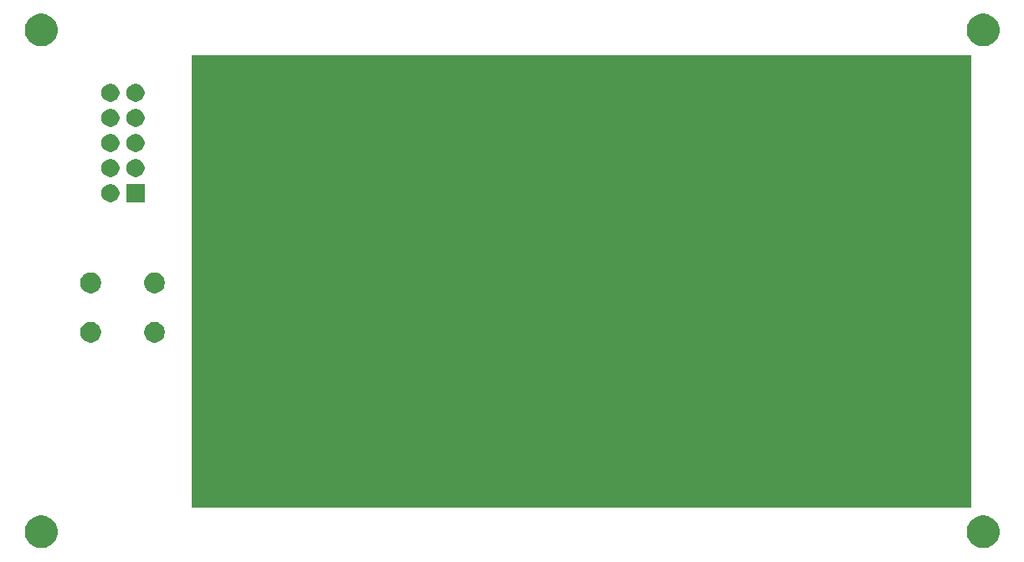
<source format=gbr>
G04 #@! TF.GenerationSoftware,KiCad,Pcbnew,5.1.5-52549c5~84~ubuntu18.04.1*
G04 #@! TF.CreationDate,2020-07-04T19:59:31-04:00*
G04 #@! TF.ProjectId,kosmo_proto_smd,6b6f736d-6f5f-4707-926f-746f5f736d64,rev?*
G04 #@! TF.SameCoordinates,Original*
G04 #@! TF.FileFunction,Soldermask,Bot*
G04 #@! TF.FilePolarity,Negative*
%FSLAX46Y46*%
G04 Gerber Fmt 4.6, Leading zero omitted, Abs format (unit mm)*
G04 Created by KiCad (PCBNEW 5.1.5-52549c5~84~ubuntu18.04.1) date 2020-07-04 19:59:31*
%MOMM*%
%LPD*%
G04 APERTURE LIST*
%ADD10C,0.100000*%
G04 APERTURE END LIST*
D10*
G36*
X142252700Y-104165400D02*
G01*
X63512700Y-104165400D01*
X63512700Y-58445400D01*
X142252700Y-58445400D01*
X142252700Y-104165400D01*
G37*
X142252700Y-104165400D02*
X63512700Y-104165400D01*
X63512700Y-58445400D01*
X142252700Y-58445400D01*
X142252700Y-104165400D01*
G36*
X143885256Y-105071298D02*
G01*
X143991579Y-105092447D01*
X144292042Y-105216903D01*
X144562451Y-105397585D01*
X144792415Y-105627549D01*
X144973097Y-105897958D01*
X145097553Y-106198421D01*
X145161000Y-106517391D01*
X145161000Y-106842609D01*
X145097553Y-107161579D01*
X144973097Y-107462042D01*
X144792415Y-107732451D01*
X144562451Y-107962415D01*
X144292042Y-108143097D01*
X143991579Y-108267553D01*
X143885256Y-108288702D01*
X143672611Y-108331000D01*
X143347389Y-108331000D01*
X143134744Y-108288702D01*
X143028421Y-108267553D01*
X142727958Y-108143097D01*
X142457549Y-107962415D01*
X142227585Y-107732451D01*
X142046903Y-107462042D01*
X141922447Y-107161579D01*
X141859000Y-106842609D01*
X141859000Y-106517391D01*
X141922447Y-106198421D01*
X142046903Y-105897958D01*
X142227585Y-105627549D01*
X142457549Y-105397585D01*
X142727958Y-105216903D01*
X143028421Y-105092447D01*
X143134744Y-105071298D01*
X143347389Y-105029000D01*
X143672611Y-105029000D01*
X143885256Y-105071298D01*
G37*
G36*
X48635256Y-105071298D02*
G01*
X48741579Y-105092447D01*
X49042042Y-105216903D01*
X49312451Y-105397585D01*
X49542415Y-105627549D01*
X49723097Y-105897958D01*
X49847553Y-106198421D01*
X49911000Y-106517391D01*
X49911000Y-106842609D01*
X49847553Y-107161579D01*
X49723097Y-107462042D01*
X49542415Y-107732451D01*
X49312451Y-107962415D01*
X49042042Y-108143097D01*
X48741579Y-108267553D01*
X48635256Y-108288702D01*
X48422611Y-108331000D01*
X48097389Y-108331000D01*
X47884744Y-108288702D01*
X47778421Y-108267553D01*
X47477958Y-108143097D01*
X47207549Y-107962415D01*
X46977585Y-107732451D01*
X46796903Y-107462042D01*
X46672447Y-107161579D01*
X46609000Y-106842609D01*
X46609000Y-106517391D01*
X46672447Y-106198421D01*
X46796903Y-105897958D01*
X46977585Y-105627549D01*
X47207549Y-105397585D01*
X47477958Y-105216903D01*
X47778421Y-105092447D01*
X47884744Y-105071298D01*
X48097389Y-105029000D01*
X48422611Y-105029000D01*
X48635256Y-105071298D01*
G37*
G36*
X102996425Y-101871988D02*
G01*
X103162710Y-101905063D01*
X103345336Y-101980709D01*
X103509694Y-102090530D01*
X103649470Y-102230306D01*
X103759291Y-102394664D01*
X103834937Y-102577290D01*
X103873500Y-102771164D01*
X103873500Y-102968836D01*
X103834937Y-103162710D01*
X103759291Y-103345336D01*
X103649470Y-103509694D01*
X103509694Y-103649470D01*
X103345336Y-103759291D01*
X103162710Y-103834937D01*
X102996425Y-103868012D01*
X102968837Y-103873500D01*
X102771163Y-103873500D01*
X102743575Y-103868012D01*
X102577290Y-103834937D01*
X102394664Y-103759291D01*
X102230306Y-103649470D01*
X102090530Y-103509694D01*
X101980709Y-103345336D01*
X101905063Y-103162710D01*
X101866500Y-102968836D01*
X101866500Y-102771164D01*
X101905063Y-102577290D01*
X101980709Y-102394664D01*
X102090530Y-102230306D01*
X102230306Y-102090530D01*
X102394664Y-101980709D01*
X102577290Y-101905063D01*
X102743575Y-101871988D01*
X102771163Y-101866500D01*
X102968837Y-101866500D01*
X102996425Y-101871988D01*
G37*
G36*
X113156425Y-101871988D02*
G01*
X113322710Y-101905063D01*
X113505336Y-101980709D01*
X113669694Y-102090530D01*
X113809470Y-102230306D01*
X113919291Y-102394664D01*
X113994937Y-102577290D01*
X114033500Y-102771164D01*
X114033500Y-102968836D01*
X113994937Y-103162710D01*
X113919291Y-103345336D01*
X113809470Y-103509694D01*
X113669694Y-103649470D01*
X113505336Y-103759291D01*
X113322710Y-103834937D01*
X113156425Y-103868012D01*
X113128837Y-103873500D01*
X112931163Y-103873500D01*
X112903575Y-103868012D01*
X112737290Y-103834937D01*
X112554664Y-103759291D01*
X112390306Y-103649470D01*
X112250530Y-103509694D01*
X112140709Y-103345336D01*
X112065063Y-103162710D01*
X112026500Y-102968836D01*
X112026500Y-102771164D01*
X112065063Y-102577290D01*
X112140709Y-102394664D01*
X112250530Y-102230306D01*
X112390306Y-102090530D01*
X112554664Y-101980709D01*
X112737290Y-101905063D01*
X112903575Y-101871988D01*
X112931163Y-101866500D01*
X113128837Y-101866500D01*
X113156425Y-101871988D01*
G37*
G36*
X130936425Y-101871988D02*
G01*
X131102710Y-101905063D01*
X131285336Y-101980709D01*
X131449694Y-102090530D01*
X131589470Y-102230306D01*
X131699291Y-102394664D01*
X131774937Y-102577290D01*
X131813500Y-102771164D01*
X131813500Y-102968836D01*
X131774937Y-103162710D01*
X131699291Y-103345336D01*
X131589470Y-103509694D01*
X131449694Y-103649470D01*
X131285336Y-103759291D01*
X131102710Y-103834937D01*
X130936425Y-103868012D01*
X130908837Y-103873500D01*
X130711163Y-103873500D01*
X130683575Y-103868012D01*
X130517290Y-103834937D01*
X130334664Y-103759291D01*
X130170306Y-103649470D01*
X130030530Y-103509694D01*
X129920709Y-103345336D01*
X129845063Y-103162710D01*
X129806500Y-102968836D01*
X129806500Y-102771164D01*
X129845063Y-102577290D01*
X129920709Y-102394664D01*
X130030530Y-102230306D01*
X130170306Y-102090530D01*
X130334664Y-101980709D01*
X130517290Y-101905063D01*
X130683575Y-101871988D01*
X130711163Y-101866500D01*
X130908837Y-101866500D01*
X130936425Y-101871988D01*
G37*
G36*
X110616425Y-101871988D02*
G01*
X110782710Y-101905063D01*
X110965336Y-101980709D01*
X111129694Y-102090530D01*
X111269470Y-102230306D01*
X111379291Y-102394664D01*
X111454937Y-102577290D01*
X111493500Y-102771164D01*
X111493500Y-102968836D01*
X111454937Y-103162710D01*
X111379291Y-103345336D01*
X111269470Y-103509694D01*
X111129694Y-103649470D01*
X110965336Y-103759291D01*
X110782710Y-103834937D01*
X110616425Y-103868012D01*
X110588837Y-103873500D01*
X110391163Y-103873500D01*
X110363575Y-103868012D01*
X110197290Y-103834937D01*
X110014664Y-103759291D01*
X109850306Y-103649470D01*
X109710530Y-103509694D01*
X109600709Y-103345336D01*
X109525063Y-103162710D01*
X109486500Y-102968836D01*
X109486500Y-102771164D01*
X109525063Y-102577290D01*
X109600709Y-102394664D01*
X109710530Y-102230306D01*
X109850306Y-102090530D01*
X110014664Y-101980709D01*
X110197290Y-101905063D01*
X110363575Y-101871988D01*
X110391163Y-101866500D01*
X110588837Y-101866500D01*
X110616425Y-101871988D01*
G37*
G36*
X120776425Y-101871988D02*
G01*
X120942710Y-101905063D01*
X121125336Y-101980709D01*
X121289694Y-102090530D01*
X121429470Y-102230306D01*
X121539291Y-102394664D01*
X121614937Y-102577290D01*
X121653500Y-102771164D01*
X121653500Y-102968836D01*
X121614937Y-103162710D01*
X121539291Y-103345336D01*
X121429470Y-103509694D01*
X121289694Y-103649470D01*
X121125336Y-103759291D01*
X120942710Y-103834937D01*
X120776425Y-103868012D01*
X120748837Y-103873500D01*
X120551163Y-103873500D01*
X120523575Y-103868012D01*
X120357290Y-103834937D01*
X120174664Y-103759291D01*
X120010306Y-103649470D01*
X119870530Y-103509694D01*
X119760709Y-103345336D01*
X119685063Y-103162710D01*
X119646500Y-102968836D01*
X119646500Y-102771164D01*
X119685063Y-102577290D01*
X119760709Y-102394664D01*
X119870530Y-102230306D01*
X120010306Y-102090530D01*
X120174664Y-101980709D01*
X120357290Y-101905063D01*
X120523575Y-101871988D01*
X120551163Y-101866500D01*
X120748837Y-101866500D01*
X120776425Y-101871988D01*
G37*
G36*
X115696425Y-101871988D02*
G01*
X115862710Y-101905063D01*
X116045336Y-101980709D01*
X116209694Y-102090530D01*
X116349470Y-102230306D01*
X116459291Y-102394664D01*
X116534937Y-102577290D01*
X116573500Y-102771164D01*
X116573500Y-102968836D01*
X116534937Y-103162710D01*
X116459291Y-103345336D01*
X116349470Y-103509694D01*
X116209694Y-103649470D01*
X116045336Y-103759291D01*
X115862710Y-103834937D01*
X115696425Y-103868012D01*
X115668837Y-103873500D01*
X115471163Y-103873500D01*
X115443575Y-103868012D01*
X115277290Y-103834937D01*
X115094664Y-103759291D01*
X114930306Y-103649470D01*
X114790530Y-103509694D01*
X114680709Y-103345336D01*
X114605063Y-103162710D01*
X114566500Y-102968836D01*
X114566500Y-102771164D01*
X114605063Y-102577290D01*
X114680709Y-102394664D01*
X114790530Y-102230306D01*
X114930306Y-102090530D01*
X115094664Y-101980709D01*
X115277290Y-101905063D01*
X115443575Y-101871988D01*
X115471163Y-101866500D01*
X115668837Y-101866500D01*
X115696425Y-101871988D01*
G37*
G36*
X128396425Y-101871988D02*
G01*
X128562710Y-101905063D01*
X128745336Y-101980709D01*
X128909694Y-102090530D01*
X129049470Y-102230306D01*
X129159291Y-102394664D01*
X129234937Y-102577290D01*
X129273500Y-102771164D01*
X129273500Y-102968836D01*
X129234937Y-103162710D01*
X129159291Y-103345336D01*
X129049470Y-103509694D01*
X128909694Y-103649470D01*
X128745336Y-103759291D01*
X128562710Y-103834937D01*
X128396425Y-103868012D01*
X128368837Y-103873500D01*
X128171163Y-103873500D01*
X128143575Y-103868012D01*
X127977290Y-103834937D01*
X127794664Y-103759291D01*
X127630306Y-103649470D01*
X127490530Y-103509694D01*
X127380709Y-103345336D01*
X127305063Y-103162710D01*
X127266500Y-102968836D01*
X127266500Y-102771164D01*
X127305063Y-102577290D01*
X127380709Y-102394664D01*
X127490530Y-102230306D01*
X127630306Y-102090530D01*
X127794664Y-101980709D01*
X127977290Y-101905063D01*
X128143575Y-101871988D01*
X128171163Y-101866500D01*
X128368837Y-101866500D01*
X128396425Y-101871988D01*
G37*
G36*
X123316425Y-101871988D02*
G01*
X123482710Y-101905063D01*
X123665336Y-101980709D01*
X123829694Y-102090530D01*
X123969470Y-102230306D01*
X124079291Y-102394664D01*
X124154937Y-102577290D01*
X124193500Y-102771164D01*
X124193500Y-102968836D01*
X124154937Y-103162710D01*
X124079291Y-103345336D01*
X123969470Y-103509694D01*
X123829694Y-103649470D01*
X123665336Y-103759291D01*
X123482710Y-103834937D01*
X123316425Y-103868012D01*
X123288837Y-103873500D01*
X123091163Y-103873500D01*
X123063575Y-103868012D01*
X122897290Y-103834937D01*
X122714664Y-103759291D01*
X122550306Y-103649470D01*
X122410530Y-103509694D01*
X122300709Y-103345336D01*
X122225063Y-103162710D01*
X122186500Y-102968836D01*
X122186500Y-102771164D01*
X122225063Y-102577290D01*
X122300709Y-102394664D01*
X122410530Y-102230306D01*
X122550306Y-102090530D01*
X122714664Y-101980709D01*
X122897290Y-101905063D01*
X123063575Y-101871988D01*
X123091163Y-101866500D01*
X123288837Y-101866500D01*
X123316425Y-101871988D01*
G37*
G36*
X136016425Y-101871988D02*
G01*
X136182710Y-101905063D01*
X136365336Y-101980709D01*
X136529694Y-102090530D01*
X136669470Y-102230306D01*
X136779291Y-102394664D01*
X136854937Y-102577290D01*
X136893500Y-102771164D01*
X136893500Y-102968836D01*
X136854937Y-103162710D01*
X136779291Y-103345336D01*
X136669470Y-103509694D01*
X136529694Y-103649470D01*
X136365336Y-103759291D01*
X136182710Y-103834937D01*
X136016425Y-103868012D01*
X135988837Y-103873500D01*
X135791163Y-103873500D01*
X135763575Y-103868012D01*
X135597290Y-103834937D01*
X135414664Y-103759291D01*
X135250306Y-103649470D01*
X135110530Y-103509694D01*
X135000709Y-103345336D01*
X134925063Y-103162710D01*
X134886500Y-102968836D01*
X134886500Y-102771164D01*
X134925063Y-102577290D01*
X135000709Y-102394664D01*
X135110530Y-102230306D01*
X135250306Y-102090530D01*
X135414664Y-101980709D01*
X135597290Y-101905063D01*
X135763575Y-101871988D01*
X135791163Y-101866500D01*
X135988837Y-101866500D01*
X136016425Y-101871988D01*
G37*
G36*
X105536425Y-101871988D02*
G01*
X105702710Y-101905063D01*
X105885336Y-101980709D01*
X106049694Y-102090530D01*
X106189470Y-102230306D01*
X106299291Y-102394664D01*
X106374937Y-102577290D01*
X106413500Y-102771164D01*
X106413500Y-102968836D01*
X106374937Y-103162710D01*
X106299291Y-103345336D01*
X106189470Y-103509694D01*
X106049694Y-103649470D01*
X105885336Y-103759291D01*
X105702710Y-103834937D01*
X105536425Y-103868012D01*
X105508837Y-103873500D01*
X105311163Y-103873500D01*
X105283575Y-103868012D01*
X105117290Y-103834937D01*
X104934664Y-103759291D01*
X104770306Y-103649470D01*
X104630530Y-103509694D01*
X104520709Y-103345336D01*
X104445063Y-103162710D01*
X104406500Y-102968836D01*
X104406500Y-102771164D01*
X104445063Y-102577290D01*
X104520709Y-102394664D01*
X104630530Y-102230306D01*
X104770306Y-102090530D01*
X104934664Y-101980709D01*
X105117290Y-101905063D01*
X105283575Y-101871988D01*
X105311163Y-101866500D01*
X105508837Y-101866500D01*
X105536425Y-101871988D01*
G37*
G36*
X108076425Y-101871988D02*
G01*
X108242710Y-101905063D01*
X108425336Y-101980709D01*
X108589694Y-102090530D01*
X108729470Y-102230306D01*
X108839291Y-102394664D01*
X108914937Y-102577290D01*
X108953500Y-102771164D01*
X108953500Y-102968836D01*
X108914937Y-103162710D01*
X108839291Y-103345336D01*
X108729470Y-103509694D01*
X108589694Y-103649470D01*
X108425336Y-103759291D01*
X108242710Y-103834937D01*
X108076425Y-103868012D01*
X108048837Y-103873500D01*
X107851163Y-103873500D01*
X107823575Y-103868012D01*
X107657290Y-103834937D01*
X107474664Y-103759291D01*
X107310306Y-103649470D01*
X107170530Y-103509694D01*
X107060709Y-103345336D01*
X106985063Y-103162710D01*
X106946500Y-102968836D01*
X106946500Y-102771164D01*
X106985063Y-102577290D01*
X107060709Y-102394664D01*
X107170530Y-102230306D01*
X107310306Y-102090530D01*
X107474664Y-101980709D01*
X107657290Y-101905063D01*
X107823575Y-101871988D01*
X107851163Y-101866500D01*
X108048837Y-101866500D01*
X108076425Y-101871988D01*
G37*
G36*
X133476425Y-101871988D02*
G01*
X133642710Y-101905063D01*
X133825336Y-101980709D01*
X133989694Y-102090530D01*
X134129470Y-102230306D01*
X134239291Y-102394664D01*
X134314937Y-102577290D01*
X134353500Y-102771164D01*
X134353500Y-102968836D01*
X134314937Y-103162710D01*
X134239291Y-103345336D01*
X134129470Y-103509694D01*
X133989694Y-103649470D01*
X133825336Y-103759291D01*
X133642710Y-103834937D01*
X133476425Y-103868012D01*
X133448837Y-103873500D01*
X133251163Y-103873500D01*
X133223575Y-103868012D01*
X133057290Y-103834937D01*
X132874664Y-103759291D01*
X132710306Y-103649470D01*
X132570530Y-103509694D01*
X132460709Y-103345336D01*
X132385063Y-103162710D01*
X132346500Y-102968836D01*
X132346500Y-102771164D01*
X132385063Y-102577290D01*
X132460709Y-102394664D01*
X132570530Y-102230306D01*
X132710306Y-102090530D01*
X132874664Y-101980709D01*
X133057290Y-101905063D01*
X133223575Y-101871988D01*
X133251163Y-101866500D01*
X133448837Y-101866500D01*
X133476425Y-101871988D01*
G37*
G36*
X125856425Y-101871988D02*
G01*
X126022710Y-101905063D01*
X126205336Y-101980709D01*
X126369694Y-102090530D01*
X126509470Y-102230306D01*
X126619291Y-102394664D01*
X126694937Y-102577290D01*
X126733500Y-102771164D01*
X126733500Y-102968836D01*
X126694937Y-103162710D01*
X126619291Y-103345336D01*
X126509470Y-103509694D01*
X126369694Y-103649470D01*
X126205336Y-103759291D01*
X126022710Y-103834937D01*
X125856425Y-103868012D01*
X125828837Y-103873500D01*
X125631163Y-103873500D01*
X125603575Y-103868012D01*
X125437290Y-103834937D01*
X125254664Y-103759291D01*
X125090306Y-103649470D01*
X124950530Y-103509694D01*
X124840709Y-103345336D01*
X124765063Y-103162710D01*
X124726500Y-102968836D01*
X124726500Y-102771164D01*
X124765063Y-102577290D01*
X124840709Y-102394664D01*
X124950530Y-102230306D01*
X125090306Y-102090530D01*
X125254664Y-101980709D01*
X125437290Y-101905063D01*
X125603575Y-101871988D01*
X125631163Y-101866500D01*
X125828837Y-101866500D01*
X125856425Y-101871988D01*
G37*
G36*
X118236425Y-101871988D02*
G01*
X118402710Y-101905063D01*
X118585336Y-101980709D01*
X118749694Y-102090530D01*
X118889470Y-102230306D01*
X118999291Y-102394664D01*
X119074937Y-102577290D01*
X119113500Y-102771164D01*
X119113500Y-102968836D01*
X119074937Y-103162710D01*
X118999291Y-103345336D01*
X118889470Y-103509694D01*
X118749694Y-103649470D01*
X118585336Y-103759291D01*
X118402710Y-103834937D01*
X118236425Y-103868012D01*
X118208837Y-103873500D01*
X118011163Y-103873500D01*
X117983575Y-103868012D01*
X117817290Y-103834937D01*
X117634664Y-103759291D01*
X117470306Y-103649470D01*
X117330530Y-103509694D01*
X117220709Y-103345336D01*
X117145063Y-103162710D01*
X117106500Y-102968836D01*
X117106500Y-102771164D01*
X117145063Y-102577290D01*
X117220709Y-102394664D01*
X117330530Y-102230306D01*
X117470306Y-102090530D01*
X117634664Y-101980709D01*
X117817290Y-101905063D01*
X117983575Y-101871988D01*
X118011163Y-101866500D01*
X118208837Y-101866500D01*
X118236425Y-101871988D01*
G37*
G36*
X64896425Y-101871988D02*
G01*
X65062710Y-101905063D01*
X65245336Y-101980709D01*
X65409694Y-102090530D01*
X65549470Y-102230306D01*
X65659291Y-102394664D01*
X65734937Y-102577290D01*
X65773500Y-102771164D01*
X65773500Y-102968836D01*
X65734937Y-103162710D01*
X65659291Y-103345336D01*
X65549470Y-103509694D01*
X65409694Y-103649470D01*
X65245336Y-103759291D01*
X65062710Y-103834937D01*
X64896425Y-103868012D01*
X64868837Y-103873500D01*
X64671163Y-103873500D01*
X64643575Y-103868012D01*
X64477290Y-103834937D01*
X64294664Y-103759291D01*
X64130306Y-103649470D01*
X63990530Y-103509694D01*
X63880709Y-103345336D01*
X63805063Y-103162710D01*
X63766500Y-102968836D01*
X63766500Y-102771164D01*
X63805063Y-102577290D01*
X63880709Y-102394664D01*
X63990530Y-102230306D01*
X64130306Y-102090530D01*
X64294664Y-101980709D01*
X64477290Y-101905063D01*
X64643575Y-101871988D01*
X64671163Y-101866500D01*
X64868837Y-101866500D01*
X64896425Y-101871988D01*
G37*
G36*
X97916425Y-101871988D02*
G01*
X98082710Y-101905063D01*
X98265336Y-101980709D01*
X98429694Y-102090530D01*
X98569470Y-102230306D01*
X98679291Y-102394664D01*
X98754937Y-102577290D01*
X98793500Y-102771164D01*
X98793500Y-102968836D01*
X98754937Y-103162710D01*
X98679291Y-103345336D01*
X98569470Y-103509694D01*
X98429694Y-103649470D01*
X98265336Y-103759291D01*
X98082710Y-103834937D01*
X97916425Y-103868012D01*
X97888837Y-103873500D01*
X97691163Y-103873500D01*
X97663575Y-103868012D01*
X97497290Y-103834937D01*
X97314664Y-103759291D01*
X97150306Y-103649470D01*
X97010530Y-103509694D01*
X96900709Y-103345336D01*
X96825063Y-103162710D01*
X96786500Y-102968836D01*
X96786500Y-102771164D01*
X96825063Y-102577290D01*
X96900709Y-102394664D01*
X97010530Y-102230306D01*
X97150306Y-102090530D01*
X97314664Y-101980709D01*
X97497290Y-101905063D01*
X97663575Y-101871988D01*
X97691163Y-101866500D01*
X97888837Y-101866500D01*
X97916425Y-101871988D01*
G37*
G36*
X95376425Y-101871988D02*
G01*
X95542710Y-101905063D01*
X95725336Y-101980709D01*
X95889694Y-102090530D01*
X96029470Y-102230306D01*
X96139291Y-102394664D01*
X96214937Y-102577290D01*
X96253500Y-102771164D01*
X96253500Y-102968836D01*
X96214937Y-103162710D01*
X96139291Y-103345336D01*
X96029470Y-103509694D01*
X95889694Y-103649470D01*
X95725336Y-103759291D01*
X95542710Y-103834937D01*
X95376425Y-103868012D01*
X95348837Y-103873500D01*
X95151163Y-103873500D01*
X95123575Y-103868012D01*
X94957290Y-103834937D01*
X94774664Y-103759291D01*
X94610306Y-103649470D01*
X94470530Y-103509694D01*
X94360709Y-103345336D01*
X94285063Y-103162710D01*
X94246500Y-102968836D01*
X94246500Y-102771164D01*
X94285063Y-102577290D01*
X94360709Y-102394664D01*
X94470530Y-102230306D01*
X94610306Y-102090530D01*
X94774664Y-101980709D01*
X94957290Y-101905063D01*
X95123575Y-101871988D01*
X95151163Y-101866500D01*
X95348837Y-101866500D01*
X95376425Y-101871988D01*
G37*
G36*
X138556425Y-101871988D02*
G01*
X138722710Y-101905063D01*
X138905336Y-101980709D01*
X139069694Y-102090530D01*
X139209470Y-102230306D01*
X139319291Y-102394664D01*
X139394937Y-102577290D01*
X139433500Y-102771164D01*
X139433500Y-102968836D01*
X139394937Y-103162710D01*
X139319291Y-103345336D01*
X139209470Y-103509694D01*
X139069694Y-103649470D01*
X138905336Y-103759291D01*
X138722710Y-103834937D01*
X138556425Y-103868012D01*
X138528837Y-103873500D01*
X138331163Y-103873500D01*
X138303575Y-103868012D01*
X138137290Y-103834937D01*
X137954664Y-103759291D01*
X137790306Y-103649470D01*
X137650530Y-103509694D01*
X137540709Y-103345336D01*
X137465063Y-103162710D01*
X137426500Y-102968836D01*
X137426500Y-102771164D01*
X137465063Y-102577290D01*
X137540709Y-102394664D01*
X137650530Y-102230306D01*
X137790306Y-102090530D01*
X137954664Y-101980709D01*
X138137290Y-101905063D01*
X138303575Y-101871988D01*
X138331163Y-101866500D01*
X138528837Y-101866500D01*
X138556425Y-101871988D01*
G37*
G36*
X67436425Y-101871988D02*
G01*
X67602710Y-101905063D01*
X67785336Y-101980709D01*
X67949694Y-102090530D01*
X68089470Y-102230306D01*
X68199291Y-102394664D01*
X68274937Y-102577290D01*
X68313500Y-102771164D01*
X68313500Y-102968836D01*
X68274937Y-103162710D01*
X68199291Y-103345336D01*
X68089470Y-103509694D01*
X67949694Y-103649470D01*
X67785336Y-103759291D01*
X67602710Y-103834937D01*
X67436425Y-103868012D01*
X67408837Y-103873500D01*
X67211163Y-103873500D01*
X67183575Y-103868012D01*
X67017290Y-103834937D01*
X66834664Y-103759291D01*
X66670306Y-103649470D01*
X66530530Y-103509694D01*
X66420709Y-103345336D01*
X66345063Y-103162710D01*
X66306500Y-102968836D01*
X66306500Y-102771164D01*
X66345063Y-102577290D01*
X66420709Y-102394664D01*
X66530530Y-102230306D01*
X66670306Y-102090530D01*
X66834664Y-101980709D01*
X67017290Y-101905063D01*
X67183575Y-101871988D01*
X67211163Y-101866500D01*
X67408837Y-101866500D01*
X67436425Y-101871988D01*
G37*
G36*
X69976425Y-101871988D02*
G01*
X70142710Y-101905063D01*
X70325336Y-101980709D01*
X70489694Y-102090530D01*
X70629470Y-102230306D01*
X70739291Y-102394664D01*
X70814937Y-102577290D01*
X70853500Y-102771164D01*
X70853500Y-102968836D01*
X70814937Y-103162710D01*
X70739291Y-103345336D01*
X70629470Y-103509694D01*
X70489694Y-103649470D01*
X70325336Y-103759291D01*
X70142710Y-103834937D01*
X69976425Y-103868012D01*
X69948837Y-103873500D01*
X69751163Y-103873500D01*
X69723575Y-103868012D01*
X69557290Y-103834937D01*
X69374664Y-103759291D01*
X69210306Y-103649470D01*
X69070530Y-103509694D01*
X68960709Y-103345336D01*
X68885063Y-103162710D01*
X68846500Y-102968836D01*
X68846500Y-102771164D01*
X68885063Y-102577290D01*
X68960709Y-102394664D01*
X69070530Y-102230306D01*
X69210306Y-102090530D01*
X69374664Y-101980709D01*
X69557290Y-101905063D01*
X69723575Y-101871988D01*
X69751163Y-101866500D01*
X69948837Y-101866500D01*
X69976425Y-101871988D01*
G37*
G36*
X72516425Y-101871988D02*
G01*
X72682710Y-101905063D01*
X72865336Y-101980709D01*
X73029694Y-102090530D01*
X73169470Y-102230306D01*
X73279291Y-102394664D01*
X73354937Y-102577290D01*
X73393500Y-102771164D01*
X73393500Y-102968836D01*
X73354937Y-103162710D01*
X73279291Y-103345336D01*
X73169470Y-103509694D01*
X73029694Y-103649470D01*
X72865336Y-103759291D01*
X72682710Y-103834937D01*
X72516425Y-103868012D01*
X72488837Y-103873500D01*
X72291163Y-103873500D01*
X72263575Y-103868012D01*
X72097290Y-103834937D01*
X71914664Y-103759291D01*
X71750306Y-103649470D01*
X71610530Y-103509694D01*
X71500709Y-103345336D01*
X71425063Y-103162710D01*
X71386500Y-102968836D01*
X71386500Y-102771164D01*
X71425063Y-102577290D01*
X71500709Y-102394664D01*
X71610530Y-102230306D01*
X71750306Y-102090530D01*
X71914664Y-101980709D01*
X72097290Y-101905063D01*
X72263575Y-101871988D01*
X72291163Y-101866500D01*
X72488837Y-101866500D01*
X72516425Y-101871988D01*
G37*
G36*
X80136425Y-101871988D02*
G01*
X80302710Y-101905063D01*
X80485336Y-101980709D01*
X80649694Y-102090530D01*
X80789470Y-102230306D01*
X80899291Y-102394664D01*
X80974937Y-102577290D01*
X81013500Y-102771164D01*
X81013500Y-102968836D01*
X80974937Y-103162710D01*
X80899291Y-103345336D01*
X80789470Y-103509694D01*
X80649694Y-103649470D01*
X80485336Y-103759291D01*
X80302710Y-103834937D01*
X80136425Y-103868012D01*
X80108837Y-103873500D01*
X79911163Y-103873500D01*
X79883575Y-103868012D01*
X79717290Y-103834937D01*
X79534664Y-103759291D01*
X79370306Y-103649470D01*
X79230530Y-103509694D01*
X79120709Y-103345336D01*
X79045063Y-103162710D01*
X79006500Y-102968836D01*
X79006500Y-102771164D01*
X79045063Y-102577290D01*
X79120709Y-102394664D01*
X79230530Y-102230306D01*
X79370306Y-102090530D01*
X79534664Y-101980709D01*
X79717290Y-101905063D01*
X79883575Y-101871988D01*
X79911163Y-101866500D01*
X80108837Y-101866500D01*
X80136425Y-101871988D01*
G37*
G36*
X82676425Y-101871988D02*
G01*
X82842710Y-101905063D01*
X83025336Y-101980709D01*
X83189694Y-102090530D01*
X83329470Y-102230306D01*
X83439291Y-102394664D01*
X83514937Y-102577290D01*
X83553500Y-102771164D01*
X83553500Y-102968836D01*
X83514937Y-103162710D01*
X83439291Y-103345336D01*
X83329470Y-103509694D01*
X83189694Y-103649470D01*
X83025336Y-103759291D01*
X82842710Y-103834937D01*
X82676425Y-103868012D01*
X82648837Y-103873500D01*
X82451163Y-103873500D01*
X82423575Y-103868012D01*
X82257290Y-103834937D01*
X82074664Y-103759291D01*
X81910306Y-103649470D01*
X81770530Y-103509694D01*
X81660709Y-103345336D01*
X81585063Y-103162710D01*
X81546500Y-102968836D01*
X81546500Y-102771164D01*
X81585063Y-102577290D01*
X81660709Y-102394664D01*
X81770530Y-102230306D01*
X81910306Y-102090530D01*
X82074664Y-101980709D01*
X82257290Y-101905063D01*
X82423575Y-101871988D01*
X82451163Y-101866500D01*
X82648837Y-101866500D01*
X82676425Y-101871988D01*
G37*
G36*
X77596425Y-101871988D02*
G01*
X77762710Y-101905063D01*
X77945336Y-101980709D01*
X78109694Y-102090530D01*
X78249470Y-102230306D01*
X78359291Y-102394664D01*
X78434937Y-102577290D01*
X78473500Y-102771164D01*
X78473500Y-102968836D01*
X78434937Y-103162710D01*
X78359291Y-103345336D01*
X78249470Y-103509694D01*
X78109694Y-103649470D01*
X77945336Y-103759291D01*
X77762710Y-103834937D01*
X77596425Y-103868012D01*
X77568837Y-103873500D01*
X77371163Y-103873500D01*
X77343575Y-103868012D01*
X77177290Y-103834937D01*
X76994664Y-103759291D01*
X76830306Y-103649470D01*
X76690530Y-103509694D01*
X76580709Y-103345336D01*
X76505063Y-103162710D01*
X76466500Y-102968836D01*
X76466500Y-102771164D01*
X76505063Y-102577290D01*
X76580709Y-102394664D01*
X76690530Y-102230306D01*
X76830306Y-102090530D01*
X76994664Y-101980709D01*
X77177290Y-101905063D01*
X77343575Y-101871988D01*
X77371163Y-101866500D01*
X77568837Y-101866500D01*
X77596425Y-101871988D01*
G37*
G36*
X90296425Y-101871988D02*
G01*
X90462710Y-101905063D01*
X90645336Y-101980709D01*
X90809694Y-102090530D01*
X90949470Y-102230306D01*
X91059291Y-102394664D01*
X91134937Y-102577290D01*
X91173500Y-102771164D01*
X91173500Y-102968836D01*
X91134937Y-103162710D01*
X91059291Y-103345336D01*
X90949470Y-103509694D01*
X90809694Y-103649470D01*
X90645336Y-103759291D01*
X90462710Y-103834937D01*
X90296425Y-103868012D01*
X90268837Y-103873500D01*
X90071163Y-103873500D01*
X90043575Y-103868012D01*
X89877290Y-103834937D01*
X89694664Y-103759291D01*
X89530306Y-103649470D01*
X89390530Y-103509694D01*
X89280709Y-103345336D01*
X89205063Y-103162710D01*
X89166500Y-102968836D01*
X89166500Y-102771164D01*
X89205063Y-102577290D01*
X89280709Y-102394664D01*
X89390530Y-102230306D01*
X89530306Y-102090530D01*
X89694664Y-101980709D01*
X89877290Y-101905063D01*
X90043575Y-101871988D01*
X90071163Y-101866500D01*
X90268837Y-101866500D01*
X90296425Y-101871988D01*
G37*
G36*
X85216425Y-101871988D02*
G01*
X85382710Y-101905063D01*
X85565336Y-101980709D01*
X85729694Y-102090530D01*
X85869470Y-102230306D01*
X85979291Y-102394664D01*
X86054937Y-102577290D01*
X86093500Y-102771164D01*
X86093500Y-102968836D01*
X86054937Y-103162710D01*
X85979291Y-103345336D01*
X85869470Y-103509694D01*
X85729694Y-103649470D01*
X85565336Y-103759291D01*
X85382710Y-103834937D01*
X85216425Y-103868012D01*
X85188837Y-103873500D01*
X84991163Y-103873500D01*
X84963575Y-103868012D01*
X84797290Y-103834937D01*
X84614664Y-103759291D01*
X84450306Y-103649470D01*
X84310530Y-103509694D01*
X84200709Y-103345336D01*
X84125063Y-103162710D01*
X84086500Y-102968836D01*
X84086500Y-102771164D01*
X84125063Y-102577290D01*
X84200709Y-102394664D01*
X84310530Y-102230306D01*
X84450306Y-102090530D01*
X84614664Y-101980709D01*
X84797290Y-101905063D01*
X84963575Y-101871988D01*
X84991163Y-101866500D01*
X85188837Y-101866500D01*
X85216425Y-101871988D01*
G37*
G36*
X92836425Y-101871988D02*
G01*
X93002710Y-101905063D01*
X93185336Y-101980709D01*
X93349694Y-102090530D01*
X93489470Y-102230306D01*
X93599291Y-102394664D01*
X93674937Y-102577290D01*
X93713500Y-102771164D01*
X93713500Y-102968836D01*
X93674937Y-103162710D01*
X93599291Y-103345336D01*
X93489470Y-103509694D01*
X93349694Y-103649470D01*
X93185336Y-103759291D01*
X93002710Y-103834937D01*
X92836425Y-103868012D01*
X92808837Y-103873500D01*
X92611163Y-103873500D01*
X92583575Y-103868012D01*
X92417290Y-103834937D01*
X92234664Y-103759291D01*
X92070306Y-103649470D01*
X91930530Y-103509694D01*
X91820709Y-103345336D01*
X91745063Y-103162710D01*
X91706500Y-102968836D01*
X91706500Y-102771164D01*
X91745063Y-102577290D01*
X91820709Y-102394664D01*
X91930530Y-102230306D01*
X92070306Y-102090530D01*
X92234664Y-101980709D01*
X92417290Y-101905063D01*
X92583575Y-101871988D01*
X92611163Y-101866500D01*
X92808837Y-101866500D01*
X92836425Y-101871988D01*
G37*
G36*
X87756425Y-101871988D02*
G01*
X87922710Y-101905063D01*
X88105336Y-101980709D01*
X88269694Y-102090530D01*
X88409470Y-102230306D01*
X88519291Y-102394664D01*
X88594937Y-102577290D01*
X88633500Y-102771164D01*
X88633500Y-102968836D01*
X88594937Y-103162710D01*
X88519291Y-103345336D01*
X88409470Y-103509694D01*
X88269694Y-103649470D01*
X88105336Y-103759291D01*
X87922710Y-103834937D01*
X87756425Y-103868012D01*
X87728837Y-103873500D01*
X87531163Y-103873500D01*
X87503575Y-103868012D01*
X87337290Y-103834937D01*
X87154664Y-103759291D01*
X86990306Y-103649470D01*
X86850530Y-103509694D01*
X86740709Y-103345336D01*
X86665063Y-103162710D01*
X86626500Y-102968836D01*
X86626500Y-102771164D01*
X86665063Y-102577290D01*
X86740709Y-102394664D01*
X86850530Y-102230306D01*
X86990306Y-102090530D01*
X87154664Y-101980709D01*
X87337290Y-101905063D01*
X87503575Y-101871988D01*
X87531163Y-101866500D01*
X87728837Y-101866500D01*
X87756425Y-101871988D01*
G37*
G36*
X100456425Y-101871988D02*
G01*
X100622710Y-101905063D01*
X100805336Y-101980709D01*
X100969694Y-102090530D01*
X101109470Y-102230306D01*
X101219291Y-102394664D01*
X101294937Y-102577290D01*
X101333500Y-102771164D01*
X101333500Y-102968836D01*
X101294937Y-103162710D01*
X101219291Y-103345336D01*
X101109470Y-103509694D01*
X100969694Y-103649470D01*
X100805336Y-103759291D01*
X100622710Y-103834937D01*
X100456425Y-103868012D01*
X100428837Y-103873500D01*
X100231163Y-103873500D01*
X100203575Y-103868012D01*
X100037290Y-103834937D01*
X99854664Y-103759291D01*
X99690306Y-103649470D01*
X99550530Y-103509694D01*
X99440709Y-103345336D01*
X99365063Y-103162710D01*
X99326500Y-102968836D01*
X99326500Y-102771164D01*
X99365063Y-102577290D01*
X99440709Y-102394664D01*
X99550530Y-102230306D01*
X99690306Y-102090530D01*
X99854664Y-101980709D01*
X100037290Y-101905063D01*
X100203575Y-101871988D01*
X100231163Y-101866500D01*
X100428837Y-101866500D01*
X100456425Y-101871988D01*
G37*
G36*
X75056425Y-101871988D02*
G01*
X75222710Y-101905063D01*
X75405336Y-101980709D01*
X75569694Y-102090530D01*
X75709470Y-102230306D01*
X75819291Y-102394664D01*
X75894937Y-102577290D01*
X75933500Y-102771164D01*
X75933500Y-102968836D01*
X75894937Y-103162710D01*
X75819291Y-103345336D01*
X75709470Y-103509694D01*
X75569694Y-103649470D01*
X75405336Y-103759291D01*
X75222710Y-103834937D01*
X75056425Y-103868012D01*
X75028837Y-103873500D01*
X74831163Y-103873500D01*
X74803575Y-103868012D01*
X74637290Y-103834937D01*
X74454664Y-103759291D01*
X74290306Y-103649470D01*
X74150530Y-103509694D01*
X74040709Y-103345336D01*
X73965063Y-103162710D01*
X73926500Y-102968836D01*
X73926500Y-102771164D01*
X73965063Y-102577290D01*
X74040709Y-102394664D01*
X74150530Y-102230306D01*
X74290306Y-102090530D01*
X74454664Y-101980709D01*
X74637290Y-101905063D01*
X74803575Y-101871988D01*
X74831163Y-101866500D01*
X75028837Y-101866500D01*
X75056425Y-101871988D01*
G37*
G36*
X115696425Y-99331988D02*
G01*
X115862710Y-99365063D01*
X116045336Y-99440709D01*
X116209694Y-99550530D01*
X116349470Y-99690306D01*
X116459291Y-99854664D01*
X116534937Y-100037290D01*
X116573500Y-100231164D01*
X116573500Y-100428836D01*
X116534937Y-100622710D01*
X116459291Y-100805336D01*
X116349470Y-100969694D01*
X116209694Y-101109470D01*
X116045336Y-101219291D01*
X115862710Y-101294937D01*
X115696425Y-101328012D01*
X115668837Y-101333500D01*
X115471163Y-101333500D01*
X115443575Y-101328012D01*
X115277290Y-101294937D01*
X115094664Y-101219291D01*
X114930306Y-101109470D01*
X114790530Y-100969694D01*
X114680709Y-100805336D01*
X114605063Y-100622710D01*
X114566500Y-100428836D01*
X114566500Y-100231164D01*
X114605063Y-100037290D01*
X114680709Y-99854664D01*
X114790530Y-99690306D01*
X114930306Y-99550530D01*
X115094664Y-99440709D01*
X115277290Y-99365063D01*
X115443575Y-99331988D01*
X115471163Y-99326500D01*
X115668837Y-99326500D01*
X115696425Y-99331988D01*
G37*
G36*
X77596425Y-99331988D02*
G01*
X77762710Y-99365063D01*
X77945336Y-99440709D01*
X78109694Y-99550530D01*
X78249470Y-99690306D01*
X78359291Y-99854664D01*
X78434937Y-100037290D01*
X78473500Y-100231164D01*
X78473500Y-100428836D01*
X78434937Y-100622710D01*
X78359291Y-100805336D01*
X78249470Y-100969694D01*
X78109694Y-101109470D01*
X77945336Y-101219291D01*
X77762710Y-101294937D01*
X77596425Y-101328012D01*
X77568837Y-101333500D01*
X77371163Y-101333500D01*
X77343575Y-101328012D01*
X77177290Y-101294937D01*
X76994664Y-101219291D01*
X76830306Y-101109470D01*
X76690530Y-100969694D01*
X76580709Y-100805336D01*
X76505063Y-100622710D01*
X76466500Y-100428836D01*
X76466500Y-100231164D01*
X76505063Y-100037290D01*
X76580709Y-99854664D01*
X76690530Y-99690306D01*
X76830306Y-99550530D01*
X76994664Y-99440709D01*
X77177290Y-99365063D01*
X77343575Y-99331988D01*
X77371163Y-99326500D01*
X77568837Y-99326500D01*
X77596425Y-99331988D01*
G37*
G36*
X75056425Y-99331988D02*
G01*
X75222710Y-99365063D01*
X75405336Y-99440709D01*
X75569694Y-99550530D01*
X75709470Y-99690306D01*
X75819291Y-99854664D01*
X75894937Y-100037290D01*
X75933500Y-100231164D01*
X75933500Y-100428836D01*
X75894937Y-100622710D01*
X75819291Y-100805336D01*
X75709470Y-100969694D01*
X75569694Y-101109470D01*
X75405336Y-101219291D01*
X75222710Y-101294937D01*
X75056425Y-101328012D01*
X75028837Y-101333500D01*
X74831163Y-101333500D01*
X74803575Y-101328012D01*
X74637290Y-101294937D01*
X74454664Y-101219291D01*
X74290306Y-101109470D01*
X74150530Y-100969694D01*
X74040709Y-100805336D01*
X73965063Y-100622710D01*
X73926500Y-100428836D01*
X73926500Y-100231164D01*
X73965063Y-100037290D01*
X74040709Y-99854664D01*
X74150530Y-99690306D01*
X74290306Y-99550530D01*
X74454664Y-99440709D01*
X74637290Y-99365063D01*
X74803575Y-99331988D01*
X74831163Y-99326500D01*
X75028837Y-99326500D01*
X75056425Y-99331988D01*
G37*
G36*
X80136425Y-99331988D02*
G01*
X80302710Y-99365063D01*
X80485336Y-99440709D01*
X80649694Y-99550530D01*
X80789470Y-99690306D01*
X80899291Y-99854664D01*
X80974937Y-100037290D01*
X81013500Y-100231164D01*
X81013500Y-100428836D01*
X80974937Y-100622710D01*
X80899291Y-100805336D01*
X80789470Y-100969694D01*
X80649694Y-101109470D01*
X80485336Y-101219291D01*
X80302710Y-101294937D01*
X80136425Y-101328012D01*
X80108837Y-101333500D01*
X79911163Y-101333500D01*
X79883575Y-101328012D01*
X79717290Y-101294937D01*
X79534664Y-101219291D01*
X79370306Y-101109470D01*
X79230530Y-100969694D01*
X79120709Y-100805336D01*
X79045063Y-100622710D01*
X79006500Y-100428836D01*
X79006500Y-100231164D01*
X79045063Y-100037290D01*
X79120709Y-99854664D01*
X79230530Y-99690306D01*
X79370306Y-99550530D01*
X79534664Y-99440709D01*
X79717290Y-99365063D01*
X79883575Y-99331988D01*
X79911163Y-99326500D01*
X80108837Y-99326500D01*
X80136425Y-99331988D01*
G37*
G36*
X85216425Y-99331988D02*
G01*
X85382710Y-99365063D01*
X85565336Y-99440709D01*
X85729694Y-99550530D01*
X85869470Y-99690306D01*
X85979291Y-99854664D01*
X86054937Y-100037290D01*
X86093500Y-100231164D01*
X86093500Y-100428836D01*
X86054937Y-100622710D01*
X85979291Y-100805336D01*
X85869470Y-100969694D01*
X85729694Y-101109470D01*
X85565336Y-101219291D01*
X85382710Y-101294937D01*
X85216425Y-101328012D01*
X85188837Y-101333500D01*
X84991163Y-101333500D01*
X84963575Y-101328012D01*
X84797290Y-101294937D01*
X84614664Y-101219291D01*
X84450306Y-101109470D01*
X84310530Y-100969694D01*
X84200709Y-100805336D01*
X84125063Y-100622710D01*
X84086500Y-100428836D01*
X84086500Y-100231164D01*
X84125063Y-100037290D01*
X84200709Y-99854664D01*
X84310530Y-99690306D01*
X84450306Y-99550530D01*
X84614664Y-99440709D01*
X84797290Y-99365063D01*
X84963575Y-99331988D01*
X84991163Y-99326500D01*
X85188837Y-99326500D01*
X85216425Y-99331988D01*
G37*
G36*
X87756425Y-99331988D02*
G01*
X87922710Y-99365063D01*
X88105336Y-99440709D01*
X88269694Y-99550530D01*
X88409470Y-99690306D01*
X88519291Y-99854664D01*
X88594937Y-100037290D01*
X88633500Y-100231164D01*
X88633500Y-100428836D01*
X88594937Y-100622710D01*
X88519291Y-100805336D01*
X88409470Y-100969694D01*
X88269694Y-101109470D01*
X88105336Y-101219291D01*
X87922710Y-101294937D01*
X87756425Y-101328012D01*
X87728837Y-101333500D01*
X87531163Y-101333500D01*
X87503575Y-101328012D01*
X87337290Y-101294937D01*
X87154664Y-101219291D01*
X86990306Y-101109470D01*
X86850530Y-100969694D01*
X86740709Y-100805336D01*
X86665063Y-100622710D01*
X86626500Y-100428836D01*
X86626500Y-100231164D01*
X86665063Y-100037290D01*
X86740709Y-99854664D01*
X86850530Y-99690306D01*
X86990306Y-99550530D01*
X87154664Y-99440709D01*
X87337290Y-99365063D01*
X87503575Y-99331988D01*
X87531163Y-99326500D01*
X87728837Y-99326500D01*
X87756425Y-99331988D01*
G37*
G36*
X118236425Y-99331988D02*
G01*
X118402710Y-99365063D01*
X118585336Y-99440709D01*
X118749694Y-99550530D01*
X118889470Y-99690306D01*
X118999291Y-99854664D01*
X119074937Y-100037290D01*
X119113500Y-100231164D01*
X119113500Y-100428836D01*
X119074937Y-100622710D01*
X118999291Y-100805336D01*
X118889470Y-100969694D01*
X118749694Y-101109470D01*
X118585336Y-101219291D01*
X118402710Y-101294937D01*
X118236425Y-101328012D01*
X118208837Y-101333500D01*
X118011163Y-101333500D01*
X117983575Y-101328012D01*
X117817290Y-101294937D01*
X117634664Y-101219291D01*
X117470306Y-101109470D01*
X117330530Y-100969694D01*
X117220709Y-100805336D01*
X117145063Y-100622710D01*
X117106500Y-100428836D01*
X117106500Y-100231164D01*
X117145063Y-100037290D01*
X117220709Y-99854664D01*
X117330530Y-99690306D01*
X117470306Y-99550530D01*
X117634664Y-99440709D01*
X117817290Y-99365063D01*
X117983575Y-99331988D01*
X118011163Y-99326500D01*
X118208837Y-99326500D01*
X118236425Y-99331988D01*
G37*
G36*
X92836425Y-99331988D02*
G01*
X93002710Y-99365063D01*
X93185336Y-99440709D01*
X93349694Y-99550530D01*
X93489470Y-99690306D01*
X93599291Y-99854664D01*
X93674937Y-100037290D01*
X93713500Y-100231164D01*
X93713500Y-100428836D01*
X93674937Y-100622710D01*
X93599291Y-100805336D01*
X93489470Y-100969694D01*
X93349694Y-101109470D01*
X93185336Y-101219291D01*
X93002710Y-101294937D01*
X92836425Y-101328012D01*
X92808837Y-101333500D01*
X92611163Y-101333500D01*
X92583575Y-101328012D01*
X92417290Y-101294937D01*
X92234664Y-101219291D01*
X92070306Y-101109470D01*
X91930530Y-100969694D01*
X91820709Y-100805336D01*
X91745063Y-100622710D01*
X91706500Y-100428836D01*
X91706500Y-100231164D01*
X91745063Y-100037290D01*
X91820709Y-99854664D01*
X91930530Y-99690306D01*
X92070306Y-99550530D01*
X92234664Y-99440709D01*
X92417290Y-99365063D01*
X92583575Y-99331988D01*
X92611163Y-99326500D01*
X92808837Y-99326500D01*
X92836425Y-99331988D01*
G37*
G36*
X102996425Y-99331988D02*
G01*
X103162710Y-99365063D01*
X103345336Y-99440709D01*
X103509694Y-99550530D01*
X103649470Y-99690306D01*
X103759291Y-99854664D01*
X103834937Y-100037290D01*
X103873500Y-100231164D01*
X103873500Y-100428836D01*
X103834937Y-100622710D01*
X103759291Y-100805336D01*
X103649470Y-100969694D01*
X103509694Y-101109470D01*
X103345336Y-101219291D01*
X103162710Y-101294937D01*
X102996425Y-101328012D01*
X102968837Y-101333500D01*
X102771163Y-101333500D01*
X102743575Y-101328012D01*
X102577290Y-101294937D01*
X102394664Y-101219291D01*
X102230306Y-101109470D01*
X102090530Y-100969694D01*
X101980709Y-100805336D01*
X101905063Y-100622710D01*
X101866500Y-100428836D01*
X101866500Y-100231164D01*
X101905063Y-100037290D01*
X101980709Y-99854664D01*
X102090530Y-99690306D01*
X102230306Y-99550530D01*
X102394664Y-99440709D01*
X102577290Y-99365063D01*
X102743575Y-99331988D01*
X102771163Y-99326500D01*
X102968837Y-99326500D01*
X102996425Y-99331988D01*
G37*
G36*
X95376425Y-99331988D02*
G01*
X95542710Y-99365063D01*
X95725336Y-99440709D01*
X95889694Y-99550530D01*
X96029470Y-99690306D01*
X96139291Y-99854664D01*
X96214937Y-100037290D01*
X96253500Y-100231164D01*
X96253500Y-100428836D01*
X96214937Y-100622710D01*
X96139291Y-100805336D01*
X96029470Y-100969694D01*
X95889694Y-101109470D01*
X95725336Y-101219291D01*
X95542710Y-101294937D01*
X95376425Y-101328012D01*
X95348837Y-101333500D01*
X95151163Y-101333500D01*
X95123575Y-101328012D01*
X94957290Y-101294937D01*
X94774664Y-101219291D01*
X94610306Y-101109470D01*
X94470530Y-100969694D01*
X94360709Y-100805336D01*
X94285063Y-100622710D01*
X94246500Y-100428836D01*
X94246500Y-100231164D01*
X94285063Y-100037290D01*
X94360709Y-99854664D01*
X94470530Y-99690306D01*
X94610306Y-99550530D01*
X94774664Y-99440709D01*
X94957290Y-99365063D01*
X95123575Y-99331988D01*
X95151163Y-99326500D01*
X95348837Y-99326500D01*
X95376425Y-99331988D01*
G37*
G36*
X97916425Y-99331988D02*
G01*
X98082710Y-99365063D01*
X98265336Y-99440709D01*
X98429694Y-99550530D01*
X98569470Y-99690306D01*
X98679291Y-99854664D01*
X98754937Y-100037290D01*
X98793500Y-100231164D01*
X98793500Y-100428836D01*
X98754937Y-100622710D01*
X98679291Y-100805336D01*
X98569470Y-100969694D01*
X98429694Y-101109470D01*
X98265336Y-101219291D01*
X98082710Y-101294937D01*
X97916425Y-101328012D01*
X97888837Y-101333500D01*
X97691163Y-101333500D01*
X97663575Y-101328012D01*
X97497290Y-101294937D01*
X97314664Y-101219291D01*
X97150306Y-101109470D01*
X97010530Y-100969694D01*
X96900709Y-100805336D01*
X96825063Y-100622710D01*
X96786500Y-100428836D01*
X96786500Y-100231164D01*
X96825063Y-100037290D01*
X96900709Y-99854664D01*
X97010530Y-99690306D01*
X97150306Y-99550530D01*
X97314664Y-99440709D01*
X97497290Y-99365063D01*
X97663575Y-99331988D01*
X97691163Y-99326500D01*
X97888837Y-99326500D01*
X97916425Y-99331988D01*
G37*
G36*
X100456425Y-99331988D02*
G01*
X100622710Y-99365063D01*
X100805336Y-99440709D01*
X100969694Y-99550530D01*
X101109470Y-99690306D01*
X101219291Y-99854664D01*
X101294937Y-100037290D01*
X101333500Y-100231164D01*
X101333500Y-100428836D01*
X101294937Y-100622710D01*
X101219291Y-100805336D01*
X101109470Y-100969694D01*
X100969694Y-101109470D01*
X100805336Y-101219291D01*
X100622710Y-101294937D01*
X100456425Y-101328012D01*
X100428837Y-101333500D01*
X100231163Y-101333500D01*
X100203575Y-101328012D01*
X100037290Y-101294937D01*
X99854664Y-101219291D01*
X99690306Y-101109470D01*
X99550530Y-100969694D01*
X99440709Y-100805336D01*
X99365063Y-100622710D01*
X99326500Y-100428836D01*
X99326500Y-100231164D01*
X99365063Y-100037290D01*
X99440709Y-99854664D01*
X99550530Y-99690306D01*
X99690306Y-99550530D01*
X99854664Y-99440709D01*
X100037290Y-99365063D01*
X100203575Y-99331988D01*
X100231163Y-99326500D01*
X100428837Y-99326500D01*
X100456425Y-99331988D01*
G37*
G36*
X113156425Y-99331988D02*
G01*
X113322710Y-99365063D01*
X113505336Y-99440709D01*
X113669694Y-99550530D01*
X113809470Y-99690306D01*
X113919291Y-99854664D01*
X113994937Y-100037290D01*
X114033500Y-100231164D01*
X114033500Y-100428836D01*
X113994937Y-100622710D01*
X113919291Y-100805336D01*
X113809470Y-100969694D01*
X113669694Y-101109470D01*
X113505336Y-101219291D01*
X113322710Y-101294937D01*
X113156425Y-101328012D01*
X113128837Y-101333500D01*
X112931163Y-101333500D01*
X112903575Y-101328012D01*
X112737290Y-101294937D01*
X112554664Y-101219291D01*
X112390306Y-101109470D01*
X112250530Y-100969694D01*
X112140709Y-100805336D01*
X112065063Y-100622710D01*
X112026500Y-100428836D01*
X112026500Y-100231164D01*
X112065063Y-100037290D01*
X112140709Y-99854664D01*
X112250530Y-99690306D01*
X112390306Y-99550530D01*
X112554664Y-99440709D01*
X112737290Y-99365063D01*
X112903575Y-99331988D01*
X112931163Y-99326500D01*
X113128837Y-99326500D01*
X113156425Y-99331988D01*
G37*
G36*
X133476425Y-99331988D02*
G01*
X133642710Y-99365063D01*
X133825336Y-99440709D01*
X133989694Y-99550530D01*
X134129470Y-99690306D01*
X134239291Y-99854664D01*
X134314937Y-100037290D01*
X134353500Y-100231164D01*
X134353500Y-100428836D01*
X134314937Y-100622710D01*
X134239291Y-100805336D01*
X134129470Y-100969694D01*
X133989694Y-101109470D01*
X133825336Y-101219291D01*
X133642710Y-101294937D01*
X133476425Y-101328012D01*
X133448837Y-101333500D01*
X133251163Y-101333500D01*
X133223575Y-101328012D01*
X133057290Y-101294937D01*
X132874664Y-101219291D01*
X132710306Y-101109470D01*
X132570530Y-100969694D01*
X132460709Y-100805336D01*
X132385063Y-100622710D01*
X132346500Y-100428836D01*
X132346500Y-100231164D01*
X132385063Y-100037290D01*
X132460709Y-99854664D01*
X132570530Y-99690306D01*
X132710306Y-99550530D01*
X132874664Y-99440709D01*
X133057290Y-99365063D01*
X133223575Y-99331988D01*
X133251163Y-99326500D01*
X133448837Y-99326500D01*
X133476425Y-99331988D01*
G37*
G36*
X125856425Y-99331988D02*
G01*
X126022710Y-99365063D01*
X126205336Y-99440709D01*
X126369694Y-99550530D01*
X126509470Y-99690306D01*
X126619291Y-99854664D01*
X126694937Y-100037290D01*
X126733500Y-100231164D01*
X126733500Y-100428836D01*
X126694937Y-100622710D01*
X126619291Y-100805336D01*
X126509470Y-100969694D01*
X126369694Y-101109470D01*
X126205336Y-101219291D01*
X126022710Y-101294937D01*
X125856425Y-101328012D01*
X125828837Y-101333500D01*
X125631163Y-101333500D01*
X125603575Y-101328012D01*
X125437290Y-101294937D01*
X125254664Y-101219291D01*
X125090306Y-101109470D01*
X124950530Y-100969694D01*
X124840709Y-100805336D01*
X124765063Y-100622710D01*
X124726500Y-100428836D01*
X124726500Y-100231164D01*
X124765063Y-100037290D01*
X124840709Y-99854664D01*
X124950530Y-99690306D01*
X125090306Y-99550530D01*
X125254664Y-99440709D01*
X125437290Y-99365063D01*
X125603575Y-99331988D01*
X125631163Y-99326500D01*
X125828837Y-99326500D01*
X125856425Y-99331988D01*
G37*
G36*
X141096425Y-99331988D02*
G01*
X141262710Y-99365063D01*
X141445336Y-99440709D01*
X141609694Y-99550530D01*
X141749470Y-99690306D01*
X141859291Y-99854664D01*
X141934937Y-100037290D01*
X141973500Y-100231164D01*
X141973500Y-100428836D01*
X141934937Y-100622710D01*
X141859291Y-100805336D01*
X141749470Y-100969694D01*
X141609694Y-101109470D01*
X141445336Y-101219291D01*
X141262710Y-101294937D01*
X141096425Y-101328012D01*
X141068837Y-101333500D01*
X140871163Y-101333500D01*
X140843575Y-101328012D01*
X140677290Y-101294937D01*
X140494664Y-101219291D01*
X140330306Y-101109470D01*
X140190530Y-100969694D01*
X140080709Y-100805336D01*
X140005063Y-100622710D01*
X139966500Y-100428836D01*
X139966500Y-100231164D01*
X140005063Y-100037290D01*
X140080709Y-99854664D01*
X140190530Y-99690306D01*
X140330306Y-99550530D01*
X140494664Y-99440709D01*
X140677290Y-99365063D01*
X140843575Y-99331988D01*
X140871163Y-99326500D01*
X141068837Y-99326500D01*
X141096425Y-99331988D01*
G37*
G36*
X72516425Y-99331988D02*
G01*
X72682710Y-99365063D01*
X72865336Y-99440709D01*
X73029694Y-99550530D01*
X73169470Y-99690306D01*
X73279291Y-99854664D01*
X73354937Y-100037290D01*
X73393500Y-100231164D01*
X73393500Y-100428836D01*
X73354937Y-100622710D01*
X73279291Y-100805336D01*
X73169470Y-100969694D01*
X73029694Y-101109470D01*
X72865336Y-101219291D01*
X72682710Y-101294937D01*
X72516425Y-101328012D01*
X72488837Y-101333500D01*
X72291163Y-101333500D01*
X72263575Y-101328012D01*
X72097290Y-101294937D01*
X71914664Y-101219291D01*
X71750306Y-101109470D01*
X71610530Y-100969694D01*
X71500709Y-100805336D01*
X71425063Y-100622710D01*
X71386500Y-100428836D01*
X71386500Y-100231164D01*
X71425063Y-100037290D01*
X71500709Y-99854664D01*
X71610530Y-99690306D01*
X71750306Y-99550530D01*
X71914664Y-99440709D01*
X72097290Y-99365063D01*
X72263575Y-99331988D01*
X72291163Y-99326500D01*
X72488837Y-99326500D01*
X72516425Y-99331988D01*
G37*
G36*
X123316425Y-99331988D02*
G01*
X123482710Y-99365063D01*
X123665336Y-99440709D01*
X123829694Y-99550530D01*
X123969470Y-99690306D01*
X124079291Y-99854664D01*
X124154937Y-100037290D01*
X124193500Y-100231164D01*
X124193500Y-100428836D01*
X124154937Y-100622710D01*
X124079291Y-100805336D01*
X123969470Y-100969694D01*
X123829694Y-101109470D01*
X123665336Y-101219291D01*
X123482710Y-101294937D01*
X123316425Y-101328012D01*
X123288837Y-101333500D01*
X123091163Y-101333500D01*
X123063575Y-101328012D01*
X122897290Y-101294937D01*
X122714664Y-101219291D01*
X122550306Y-101109470D01*
X122410530Y-100969694D01*
X122300709Y-100805336D01*
X122225063Y-100622710D01*
X122186500Y-100428836D01*
X122186500Y-100231164D01*
X122225063Y-100037290D01*
X122300709Y-99854664D01*
X122410530Y-99690306D01*
X122550306Y-99550530D01*
X122714664Y-99440709D01*
X122897290Y-99365063D01*
X123063575Y-99331988D01*
X123091163Y-99326500D01*
X123288837Y-99326500D01*
X123316425Y-99331988D01*
G37*
G36*
X105536425Y-99331988D02*
G01*
X105702710Y-99365063D01*
X105885336Y-99440709D01*
X106049694Y-99550530D01*
X106189470Y-99690306D01*
X106299291Y-99854664D01*
X106374937Y-100037290D01*
X106413500Y-100231164D01*
X106413500Y-100428836D01*
X106374937Y-100622710D01*
X106299291Y-100805336D01*
X106189470Y-100969694D01*
X106049694Y-101109470D01*
X105885336Y-101219291D01*
X105702710Y-101294937D01*
X105536425Y-101328012D01*
X105508837Y-101333500D01*
X105311163Y-101333500D01*
X105283575Y-101328012D01*
X105117290Y-101294937D01*
X104934664Y-101219291D01*
X104770306Y-101109470D01*
X104630530Y-100969694D01*
X104520709Y-100805336D01*
X104445063Y-100622710D01*
X104406500Y-100428836D01*
X104406500Y-100231164D01*
X104445063Y-100037290D01*
X104520709Y-99854664D01*
X104630530Y-99690306D01*
X104770306Y-99550530D01*
X104934664Y-99440709D01*
X105117290Y-99365063D01*
X105283575Y-99331988D01*
X105311163Y-99326500D01*
X105508837Y-99326500D01*
X105536425Y-99331988D01*
G37*
G36*
X110616425Y-99331988D02*
G01*
X110782710Y-99365063D01*
X110965336Y-99440709D01*
X111129694Y-99550530D01*
X111269470Y-99690306D01*
X111379291Y-99854664D01*
X111454937Y-100037290D01*
X111493500Y-100231164D01*
X111493500Y-100428836D01*
X111454937Y-100622710D01*
X111379291Y-100805336D01*
X111269470Y-100969694D01*
X111129694Y-101109470D01*
X110965336Y-101219291D01*
X110782710Y-101294937D01*
X110616425Y-101328012D01*
X110588837Y-101333500D01*
X110391163Y-101333500D01*
X110363575Y-101328012D01*
X110197290Y-101294937D01*
X110014664Y-101219291D01*
X109850306Y-101109470D01*
X109710530Y-100969694D01*
X109600709Y-100805336D01*
X109525063Y-100622710D01*
X109486500Y-100428836D01*
X109486500Y-100231164D01*
X109525063Y-100037290D01*
X109600709Y-99854664D01*
X109710530Y-99690306D01*
X109850306Y-99550530D01*
X110014664Y-99440709D01*
X110197290Y-99365063D01*
X110363575Y-99331988D01*
X110391163Y-99326500D01*
X110588837Y-99326500D01*
X110616425Y-99331988D01*
G37*
G36*
X108076425Y-99331988D02*
G01*
X108242710Y-99365063D01*
X108425336Y-99440709D01*
X108589694Y-99550530D01*
X108729470Y-99690306D01*
X108839291Y-99854664D01*
X108914937Y-100037290D01*
X108953500Y-100231164D01*
X108953500Y-100428836D01*
X108914937Y-100622710D01*
X108839291Y-100805336D01*
X108729470Y-100969694D01*
X108589694Y-101109470D01*
X108425336Y-101219291D01*
X108242710Y-101294937D01*
X108076425Y-101328012D01*
X108048837Y-101333500D01*
X107851163Y-101333500D01*
X107823575Y-101328012D01*
X107657290Y-101294937D01*
X107474664Y-101219291D01*
X107310306Y-101109470D01*
X107170530Y-100969694D01*
X107060709Y-100805336D01*
X106985063Y-100622710D01*
X106946500Y-100428836D01*
X106946500Y-100231164D01*
X106985063Y-100037290D01*
X107060709Y-99854664D01*
X107170530Y-99690306D01*
X107310306Y-99550530D01*
X107474664Y-99440709D01*
X107657290Y-99365063D01*
X107823575Y-99331988D01*
X107851163Y-99326500D01*
X108048837Y-99326500D01*
X108076425Y-99331988D01*
G37*
G36*
X136016425Y-99331988D02*
G01*
X136182710Y-99365063D01*
X136365336Y-99440709D01*
X136529694Y-99550530D01*
X136669470Y-99690306D01*
X136779291Y-99854664D01*
X136854937Y-100037290D01*
X136893500Y-100231164D01*
X136893500Y-100428836D01*
X136854937Y-100622710D01*
X136779291Y-100805336D01*
X136669470Y-100969694D01*
X136529694Y-101109470D01*
X136365336Y-101219291D01*
X136182710Y-101294937D01*
X136016425Y-101328012D01*
X135988837Y-101333500D01*
X135791163Y-101333500D01*
X135763575Y-101328012D01*
X135597290Y-101294937D01*
X135414664Y-101219291D01*
X135250306Y-101109470D01*
X135110530Y-100969694D01*
X135000709Y-100805336D01*
X134925063Y-100622710D01*
X134886500Y-100428836D01*
X134886500Y-100231164D01*
X134925063Y-100037290D01*
X135000709Y-99854664D01*
X135110530Y-99690306D01*
X135250306Y-99550530D01*
X135414664Y-99440709D01*
X135597290Y-99365063D01*
X135763575Y-99331988D01*
X135791163Y-99326500D01*
X135988837Y-99326500D01*
X136016425Y-99331988D01*
G37*
G36*
X128396425Y-99331988D02*
G01*
X128562710Y-99365063D01*
X128745336Y-99440709D01*
X128909694Y-99550530D01*
X129049470Y-99690306D01*
X129159291Y-99854664D01*
X129234937Y-100037290D01*
X129273500Y-100231164D01*
X129273500Y-100428836D01*
X129234937Y-100622710D01*
X129159291Y-100805336D01*
X129049470Y-100969694D01*
X128909694Y-101109470D01*
X128745336Y-101219291D01*
X128562710Y-101294937D01*
X128396425Y-101328012D01*
X128368837Y-101333500D01*
X128171163Y-101333500D01*
X128143575Y-101328012D01*
X127977290Y-101294937D01*
X127794664Y-101219291D01*
X127630306Y-101109470D01*
X127490530Y-100969694D01*
X127380709Y-100805336D01*
X127305063Y-100622710D01*
X127266500Y-100428836D01*
X127266500Y-100231164D01*
X127305063Y-100037290D01*
X127380709Y-99854664D01*
X127490530Y-99690306D01*
X127630306Y-99550530D01*
X127794664Y-99440709D01*
X127977290Y-99365063D01*
X128143575Y-99331988D01*
X128171163Y-99326500D01*
X128368837Y-99326500D01*
X128396425Y-99331988D01*
G37*
G36*
X120776425Y-99331988D02*
G01*
X120942710Y-99365063D01*
X121125336Y-99440709D01*
X121289694Y-99550530D01*
X121429470Y-99690306D01*
X121539291Y-99854664D01*
X121614937Y-100037290D01*
X121653500Y-100231164D01*
X121653500Y-100428836D01*
X121614937Y-100622710D01*
X121539291Y-100805336D01*
X121429470Y-100969694D01*
X121289694Y-101109470D01*
X121125336Y-101219291D01*
X120942710Y-101294937D01*
X120776425Y-101328012D01*
X120748837Y-101333500D01*
X120551163Y-101333500D01*
X120523575Y-101328012D01*
X120357290Y-101294937D01*
X120174664Y-101219291D01*
X120010306Y-101109470D01*
X119870530Y-100969694D01*
X119760709Y-100805336D01*
X119685063Y-100622710D01*
X119646500Y-100428836D01*
X119646500Y-100231164D01*
X119685063Y-100037290D01*
X119760709Y-99854664D01*
X119870530Y-99690306D01*
X120010306Y-99550530D01*
X120174664Y-99440709D01*
X120357290Y-99365063D01*
X120523575Y-99331988D01*
X120551163Y-99326500D01*
X120748837Y-99326500D01*
X120776425Y-99331988D01*
G37*
G36*
X138556425Y-99331988D02*
G01*
X138722710Y-99365063D01*
X138905336Y-99440709D01*
X139069694Y-99550530D01*
X139209470Y-99690306D01*
X139319291Y-99854664D01*
X139394937Y-100037290D01*
X139433500Y-100231164D01*
X139433500Y-100428836D01*
X139394937Y-100622710D01*
X139319291Y-100805336D01*
X139209470Y-100969694D01*
X139069694Y-101109470D01*
X138905336Y-101219291D01*
X138722710Y-101294937D01*
X138556425Y-101328012D01*
X138528837Y-101333500D01*
X138331163Y-101333500D01*
X138303575Y-101328012D01*
X138137290Y-101294937D01*
X137954664Y-101219291D01*
X137790306Y-101109470D01*
X137650530Y-100969694D01*
X137540709Y-100805336D01*
X137465063Y-100622710D01*
X137426500Y-100428836D01*
X137426500Y-100231164D01*
X137465063Y-100037290D01*
X137540709Y-99854664D01*
X137650530Y-99690306D01*
X137790306Y-99550530D01*
X137954664Y-99440709D01*
X138137290Y-99365063D01*
X138303575Y-99331988D01*
X138331163Y-99326500D01*
X138528837Y-99326500D01*
X138556425Y-99331988D01*
G37*
G36*
X130936425Y-99331988D02*
G01*
X131102710Y-99365063D01*
X131285336Y-99440709D01*
X131449694Y-99550530D01*
X131589470Y-99690306D01*
X131699291Y-99854664D01*
X131774937Y-100037290D01*
X131813500Y-100231164D01*
X131813500Y-100428836D01*
X131774937Y-100622710D01*
X131699291Y-100805336D01*
X131589470Y-100969694D01*
X131449694Y-101109470D01*
X131285336Y-101219291D01*
X131102710Y-101294937D01*
X130936425Y-101328012D01*
X130908837Y-101333500D01*
X130711163Y-101333500D01*
X130683575Y-101328012D01*
X130517290Y-101294937D01*
X130334664Y-101219291D01*
X130170306Y-101109470D01*
X130030530Y-100969694D01*
X129920709Y-100805336D01*
X129845063Y-100622710D01*
X129806500Y-100428836D01*
X129806500Y-100231164D01*
X129845063Y-100037290D01*
X129920709Y-99854664D01*
X130030530Y-99690306D01*
X130170306Y-99550530D01*
X130334664Y-99440709D01*
X130517290Y-99365063D01*
X130683575Y-99331988D01*
X130711163Y-99326500D01*
X130908837Y-99326500D01*
X130936425Y-99331988D01*
G37*
G36*
X90296425Y-99331988D02*
G01*
X90462710Y-99365063D01*
X90645336Y-99440709D01*
X90809694Y-99550530D01*
X90949470Y-99690306D01*
X91059291Y-99854664D01*
X91134937Y-100037290D01*
X91173500Y-100231164D01*
X91173500Y-100428836D01*
X91134937Y-100622710D01*
X91059291Y-100805336D01*
X90949470Y-100969694D01*
X90809694Y-101109470D01*
X90645336Y-101219291D01*
X90462710Y-101294937D01*
X90296425Y-101328012D01*
X90268837Y-101333500D01*
X90071163Y-101333500D01*
X90043575Y-101328012D01*
X89877290Y-101294937D01*
X89694664Y-101219291D01*
X89530306Y-101109470D01*
X89390530Y-100969694D01*
X89280709Y-100805336D01*
X89205063Y-100622710D01*
X89166500Y-100428836D01*
X89166500Y-100231164D01*
X89205063Y-100037290D01*
X89280709Y-99854664D01*
X89390530Y-99690306D01*
X89530306Y-99550530D01*
X89694664Y-99440709D01*
X89877290Y-99365063D01*
X90043575Y-99331988D01*
X90071163Y-99326500D01*
X90268837Y-99326500D01*
X90296425Y-99331988D01*
G37*
G36*
X67436425Y-99331988D02*
G01*
X67602710Y-99365063D01*
X67785336Y-99440709D01*
X67949694Y-99550530D01*
X68089470Y-99690306D01*
X68199291Y-99854664D01*
X68274937Y-100037290D01*
X68313500Y-100231164D01*
X68313500Y-100428836D01*
X68274937Y-100622710D01*
X68199291Y-100805336D01*
X68089470Y-100969694D01*
X67949694Y-101109470D01*
X67785336Y-101219291D01*
X67602710Y-101294937D01*
X67436425Y-101328012D01*
X67408837Y-101333500D01*
X67211163Y-101333500D01*
X67183575Y-101328012D01*
X67017290Y-101294937D01*
X66834664Y-101219291D01*
X66670306Y-101109470D01*
X66530530Y-100969694D01*
X66420709Y-100805336D01*
X66345063Y-100622710D01*
X66306500Y-100428836D01*
X66306500Y-100231164D01*
X66345063Y-100037290D01*
X66420709Y-99854664D01*
X66530530Y-99690306D01*
X66670306Y-99550530D01*
X66834664Y-99440709D01*
X67017290Y-99365063D01*
X67183575Y-99331988D01*
X67211163Y-99326500D01*
X67408837Y-99326500D01*
X67436425Y-99331988D01*
G37*
G36*
X64896425Y-99331988D02*
G01*
X65062710Y-99365063D01*
X65245336Y-99440709D01*
X65409694Y-99550530D01*
X65549470Y-99690306D01*
X65659291Y-99854664D01*
X65734937Y-100037290D01*
X65773500Y-100231164D01*
X65773500Y-100428836D01*
X65734937Y-100622710D01*
X65659291Y-100805336D01*
X65549470Y-100969694D01*
X65409694Y-101109470D01*
X65245336Y-101219291D01*
X65062710Y-101294937D01*
X64896425Y-101328012D01*
X64868837Y-101333500D01*
X64671163Y-101333500D01*
X64643575Y-101328012D01*
X64477290Y-101294937D01*
X64294664Y-101219291D01*
X64130306Y-101109470D01*
X63990530Y-100969694D01*
X63880709Y-100805336D01*
X63805063Y-100622710D01*
X63766500Y-100428836D01*
X63766500Y-100231164D01*
X63805063Y-100037290D01*
X63880709Y-99854664D01*
X63990530Y-99690306D01*
X64130306Y-99550530D01*
X64294664Y-99440709D01*
X64477290Y-99365063D01*
X64643575Y-99331988D01*
X64671163Y-99326500D01*
X64868837Y-99326500D01*
X64896425Y-99331988D01*
G37*
G36*
X69976425Y-99331988D02*
G01*
X70142710Y-99365063D01*
X70325336Y-99440709D01*
X70489694Y-99550530D01*
X70629470Y-99690306D01*
X70739291Y-99854664D01*
X70814937Y-100037290D01*
X70853500Y-100231164D01*
X70853500Y-100428836D01*
X70814937Y-100622710D01*
X70739291Y-100805336D01*
X70629470Y-100969694D01*
X70489694Y-101109470D01*
X70325336Y-101219291D01*
X70142710Y-101294937D01*
X69976425Y-101328012D01*
X69948837Y-101333500D01*
X69751163Y-101333500D01*
X69723575Y-101328012D01*
X69557290Y-101294937D01*
X69374664Y-101219291D01*
X69210306Y-101109470D01*
X69070530Y-100969694D01*
X68960709Y-100805336D01*
X68885063Y-100622710D01*
X68846500Y-100428836D01*
X68846500Y-100231164D01*
X68885063Y-100037290D01*
X68960709Y-99854664D01*
X69070530Y-99690306D01*
X69210306Y-99550530D01*
X69374664Y-99440709D01*
X69557290Y-99365063D01*
X69723575Y-99331988D01*
X69751163Y-99326500D01*
X69948837Y-99326500D01*
X69976425Y-99331988D01*
G37*
G36*
X82676425Y-99331988D02*
G01*
X82842710Y-99365063D01*
X83025336Y-99440709D01*
X83189694Y-99550530D01*
X83329470Y-99690306D01*
X83439291Y-99854664D01*
X83514937Y-100037290D01*
X83553500Y-100231164D01*
X83553500Y-100428836D01*
X83514937Y-100622710D01*
X83439291Y-100805336D01*
X83329470Y-100969694D01*
X83189694Y-101109470D01*
X83025336Y-101219291D01*
X82842710Y-101294937D01*
X82676425Y-101328012D01*
X82648837Y-101333500D01*
X82451163Y-101333500D01*
X82423575Y-101328012D01*
X82257290Y-101294937D01*
X82074664Y-101219291D01*
X81910306Y-101109470D01*
X81770530Y-100969694D01*
X81660709Y-100805336D01*
X81585063Y-100622710D01*
X81546500Y-100428836D01*
X81546500Y-100231164D01*
X81585063Y-100037290D01*
X81660709Y-99854664D01*
X81770530Y-99690306D01*
X81910306Y-99550530D01*
X82074664Y-99440709D01*
X82257290Y-99365063D01*
X82423575Y-99331988D01*
X82451163Y-99326500D01*
X82648837Y-99326500D01*
X82676425Y-99331988D01*
G37*
G36*
X90296425Y-96791988D02*
G01*
X90462710Y-96825063D01*
X90645336Y-96900709D01*
X90809694Y-97010530D01*
X90949470Y-97150306D01*
X91059291Y-97314664D01*
X91134937Y-97497290D01*
X91173500Y-97691164D01*
X91173500Y-97888836D01*
X91134937Y-98082710D01*
X91059291Y-98265336D01*
X90949470Y-98429694D01*
X90809694Y-98569470D01*
X90645336Y-98679291D01*
X90462710Y-98754937D01*
X90296425Y-98788012D01*
X90268837Y-98793500D01*
X90071163Y-98793500D01*
X90043575Y-98788012D01*
X89877290Y-98754937D01*
X89694664Y-98679291D01*
X89530306Y-98569470D01*
X89390530Y-98429694D01*
X89280709Y-98265336D01*
X89205063Y-98082710D01*
X89166500Y-97888836D01*
X89166500Y-97691164D01*
X89205063Y-97497290D01*
X89280709Y-97314664D01*
X89390530Y-97150306D01*
X89530306Y-97010530D01*
X89694664Y-96900709D01*
X89877290Y-96825063D01*
X90043575Y-96791988D01*
X90071163Y-96786500D01*
X90268837Y-96786500D01*
X90296425Y-96791988D01*
G37*
G36*
X128396425Y-96791988D02*
G01*
X128562710Y-96825063D01*
X128745336Y-96900709D01*
X128909694Y-97010530D01*
X129049470Y-97150306D01*
X129159291Y-97314664D01*
X129234937Y-97497290D01*
X129273500Y-97691164D01*
X129273500Y-97888836D01*
X129234937Y-98082710D01*
X129159291Y-98265336D01*
X129049470Y-98429694D01*
X128909694Y-98569470D01*
X128745336Y-98679291D01*
X128562710Y-98754937D01*
X128396425Y-98788012D01*
X128368837Y-98793500D01*
X128171163Y-98793500D01*
X128143575Y-98788012D01*
X127977290Y-98754937D01*
X127794664Y-98679291D01*
X127630306Y-98569470D01*
X127490530Y-98429694D01*
X127380709Y-98265336D01*
X127305063Y-98082710D01*
X127266500Y-97888836D01*
X127266500Y-97691164D01*
X127305063Y-97497290D01*
X127380709Y-97314664D01*
X127490530Y-97150306D01*
X127630306Y-97010530D01*
X127794664Y-96900709D01*
X127977290Y-96825063D01*
X128143575Y-96791988D01*
X128171163Y-96786500D01*
X128368837Y-96786500D01*
X128396425Y-96791988D01*
G37*
G36*
X97916425Y-96791988D02*
G01*
X98082710Y-96825063D01*
X98265336Y-96900709D01*
X98429694Y-97010530D01*
X98569470Y-97150306D01*
X98679291Y-97314664D01*
X98754937Y-97497290D01*
X98793500Y-97691164D01*
X98793500Y-97888836D01*
X98754937Y-98082710D01*
X98679291Y-98265336D01*
X98569470Y-98429694D01*
X98429694Y-98569470D01*
X98265336Y-98679291D01*
X98082710Y-98754937D01*
X97916425Y-98788012D01*
X97888837Y-98793500D01*
X97691163Y-98793500D01*
X97663575Y-98788012D01*
X97497290Y-98754937D01*
X97314664Y-98679291D01*
X97150306Y-98569470D01*
X97010530Y-98429694D01*
X96900709Y-98265336D01*
X96825063Y-98082710D01*
X96786500Y-97888836D01*
X96786500Y-97691164D01*
X96825063Y-97497290D01*
X96900709Y-97314664D01*
X97010530Y-97150306D01*
X97150306Y-97010530D01*
X97314664Y-96900709D01*
X97497290Y-96825063D01*
X97663575Y-96791988D01*
X97691163Y-96786500D01*
X97888837Y-96786500D01*
X97916425Y-96791988D01*
G37*
G36*
X100456425Y-96791988D02*
G01*
X100622710Y-96825063D01*
X100805336Y-96900709D01*
X100969694Y-97010530D01*
X101109470Y-97150306D01*
X101219291Y-97314664D01*
X101294937Y-97497290D01*
X101333500Y-97691164D01*
X101333500Y-97888836D01*
X101294937Y-98082710D01*
X101219291Y-98265336D01*
X101109470Y-98429694D01*
X100969694Y-98569470D01*
X100805336Y-98679291D01*
X100622710Y-98754937D01*
X100456425Y-98788012D01*
X100428837Y-98793500D01*
X100231163Y-98793500D01*
X100203575Y-98788012D01*
X100037290Y-98754937D01*
X99854664Y-98679291D01*
X99690306Y-98569470D01*
X99550530Y-98429694D01*
X99440709Y-98265336D01*
X99365063Y-98082710D01*
X99326500Y-97888836D01*
X99326500Y-97691164D01*
X99365063Y-97497290D01*
X99440709Y-97314664D01*
X99550530Y-97150306D01*
X99690306Y-97010530D01*
X99854664Y-96900709D01*
X100037290Y-96825063D01*
X100203575Y-96791988D01*
X100231163Y-96786500D01*
X100428837Y-96786500D01*
X100456425Y-96791988D01*
G37*
G36*
X102996425Y-96791988D02*
G01*
X103162710Y-96825063D01*
X103345336Y-96900709D01*
X103509694Y-97010530D01*
X103649470Y-97150306D01*
X103759291Y-97314664D01*
X103834937Y-97497290D01*
X103873500Y-97691164D01*
X103873500Y-97888836D01*
X103834937Y-98082710D01*
X103759291Y-98265336D01*
X103649470Y-98429694D01*
X103509694Y-98569470D01*
X103345336Y-98679291D01*
X103162710Y-98754937D01*
X102996425Y-98788012D01*
X102968837Y-98793500D01*
X102771163Y-98793500D01*
X102743575Y-98788012D01*
X102577290Y-98754937D01*
X102394664Y-98679291D01*
X102230306Y-98569470D01*
X102090530Y-98429694D01*
X101980709Y-98265336D01*
X101905063Y-98082710D01*
X101866500Y-97888836D01*
X101866500Y-97691164D01*
X101905063Y-97497290D01*
X101980709Y-97314664D01*
X102090530Y-97150306D01*
X102230306Y-97010530D01*
X102394664Y-96900709D01*
X102577290Y-96825063D01*
X102743575Y-96791988D01*
X102771163Y-96786500D01*
X102968837Y-96786500D01*
X102996425Y-96791988D01*
G37*
G36*
X120776425Y-96791988D02*
G01*
X120942710Y-96825063D01*
X121125336Y-96900709D01*
X121289694Y-97010530D01*
X121429470Y-97150306D01*
X121539291Y-97314664D01*
X121614937Y-97497290D01*
X121653500Y-97691164D01*
X121653500Y-97888836D01*
X121614937Y-98082710D01*
X121539291Y-98265336D01*
X121429470Y-98429694D01*
X121289694Y-98569470D01*
X121125336Y-98679291D01*
X120942710Y-98754937D01*
X120776425Y-98788012D01*
X120748837Y-98793500D01*
X120551163Y-98793500D01*
X120523575Y-98788012D01*
X120357290Y-98754937D01*
X120174664Y-98679291D01*
X120010306Y-98569470D01*
X119870530Y-98429694D01*
X119760709Y-98265336D01*
X119685063Y-98082710D01*
X119646500Y-97888836D01*
X119646500Y-97691164D01*
X119685063Y-97497290D01*
X119760709Y-97314664D01*
X119870530Y-97150306D01*
X120010306Y-97010530D01*
X120174664Y-96900709D01*
X120357290Y-96825063D01*
X120523575Y-96791988D01*
X120551163Y-96786500D01*
X120748837Y-96786500D01*
X120776425Y-96791988D01*
G37*
G36*
X85216425Y-96791988D02*
G01*
X85382710Y-96825063D01*
X85565336Y-96900709D01*
X85729694Y-97010530D01*
X85869470Y-97150306D01*
X85979291Y-97314664D01*
X86054937Y-97497290D01*
X86093500Y-97691164D01*
X86093500Y-97888836D01*
X86054937Y-98082710D01*
X85979291Y-98265336D01*
X85869470Y-98429694D01*
X85729694Y-98569470D01*
X85565336Y-98679291D01*
X85382710Y-98754937D01*
X85216425Y-98788012D01*
X85188837Y-98793500D01*
X84991163Y-98793500D01*
X84963575Y-98788012D01*
X84797290Y-98754937D01*
X84614664Y-98679291D01*
X84450306Y-98569470D01*
X84310530Y-98429694D01*
X84200709Y-98265336D01*
X84125063Y-98082710D01*
X84086500Y-97888836D01*
X84086500Y-97691164D01*
X84125063Y-97497290D01*
X84200709Y-97314664D01*
X84310530Y-97150306D01*
X84450306Y-97010530D01*
X84614664Y-96900709D01*
X84797290Y-96825063D01*
X84963575Y-96791988D01*
X84991163Y-96786500D01*
X85188837Y-96786500D01*
X85216425Y-96791988D01*
G37*
G36*
X110616425Y-96791988D02*
G01*
X110782710Y-96825063D01*
X110965336Y-96900709D01*
X111129694Y-97010530D01*
X111269470Y-97150306D01*
X111379291Y-97314664D01*
X111454937Y-97497290D01*
X111493500Y-97691164D01*
X111493500Y-97888836D01*
X111454937Y-98082710D01*
X111379291Y-98265336D01*
X111269470Y-98429694D01*
X111129694Y-98569470D01*
X110965336Y-98679291D01*
X110782710Y-98754937D01*
X110616425Y-98788012D01*
X110588837Y-98793500D01*
X110391163Y-98793500D01*
X110363575Y-98788012D01*
X110197290Y-98754937D01*
X110014664Y-98679291D01*
X109850306Y-98569470D01*
X109710530Y-98429694D01*
X109600709Y-98265336D01*
X109525063Y-98082710D01*
X109486500Y-97888836D01*
X109486500Y-97691164D01*
X109525063Y-97497290D01*
X109600709Y-97314664D01*
X109710530Y-97150306D01*
X109850306Y-97010530D01*
X110014664Y-96900709D01*
X110197290Y-96825063D01*
X110363575Y-96791988D01*
X110391163Y-96786500D01*
X110588837Y-96786500D01*
X110616425Y-96791988D01*
G37*
G36*
X138556425Y-96791988D02*
G01*
X138722710Y-96825063D01*
X138905336Y-96900709D01*
X139069694Y-97010530D01*
X139209470Y-97150306D01*
X139319291Y-97314664D01*
X139394937Y-97497290D01*
X139433500Y-97691164D01*
X139433500Y-97888836D01*
X139394937Y-98082710D01*
X139319291Y-98265336D01*
X139209470Y-98429694D01*
X139069694Y-98569470D01*
X138905336Y-98679291D01*
X138722710Y-98754937D01*
X138556425Y-98788012D01*
X138528837Y-98793500D01*
X138331163Y-98793500D01*
X138303575Y-98788012D01*
X138137290Y-98754937D01*
X137954664Y-98679291D01*
X137790306Y-98569470D01*
X137650530Y-98429694D01*
X137540709Y-98265336D01*
X137465063Y-98082710D01*
X137426500Y-97888836D01*
X137426500Y-97691164D01*
X137465063Y-97497290D01*
X137540709Y-97314664D01*
X137650530Y-97150306D01*
X137790306Y-97010530D01*
X137954664Y-96900709D01*
X138137290Y-96825063D01*
X138303575Y-96791988D01*
X138331163Y-96786500D01*
X138528837Y-96786500D01*
X138556425Y-96791988D01*
G37*
G36*
X113156425Y-96791988D02*
G01*
X113322710Y-96825063D01*
X113505336Y-96900709D01*
X113669694Y-97010530D01*
X113809470Y-97150306D01*
X113919291Y-97314664D01*
X113994937Y-97497290D01*
X114033500Y-97691164D01*
X114033500Y-97888836D01*
X113994937Y-98082710D01*
X113919291Y-98265336D01*
X113809470Y-98429694D01*
X113669694Y-98569470D01*
X113505336Y-98679291D01*
X113322710Y-98754937D01*
X113156425Y-98788012D01*
X113128837Y-98793500D01*
X112931163Y-98793500D01*
X112903575Y-98788012D01*
X112737290Y-98754937D01*
X112554664Y-98679291D01*
X112390306Y-98569470D01*
X112250530Y-98429694D01*
X112140709Y-98265336D01*
X112065063Y-98082710D01*
X112026500Y-97888836D01*
X112026500Y-97691164D01*
X112065063Y-97497290D01*
X112140709Y-97314664D01*
X112250530Y-97150306D01*
X112390306Y-97010530D01*
X112554664Y-96900709D01*
X112737290Y-96825063D01*
X112903575Y-96791988D01*
X112931163Y-96786500D01*
X113128837Y-96786500D01*
X113156425Y-96791988D01*
G37*
G36*
X64896425Y-96791988D02*
G01*
X65062710Y-96825063D01*
X65245336Y-96900709D01*
X65409694Y-97010530D01*
X65549470Y-97150306D01*
X65659291Y-97314664D01*
X65734937Y-97497290D01*
X65773500Y-97691164D01*
X65773500Y-97888836D01*
X65734937Y-98082710D01*
X65659291Y-98265336D01*
X65549470Y-98429694D01*
X65409694Y-98569470D01*
X65245336Y-98679291D01*
X65062710Y-98754937D01*
X64896425Y-98788012D01*
X64868837Y-98793500D01*
X64671163Y-98793500D01*
X64643575Y-98788012D01*
X64477290Y-98754937D01*
X64294664Y-98679291D01*
X64130306Y-98569470D01*
X63990530Y-98429694D01*
X63880709Y-98265336D01*
X63805063Y-98082710D01*
X63766500Y-97888836D01*
X63766500Y-97691164D01*
X63805063Y-97497290D01*
X63880709Y-97314664D01*
X63990530Y-97150306D01*
X64130306Y-97010530D01*
X64294664Y-96900709D01*
X64477290Y-96825063D01*
X64643575Y-96791988D01*
X64671163Y-96786500D01*
X64868837Y-96786500D01*
X64896425Y-96791988D01*
G37*
G36*
X67436425Y-96791988D02*
G01*
X67602710Y-96825063D01*
X67785336Y-96900709D01*
X67949694Y-97010530D01*
X68089470Y-97150306D01*
X68199291Y-97314664D01*
X68274937Y-97497290D01*
X68313500Y-97691164D01*
X68313500Y-97888836D01*
X68274937Y-98082710D01*
X68199291Y-98265336D01*
X68089470Y-98429694D01*
X67949694Y-98569470D01*
X67785336Y-98679291D01*
X67602710Y-98754937D01*
X67436425Y-98788012D01*
X67408837Y-98793500D01*
X67211163Y-98793500D01*
X67183575Y-98788012D01*
X67017290Y-98754937D01*
X66834664Y-98679291D01*
X66670306Y-98569470D01*
X66530530Y-98429694D01*
X66420709Y-98265336D01*
X66345063Y-98082710D01*
X66306500Y-97888836D01*
X66306500Y-97691164D01*
X66345063Y-97497290D01*
X66420709Y-97314664D01*
X66530530Y-97150306D01*
X66670306Y-97010530D01*
X66834664Y-96900709D01*
X67017290Y-96825063D01*
X67183575Y-96791988D01*
X67211163Y-96786500D01*
X67408837Y-96786500D01*
X67436425Y-96791988D01*
G37*
G36*
X141096425Y-96791988D02*
G01*
X141262710Y-96825063D01*
X141445336Y-96900709D01*
X141609694Y-97010530D01*
X141749470Y-97150306D01*
X141859291Y-97314664D01*
X141934937Y-97497290D01*
X141973500Y-97691164D01*
X141973500Y-97888836D01*
X141934937Y-98082710D01*
X141859291Y-98265336D01*
X141749470Y-98429694D01*
X141609694Y-98569470D01*
X141445336Y-98679291D01*
X141262710Y-98754937D01*
X141096425Y-98788012D01*
X141068837Y-98793500D01*
X140871163Y-98793500D01*
X140843575Y-98788012D01*
X140677290Y-98754937D01*
X140494664Y-98679291D01*
X140330306Y-98569470D01*
X140190530Y-98429694D01*
X140080709Y-98265336D01*
X140005063Y-98082710D01*
X139966500Y-97888836D01*
X139966500Y-97691164D01*
X140005063Y-97497290D01*
X140080709Y-97314664D01*
X140190530Y-97150306D01*
X140330306Y-97010530D01*
X140494664Y-96900709D01*
X140677290Y-96825063D01*
X140843575Y-96791988D01*
X140871163Y-96786500D01*
X141068837Y-96786500D01*
X141096425Y-96791988D01*
G37*
G36*
X69976425Y-96791988D02*
G01*
X70142710Y-96825063D01*
X70325336Y-96900709D01*
X70489694Y-97010530D01*
X70629470Y-97150306D01*
X70739291Y-97314664D01*
X70814937Y-97497290D01*
X70853500Y-97691164D01*
X70853500Y-97888836D01*
X70814937Y-98082710D01*
X70739291Y-98265336D01*
X70629470Y-98429694D01*
X70489694Y-98569470D01*
X70325336Y-98679291D01*
X70142710Y-98754937D01*
X69976425Y-98788012D01*
X69948837Y-98793500D01*
X69751163Y-98793500D01*
X69723575Y-98788012D01*
X69557290Y-98754937D01*
X69374664Y-98679291D01*
X69210306Y-98569470D01*
X69070530Y-98429694D01*
X68960709Y-98265336D01*
X68885063Y-98082710D01*
X68846500Y-97888836D01*
X68846500Y-97691164D01*
X68885063Y-97497290D01*
X68960709Y-97314664D01*
X69070530Y-97150306D01*
X69210306Y-97010530D01*
X69374664Y-96900709D01*
X69557290Y-96825063D01*
X69723575Y-96791988D01*
X69751163Y-96786500D01*
X69948837Y-96786500D01*
X69976425Y-96791988D01*
G37*
G36*
X72516425Y-96791988D02*
G01*
X72682710Y-96825063D01*
X72865336Y-96900709D01*
X73029694Y-97010530D01*
X73169470Y-97150306D01*
X73279291Y-97314664D01*
X73354937Y-97497290D01*
X73393500Y-97691164D01*
X73393500Y-97888836D01*
X73354937Y-98082710D01*
X73279291Y-98265336D01*
X73169470Y-98429694D01*
X73029694Y-98569470D01*
X72865336Y-98679291D01*
X72682710Y-98754937D01*
X72516425Y-98788012D01*
X72488837Y-98793500D01*
X72291163Y-98793500D01*
X72263575Y-98788012D01*
X72097290Y-98754937D01*
X71914664Y-98679291D01*
X71750306Y-98569470D01*
X71610530Y-98429694D01*
X71500709Y-98265336D01*
X71425063Y-98082710D01*
X71386500Y-97888836D01*
X71386500Y-97691164D01*
X71425063Y-97497290D01*
X71500709Y-97314664D01*
X71610530Y-97150306D01*
X71750306Y-97010530D01*
X71914664Y-96900709D01*
X72097290Y-96825063D01*
X72263575Y-96791988D01*
X72291163Y-96786500D01*
X72488837Y-96786500D01*
X72516425Y-96791988D01*
G37*
G36*
X75056425Y-96791988D02*
G01*
X75222710Y-96825063D01*
X75405336Y-96900709D01*
X75569694Y-97010530D01*
X75709470Y-97150306D01*
X75819291Y-97314664D01*
X75894937Y-97497290D01*
X75933500Y-97691164D01*
X75933500Y-97888836D01*
X75894937Y-98082710D01*
X75819291Y-98265336D01*
X75709470Y-98429694D01*
X75569694Y-98569470D01*
X75405336Y-98679291D01*
X75222710Y-98754937D01*
X75056425Y-98788012D01*
X75028837Y-98793500D01*
X74831163Y-98793500D01*
X74803575Y-98788012D01*
X74637290Y-98754937D01*
X74454664Y-98679291D01*
X74290306Y-98569470D01*
X74150530Y-98429694D01*
X74040709Y-98265336D01*
X73965063Y-98082710D01*
X73926500Y-97888836D01*
X73926500Y-97691164D01*
X73965063Y-97497290D01*
X74040709Y-97314664D01*
X74150530Y-97150306D01*
X74290306Y-97010530D01*
X74454664Y-96900709D01*
X74637290Y-96825063D01*
X74803575Y-96791988D01*
X74831163Y-96786500D01*
X75028837Y-96786500D01*
X75056425Y-96791988D01*
G37*
G36*
X95376425Y-96791988D02*
G01*
X95542710Y-96825063D01*
X95725336Y-96900709D01*
X95889694Y-97010530D01*
X96029470Y-97150306D01*
X96139291Y-97314664D01*
X96214937Y-97497290D01*
X96253500Y-97691164D01*
X96253500Y-97888836D01*
X96214937Y-98082710D01*
X96139291Y-98265336D01*
X96029470Y-98429694D01*
X95889694Y-98569470D01*
X95725336Y-98679291D01*
X95542710Y-98754937D01*
X95376425Y-98788012D01*
X95348837Y-98793500D01*
X95151163Y-98793500D01*
X95123575Y-98788012D01*
X94957290Y-98754937D01*
X94774664Y-98679291D01*
X94610306Y-98569470D01*
X94470530Y-98429694D01*
X94360709Y-98265336D01*
X94285063Y-98082710D01*
X94246500Y-97888836D01*
X94246500Y-97691164D01*
X94285063Y-97497290D01*
X94360709Y-97314664D01*
X94470530Y-97150306D01*
X94610306Y-97010530D01*
X94774664Y-96900709D01*
X94957290Y-96825063D01*
X95123575Y-96791988D01*
X95151163Y-96786500D01*
X95348837Y-96786500D01*
X95376425Y-96791988D01*
G37*
G36*
X115696425Y-96791988D02*
G01*
X115862710Y-96825063D01*
X116045336Y-96900709D01*
X116209694Y-97010530D01*
X116349470Y-97150306D01*
X116459291Y-97314664D01*
X116534937Y-97497290D01*
X116573500Y-97691164D01*
X116573500Y-97888836D01*
X116534937Y-98082710D01*
X116459291Y-98265336D01*
X116349470Y-98429694D01*
X116209694Y-98569470D01*
X116045336Y-98679291D01*
X115862710Y-98754937D01*
X115696425Y-98788012D01*
X115668837Y-98793500D01*
X115471163Y-98793500D01*
X115443575Y-98788012D01*
X115277290Y-98754937D01*
X115094664Y-98679291D01*
X114930306Y-98569470D01*
X114790530Y-98429694D01*
X114680709Y-98265336D01*
X114605063Y-98082710D01*
X114566500Y-97888836D01*
X114566500Y-97691164D01*
X114605063Y-97497290D01*
X114680709Y-97314664D01*
X114790530Y-97150306D01*
X114930306Y-97010530D01*
X115094664Y-96900709D01*
X115277290Y-96825063D01*
X115443575Y-96791988D01*
X115471163Y-96786500D01*
X115668837Y-96786500D01*
X115696425Y-96791988D01*
G37*
G36*
X133476425Y-96791988D02*
G01*
X133642710Y-96825063D01*
X133825336Y-96900709D01*
X133989694Y-97010530D01*
X134129470Y-97150306D01*
X134239291Y-97314664D01*
X134314937Y-97497290D01*
X134353500Y-97691164D01*
X134353500Y-97888836D01*
X134314937Y-98082710D01*
X134239291Y-98265336D01*
X134129470Y-98429694D01*
X133989694Y-98569470D01*
X133825336Y-98679291D01*
X133642710Y-98754937D01*
X133476425Y-98788012D01*
X133448837Y-98793500D01*
X133251163Y-98793500D01*
X133223575Y-98788012D01*
X133057290Y-98754937D01*
X132874664Y-98679291D01*
X132710306Y-98569470D01*
X132570530Y-98429694D01*
X132460709Y-98265336D01*
X132385063Y-98082710D01*
X132346500Y-97888836D01*
X132346500Y-97691164D01*
X132385063Y-97497290D01*
X132460709Y-97314664D01*
X132570530Y-97150306D01*
X132710306Y-97010530D01*
X132874664Y-96900709D01*
X133057290Y-96825063D01*
X133223575Y-96791988D01*
X133251163Y-96786500D01*
X133448837Y-96786500D01*
X133476425Y-96791988D01*
G37*
G36*
X82676425Y-96791988D02*
G01*
X82842710Y-96825063D01*
X83025336Y-96900709D01*
X83189694Y-97010530D01*
X83329470Y-97150306D01*
X83439291Y-97314664D01*
X83514937Y-97497290D01*
X83553500Y-97691164D01*
X83553500Y-97888836D01*
X83514937Y-98082710D01*
X83439291Y-98265336D01*
X83329470Y-98429694D01*
X83189694Y-98569470D01*
X83025336Y-98679291D01*
X82842710Y-98754937D01*
X82676425Y-98788012D01*
X82648837Y-98793500D01*
X82451163Y-98793500D01*
X82423575Y-98788012D01*
X82257290Y-98754937D01*
X82074664Y-98679291D01*
X81910306Y-98569470D01*
X81770530Y-98429694D01*
X81660709Y-98265336D01*
X81585063Y-98082710D01*
X81546500Y-97888836D01*
X81546500Y-97691164D01*
X81585063Y-97497290D01*
X81660709Y-97314664D01*
X81770530Y-97150306D01*
X81910306Y-97010530D01*
X82074664Y-96900709D01*
X82257290Y-96825063D01*
X82423575Y-96791988D01*
X82451163Y-96786500D01*
X82648837Y-96786500D01*
X82676425Y-96791988D01*
G37*
G36*
X125856425Y-96791988D02*
G01*
X126022710Y-96825063D01*
X126205336Y-96900709D01*
X126369694Y-97010530D01*
X126509470Y-97150306D01*
X126619291Y-97314664D01*
X126694937Y-97497290D01*
X126733500Y-97691164D01*
X126733500Y-97888836D01*
X126694937Y-98082710D01*
X126619291Y-98265336D01*
X126509470Y-98429694D01*
X126369694Y-98569470D01*
X126205336Y-98679291D01*
X126022710Y-98754937D01*
X125856425Y-98788012D01*
X125828837Y-98793500D01*
X125631163Y-98793500D01*
X125603575Y-98788012D01*
X125437290Y-98754937D01*
X125254664Y-98679291D01*
X125090306Y-98569470D01*
X124950530Y-98429694D01*
X124840709Y-98265336D01*
X124765063Y-98082710D01*
X124726500Y-97888836D01*
X124726500Y-97691164D01*
X124765063Y-97497290D01*
X124840709Y-97314664D01*
X124950530Y-97150306D01*
X125090306Y-97010530D01*
X125254664Y-96900709D01*
X125437290Y-96825063D01*
X125603575Y-96791988D01*
X125631163Y-96786500D01*
X125828837Y-96786500D01*
X125856425Y-96791988D01*
G37*
G36*
X123316425Y-96791988D02*
G01*
X123482710Y-96825063D01*
X123665336Y-96900709D01*
X123829694Y-97010530D01*
X123969470Y-97150306D01*
X124079291Y-97314664D01*
X124154937Y-97497290D01*
X124193500Y-97691164D01*
X124193500Y-97888836D01*
X124154937Y-98082710D01*
X124079291Y-98265336D01*
X123969470Y-98429694D01*
X123829694Y-98569470D01*
X123665336Y-98679291D01*
X123482710Y-98754937D01*
X123316425Y-98788012D01*
X123288837Y-98793500D01*
X123091163Y-98793500D01*
X123063575Y-98788012D01*
X122897290Y-98754937D01*
X122714664Y-98679291D01*
X122550306Y-98569470D01*
X122410530Y-98429694D01*
X122300709Y-98265336D01*
X122225063Y-98082710D01*
X122186500Y-97888836D01*
X122186500Y-97691164D01*
X122225063Y-97497290D01*
X122300709Y-97314664D01*
X122410530Y-97150306D01*
X122550306Y-97010530D01*
X122714664Y-96900709D01*
X122897290Y-96825063D01*
X123063575Y-96791988D01*
X123091163Y-96786500D01*
X123288837Y-96786500D01*
X123316425Y-96791988D01*
G37*
G36*
X108076425Y-96791988D02*
G01*
X108242710Y-96825063D01*
X108425336Y-96900709D01*
X108589694Y-97010530D01*
X108729470Y-97150306D01*
X108839291Y-97314664D01*
X108914937Y-97497290D01*
X108953500Y-97691164D01*
X108953500Y-97888836D01*
X108914937Y-98082710D01*
X108839291Y-98265336D01*
X108729470Y-98429694D01*
X108589694Y-98569470D01*
X108425336Y-98679291D01*
X108242710Y-98754937D01*
X108076425Y-98788012D01*
X108048837Y-98793500D01*
X107851163Y-98793500D01*
X107823575Y-98788012D01*
X107657290Y-98754937D01*
X107474664Y-98679291D01*
X107310306Y-98569470D01*
X107170530Y-98429694D01*
X107060709Y-98265336D01*
X106985063Y-98082710D01*
X106946500Y-97888836D01*
X106946500Y-97691164D01*
X106985063Y-97497290D01*
X107060709Y-97314664D01*
X107170530Y-97150306D01*
X107310306Y-97010530D01*
X107474664Y-96900709D01*
X107657290Y-96825063D01*
X107823575Y-96791988D01*
X107851163Y-96786500D01*
X108048837Y-96786500D01*
X108076425Y-96791988D01*
G37*
G36*
X118236425Y-96791988D02*
G01*
X118402710Y-96825063D01*
X118585336Y-96900709D01*
X118749694Y-97010530D01*
X118889470Y-97150306D01*
X118999291Y-97314664D01*
X119074937Y-97497290D01*
X119113500Y-97691164D01*
X119113500Y-97888836D01*
X119074937Y-98082710D01*
X118999291Y-98265336D01*
X118889470Y-98429694D01*
X118749694Y-98569470D01*
X118585336Y-98679291D01*
X118402710Y-98754937D01*
X118236425Y-98788012D01*
X118208837Y-98793500D01*
X118011163Y-98793500D01*
X117983575Y-98788012D01*
X117817290Y-98754937D01*
X117634664Y-98679291D01*
X117470306Y-98569470D01*
X117330530Y-98429694D01*
X117220709Y-98265336D01*
X117145063Y-98082710D01*
X117106500Y-97888836D01*
X117106500Y-97691164D01*
X117145063Y-97497290D01*
X117220709Y-97314664D01*
X117330530Y-97150306D01*
X117470306Y-97010530D01*
X117634664Y-96900709D01*
X117817290Y-96825063D01*
X117983575Y-96791988D01*
X118011163Y-96786500D01*
X118208837Y-96786500D01*
X118236425Y-96791988D01*
G37*
G36*
X130936425Y-96791988D02*
G01*
X131102710Y-96825063D01*
X131285336Y-96900709D01*
X131449694Y-97010530D01*
X131589470Y-97150306D01*
X131699291Y-97314664D01*
X131774937Y-97497290D01*
X131813500Y-97691164D01*
X131813500Y-97888836D01*
X131774937Y-98082710D01*
X131699291Y-98265336D01*
X131589470Y-98429694D01*
X131449694Y-98569470D01*
X131285336Y-98679291D01*
X131102710Y-98754937D01*
X130936425Y-98788012D01*
X130908837Y-98793500D01*
X130711163Y-98793500D01*
X130683575Y-98788012D01*
X130517290Y-98754937D01*
X130334664Y-98679291D01*
X130170306Y-98569470D01*
X130030530Y-98429694D01*
X129920709Y-98265336D01*
X129845063Y-98082710D01*
X129806500Y-97888836D01*
X129806500Y-97691164D01*
X129845063Y-97497290D01*
X129920709Y-97314664D01*
X130030530Y-97150306D01*
X130170306Y-97010530D01*
X130334664Y-96900709D01*
X130517290Y-96825063D01*
X130683575Y-96791988D01*
X130711163Y-96786500D01*
X130908837Y-96786500D01*
X130936425Y-96791988D01*
G37*
G36*
X105536425Y-96791988D02*
G01*
X105702710Y-96825063D01*
X105885336Y-96900709D01*
X106049694Y-97010530D01*
X106189470Y-97150306D01*
X106299291Y-97314664D01*
X106374937Y-97497290D01*
X106413500Y-97691164D01*
X106413500Y-97888836D01*
X106374937Y-98082710D01*
X106299291Y-98265336D01*
X106189470Y-98429694D01*
X106049694Y-98569470D01*
X105885336Y-98679291D01*
X105702710Y-98754937D01*
X105536425Y-98788012D01*
X105508837Y-98793500D01*
X105311163Y-98793500D01*
X105283575Y-98788012D01*
X105117290Y-98754937D01*
X104934664Y-98679291D01*
X104770306Y-98569470D01*
X104630530Y-98429694D01*
X104520709Y-98265336D01*
X104445063Y-98082710D01*
X104406500Y-97888836D01*
X104406500Y-97691164D01*
X104445063Y-97497290D01*
X104520709Y-97314664D01*
X104630530Y-97150306D01*
X104770306Y-97010530D01*
X104934664Y-96900709D01*
X105117290Y-96825063D01*
X105283575Y-96791988D01*
X105311163Y-96786500D01*
X105508837Y-96786500D01*
X105536425Y-96791988D01*
G37*
G36*
X77596425Y-96791988D02*
G01*
X77762710Y-96825063D01*
X77945336Y-96900709D01*
X78109694Y-97010530D01*
X78249470Y-97150306D01*
X78359291Y-97314664D01*
X78434937Y-97497290D01*
X78473500Y-97691164D01*
X78473500Y-97888836D01*
X78434937Y-98082710D01*
X78359291Y-98265336D01*
X78249470Y-98429694D01*
X78109694Y-98569470D01*
X77945336Y-98679291D01*
X77762710Y-98754937D01*
X77596425Y-98788012D01*
X77568837Y-98793500D01*
X77371163Y-98793500D01*
X77343575Y-98788012D01*
X77177290Y-98754937D01*
X76994664Y-98679291D01*
X76830306Y-98569470D01*
X76690530Y-98429694D01*
X76580709Y-98265336D01*
X76505063Y-98082710D01*
X76466500Y-97888836D01*
X76466500Y-97691164D01*
X76505063Y-97497290D01*
X76580709Y-97314664D01*
X76690530Y-97150306D01*
X76830306Y-97010530D01*
X76994664Y-96900709D01*
X77177290Y-96825063D01*
X77343575Y-96791988D01*
X77371163Y-96786500D01*
X77568837Y-96786500D01*
X77596425Y-96791988D01*
G37*
G36*
X136016425Y-96791988D02*
G01*
X136182710Y-96825063D01*
X136365336Y-96900709D01*
X136529694Y-97010530D01*
X136669470Y-97150306D01*
X136779291Y-97314664D01*
X136854937Y-97497290D01*
X136893500Y-97691164D01*
X136893500Y-97888836D01*
X136854937Y-98082710D01*
X136779291Y-98265336D01*
X136669470Y-98429694D01*
X136529694Y-98569470D01*
X136365336Y-98679291D01*
X136182710Y-98754937D01*
X136016425Y-98788012D01*
X135988837Y-98793500D01*
X135791163Y-98793500D01*
X135763575Y-98788012D01*
X135597290Y-98754937D01*
X135414664Y-98679291D01*
X135250306Y-98569470D01*
X135110530Y-98429694D01*
X135000709Y-98265336D01*
X134925063Y-98082710D01*
X134886500Y-97888836D01*
X134886500Y-97691164D01*
X134925063Y-97497290D01*
X135000709Y-97314664D01*
X135110530Y-97150306D01*
X135250306Y-97010530D01*
X135414664Y-96900709D01*
X135597290Y-96825063D01*
X135763575Y-96791988D01*
X135791163Y-96786500D01*
X135988837Y-96786500D01*
X136016425Y-96791988D01*
G37*
G36*
X92836425Y-96791988D02*
G01*
X93002710Y-96825063D01*
X93185336Y-96900709D01*
X93349694Y-97010530D01*
X93489470Y-97150306D01*
X93599291Y-97314664D01*
X93674937Y-97497290D01*
X93713500Y-97691164D01*
X93713500Y-97888836D01*
X93674937Y-98082710D01*
X93599291Y-98265336D01*
X93489470Y-98429694D01*
X93349694Y-98569470D01*
X93185336Y-98679291D01*
X93002710Y-98754937D01*
X92836425Y-98788012D01*
X92808837Y-98793500D01*
X92611163Y-98793500D01*
X92583575Y-98788012D01*
X92417290Y-98754937D01*
X92234664Y-98679291D01*
X92070306Y-98569470D01*
X91930530Y-98429694D01*
X91820709Y-98265336D01*
X91745063Y-98082710D01*
X91706500Y-97888836D01*
X91706500Y-97691164D01*
X91745063Y-97497290D01*
X91820709Y-97314664D01*
X91930530Y-97150306D01*
X92070306Y-97010530D01*
X92234664Y-96900709D01*
X92417290Y-96825063D01*
X92583575Y-96791988D01*
X92611163Y-96786500D01*
X92808837Y-96786500D01*
X92836425Y-96791988D01*
G37*
G36*
X87756425Y-96791988D02*
G01*
X87922710Y-96825063D01*
X88105336Y-96900709D01*
X88269694Y-97010530D01*
X88409470Y-97150306D01*
X88519291Y-97314664D01*
X88594937Y-97497290D01*
X88633500Y-97691164D01*
X88633500Y-97888836D01*
X88594937Y-98082710D01*
X88519291Y-98265336D01*
X88409470Y-98429694D01*
X88269694Y-98569470D01*
X88105336Y-98679291D01*
X87922710Y-98754937D01*
X87756425Y-98788012D01*
X87728837Y-98793500D01*
X87531163Y-98793500D01*
X87503575Y-98788012D01*
X87337290Y-98754937D01*
X87154664Y-98679291D01*
X86990306Y-98569470D01*
X86850530Y-98429694D01*
X86740709Y-98265336D01*
X86665063Y-98082710D01*
X86626500Y-97888836D01*
X86626500Y-97691164D01*
X86665063Y-97497290D01*
X86740709Y-97314664D01*
X86850530Y-97150306D01*
X86990306Y-97010530D01*
X87154664Y-96900709D01*
X87337290Y-96825063D01*
X87503575Y-96791988D01*
X87531163Y-96786500D01*
X87728837Y-96786500D01*
X87756425Y-96791988D01*
G37*
G36*
X80136425Y-96791988D02*
G01*
X80302710Y-96825063D01*
X80485336Y-96900709D01*
X80649694Y-97010530D01*
X80789470Y-97150306D01*
X80899291Y-97314664D01*
X80974937Y-97497290D01*
X81013500Y-97691164D01*
X81013500Y-97888836D01*
X80974937Y-98082710D01*
X80899291Y-98265336D01*
X80789470Y-98429694D01*
X80649694Y-98569470D01*
X80485336Y-98679291D01*
X80302710Y-98754937D01*
X80136425Y-98788012D01*
X80108837Y-98793500D01*
X79911163Y-98793500D01*
X79883575Y-98788012D01*
X79717290Y-98754937D01*
X79534664Y-98679291D01*
X79370306Y-98569470D01*
X79230530Y-98429694D01*
X79120709Y-98265336D01*
X79045063Y-98082710D01*
X79006500Y-97888836D01*
X79006500Y-97691164D01*
X79045063Y-97497290D01*
X79120709Y-97314664D01*
X79230530Y-97150306D01*
X79370306Y-97010530D01*
X79534664Y-96900709D01*
X79717290Y-96825063D01*
X79883575Y-96791988D01*
X79911163Y-96786500D01*
X80108837Y-96786500D01*
X80136425Y-96791988D01*
G37*
G36*
X82676425Y-94251988D02*
G01*
X82842710Y-94285063D01*
X83025336Y-94360709D01*
X83189694Y-94470530D01*
X83329470Y-94610306D01*
X83439291Y-94774664D01*
X83514937Y-94957290D01*
X83553500Y-95151164D01*
X83553500Y-95348836D01*
X83514937Y-95542710D01*
X83439291Y-95725336D01*
X83329470Y-95889694D01*
X83189694Y-96029470D01*
X83025336Y-96139291D01*
X82842710Y-96214937D01*
X82676425Y-96248012D01*
X82648837Y-96253500D01*
X82451163Y-96253500D01*
X82423575Y-96248012D01*
X82257290Y-96214937D01*
X82074664Y-96139291D01*
X81910306Y-96029470D01*
X81770530Y-95889694D01*
X81660709Y-95725336D01*
X81585063Y-95542710D01*
X81546500Y-95348836D01*
X81546500Y-95151164D01*
X81585063Y-94957290D01*
X81660709Y-94774664D01*
X81770530Y-94610306D01*
X81910306Y-94470530D01*
X82074664Y-94360709D01*
X82257290Y-94285063D01*
X82423575Y-94251988D01*
X82451163Y-94246500D01*
X82648837Y-94246500D01*
X82676425Y-94251988D01*
G37*
G36*
X90296425Y-94251988D02*
G01*
X90462710Y-94285063D01*
X90645336Y-94360709D01*
X90809694Y-94470530D01*
X90949470Y-94610306D01*
X91059291Y-94774664D01*
X91134937Y-94957290D01*
X91173500Y-95151164D01*
X91173500Y-95348836D01*
X91134937Y-95542710D01*
X91059291Y-95725336D01*
X90949470Y-95889694D01*
X90809694Y-96029470D01*
X90645336Y-96139291D01*
X90462710Y-96214937D01*
X90296425Y-96248012D01*
X90268837Y-96253500D01*
X90071163Y-96253500D01*
X90043575Y-96248012D01*
X89877290Y-96214937D01*
X89694664Y-96139291D01*
X89530306Y-96029470D01*
X89390530Y-95889694D01*
X89280709Y-95725336D01*
X89205063Y-95542710D01*
X89166500Y-95348836D01*
X89166500Y-95151164D01*
X89205063Y-94957290D01*
X89280709Y-94774664D01*
X89390530Y-94610306D01*
X89530306Y-94470530D01*
X89694664Y-94360709D01*
X89877290Y-94285063D01*
X90043575Y-94251988D01*
X90071163Y-94246500D01*
X90268837Y-94246500D01*
X90296425Y-94251988D01*
G37*
G36*
X87756425Y-94251988D02*
G01*
X87922710Y-94285063D01*
X88105336Y-94360709D01*
X88269694Y-94470530D01*
X88409470Y-94610306D01*
X88519291Y-94774664D01*
X88594937Y-94957290D01*
X88633500Y-95151164D01*
X88633500Y-95348836D01*
X88594937Y-95542710D01*
X88519291Y-95725336D01*
X88409470Y-95889694D01*
X88269694Y-96029470D01*
X88105336Y-96139291D01*
X87922710Y-96214937D01*
X87756425Y-96248012D01*
X87728837Y-96253500D01*
X87531163Y-96253500D01*
X87503575Y-96248012D01*
X87337290Y-96214937D01*
X87154664Y-96139291D01*
X86990306Y-96029470D01*
X86850530Y-95889694D01*
X86740709Y-95725336D01*
X86665063Y-95542710D01*
X86626500Y-95348836D01*
X86626500Y-95151164D01*
X86665063Y-94957290D01*
X86740709Y-94774664D01*
X86850530Y-94610306D01*
X86990306Y-94470530D01*
X87154664Y-94360709D01*
X87337290Y-94285063D01*
X87503575Y-94251988D01*
X87531163Y-94246500D01*
X87728837Y-94246500D01*
X87756425Y-94251988D01*
G37*
G36*
X92836425Y-94251988D02*
G01*
X93002710Y-94285063D01*
X93185336Y-94360709D01*
X93349694Y-94470530D01*
X93489470Y-94610306D01*
X93599291Y-94774664D01*
X93674937Y-94957290D01*
X93713500Y-95151164D01*
X93713500Y-95348836D01*
X93674937Y-95542710D01*
X93599291Y-95725336D01*
X93489470Y-95889694D01*
X93349694Y-96029470D01*
X93185336Y-96139291D01*
X93002710Y-96214937D01*
X92836425Y-96248012D01*
X92808837Y-96253500D01*
X92611163Y-96253500D01*
X92583575Y-96248012D01*
X92417290Y-96214937D01*
X92234664Y-96139291D01*
X92070306Y-96029470D01*
X91930530Y-95889694D01*
X91820709Y-95725336D01*
X91745063Y-95542710D01*
X91706500Y-95348836D01*
X91706500Y-95151164D01*
X91745063Y-94957290D01*
X91820709Y-94774664D01*
X91930530Y-94610306D01*
X92070306Y-94470530D01*
X92234664Y-94360709D01*
X92417290Y-94285063D01*
X92583575Y-94251988D01*
X92611163Y-94246500D01*
X92808837Y-94246500D01*
X92836425Y-94251988D01*
G37*
G36*
X85216425Y-94251988D02*
G01*
X85382710Y-94285063D01*
X85565336Y-94360709D01*
X85729694Y-94470530D01*
X85869470Y-94610306D01*
X85979291Y-94774664D01*
X86054937Y-94957290D01*
X86093500Y-95151164D01*
X86093500Y-95348836D01*
X86054937Y-95542710D01*
X85979291Y-95725336D01*
X85869470Y-95889694D01*
X85729694Y-96029470D01*
X85565336Y-96139291D01*
X85382710Y-96214937D01*
X85216425Y-96248012D01*
X85188837Y-96253500D01*
X84991163Y-96253500D01*
X84963575Y-96248012D01*
X84797290Y-96214937D01*
X84614664Y-96139291D01*
X84450306Y-96029470D01*
X84310530Y-95889694D01*
X84200709Y-95725336D01*
X84125063Y-95542710D01*
X84086500Y-95348836D01*
X84086500Y-95151164D01*
X84125063Y-94957290D01*
X84200709Y-94774664D01*
X84310530Y-94610306D01*
X84450306Y-94470530D01*
X84614664Y-94360709D01*
X84797290Y-94285063D01*
X84963575Y-94251988D01*
X84991163Y-94246500D01*
X85188837Y-94246500D01*
X85216425Y-94251988D01*
G37*
G36*
X97916425Y-94251988D02*
G01*
X98082710Y-94285063D01*
X98265336Y-94360709D01*
X98429694Y-94470530D01*
X98569470Y-94610306D01*
X98679291Y-94774664D01*
X98754937Y-94957290D01*
X98793500Y-95151164D01*
X98793500Y-95348836D01*
X98754937Y-95542710D01*
X98679291Y-95725336D01*
X98569470Y-95889694D01*
X98429694Y-96029470D01*
X98265336Y-96139291D01*
X98082710Y-96214937D01*
X97916425Y-96248012D01*
X97888837Y-96253500D01*
X97691163Y-96253500D01*
X97663575Y-96248012D01*
X97497290Y-96214937D01*
X97314664Y-96139291D01*
X97150306Y-96029470D01*
X97010530Y-95889694D01*
X96900709Y-95725336D01*
X96825063Y-95542710D01*
X96786500Y-95348836D01*
X96786500Y-95151164D01*
X96825063Y-94957290D01*
X96900709Y-94774664D01*
X97010530Y-94610306D01*
X97150306Y-94470530D01*
X97314664Y-94360709D01*
X97497290Y-94285063D01*
X97663575Y-94251988D01*
X97691163Y-94246500D01*
X97888837Y-94246500D01*
X97916425Y-94251988D01*
G37*
G36*
X100456425Y-94251988D02*
G01*
X100622710Y-94285063D01*
X100805336Y-94360709D01*
X100969694Y-94470530D01*
X101109470Y-94610306D01*
X101219291Y-94774664D01*
X101294937Y-94957290D01*
X101333500Y-95151164D01*
X101333500Y-95348836D01*
X101294937Y-95542710D01*
X101219291Y-95725336D01*
X101109470Y-95889694D01*
X100969694Y-96029470D01*
X100805336Y-96139291D01*
X100622710Y-96214937D01*
X100456425Y-96248012D01*
X100428837Y-96253500D01*
X100231163Y-96253500D01*
X100203575Y-96248012D01*
X100037290Y-96214937D01*
X99854664Y-96139291D01*
X99690306Y-96029470D01*
X99550530Y-95889694D01*
X99440709Y-95725336D01*
X99365063Y-95542710D01*
X99326500Y-95348836D01*
X99326500Y-95151164D01*
X99365063Y-94957290D01*
X99440709Y-94774664D01*
X99550530Y-94610306D01*
X99690306Y-94470530D01*
X99854664Y-94360709D01*
X100037290Y-94285063D01*
X100203575Y-94251988D01*
X100231163Y-94246500D01*
X100428837Y-94246500D01*
X100456425Y-94251988D01*
G37*
G36*
X95376425Y-94251988D02*
G01*
X95542710Y-94285063D01*
X95725336Y-94360709D01*
X95889694Y-94470530D01*
X96029470Y-94610306D01*
X96139291Y-94774664D01*
X96214937Y-94957290D01*
X96253500Y-95151164D01*
X96253500Y-95348836D01*
X96214937Y-95542710D01*
X96139291Y-95725336D01*
X96029470Y-95889694D01*
X95889694Y-96029470D01*
X95725336Y-96139291D01*
X95542710Y-96214937D01*
X95376425Y-96248012D01*
X95348837Y-96253500D01*
X95151163Y-96253500D01*
X95123575Y-96248012D01*
X94957290Y-96214937D01*
X94774664Y-96139291D01*
X94610306Y-96029470D01*
X94470530Y-95889694D01*
X94360709Y-95725336D01*
X94285063Y-95542710D01*
X94246500Y-95348836D01*
X94246500Y-95151164D01*
X94285063Y-94957290D01*
X94360709Y-94774664D01*
X94470530Y-94610306D01*
X94610306Y-94470530D01*
X94774664Y-94360709D01*
X94957290Y-94285063D01*
X95123575Y-94251988D01*
X95151163Y-94246500D01*
X95348837Y-94246500D01*
X95376425Y-94251988D01*
G37*
G36*
X136016425Y-94251988D02*
G01*
X136182710Y-94285063D01*
X136365336Y-94360709D01*
X136529694Y-94470530D01*
X136669470Y-94610306D01*
X136779291Y-94774664D01*
X136854937Y-94957290D01*
X136893500Y-95151164D01*
X136893500Y-95348836D01*
X136854937Y-95542710D01*
X136779291Y-95725336D01*
X136669470Y-95889694D01*
X136529694Y-96029470D01*
X136365336Y-96139291D01*
X136182710Y-96214937D01*
X136016425Y-96248012D01*
X135988837Y-96253500D01*
X135791163Y-96253500D01*
X135763575Y-96248012D01*
X135597290Y-96214937D01*
X135414664Y-96139291D01*
X135250306Y-96029470D01*
X135110530Y-95889694D01*
X135000709Y-95725336D01*
X134925063Y-95542710D01*
X134886500Y-95348836D01*
X134886500Y-95151164D01*
X134925063Y-94957290D01*
X135000709Y-94774664D01*
X135110530Y-94610306D01*
X135250306Y-94470530D01*
X135414664Y-94360709D01*
X135597290Y-94285063D01*
X135763575Y-94251988D01*
X135791163Y-94246500D01*
X135988837Y-94246500D01*
X136016425Y-94251988D01*
G37*
G36*
X120776425Y-94251988D02*
G01*
X120942710Y-94285063D01*
X121125336Y-94360709D01*
X121289694Y-94470530D01*
X121429470Y-94610306D01*
X121539291Y-94774664D01*
X121614937Y-94957290D01*
X121653500Y-95151164D01*
X121653500Y-95348836D01*
X121614937Y-95542710D01*
X121539291Y-95725336D01*
X121429470Y-95889694D01*
X121289694Y-96029470D01*
X121125336Y-96139291D01*
X120942710Y-96214937D01*
X120776425Y-96248012D01*
X120748837Y-96253500D01*
X120551163Y-96253500D01*
X120523575Y-96248012D01*
X120357290Y-96214937D01*
X120174664Y-96139291D01*
X120010306Y-96029470D01*
X119870530Y-95889694D01*
X119760709Y-95725336D01*
X119685063Y-95542710D01*
X119646500Y-95348836D01*
X119646500Y-95151164D01*
X119685063Y-94957290D01*
X119760709Y-94774664D01*
X119870530Y-94610306D01*
X120010306Y-94470530D01*
X120174664Y-94360709D01*
X120357290Y-94285063D01*
X120523575Y-94251988D01*
X120551163Y-94246500D01*
X120748837Y-94246500D01*
X120776425Y-94251988D01*
G37*
G36*
X118236425Y-94251988D02*
G01*
X118402710Y-94285063D01*
X118585336Y-94360709D01*
X118749694Y-94470530D01*
X118889470Y-94610306D01*
X118999291Y-94774664D01*
X119074937Y-94957290D01*
X119113500Y-95151164D01*
X119113500Y-95348836D01*
X119074937Y-95542710D01*
X118999291Y-95725336D01*
X118889470Y-95889694D01*
X118749694Y-96029470D01*
X118585336Y-96139291D01*
X118402710Y-96214937D01*
X118236425Y-96248012D01*
X118208837Y-96253500D01*
X118011163Y-96253500D01*
X117983575Y-96248012D01*
X117817290Y-96214937D01*
X117634664Y-96139291D01*
X117470306Y-96029470D01*
X117330530Y-95889694D01*
X117220709Y-95725336D01*
X117145063Y-95542710D01*
X117106500Y-95348836D01*
X117106500Y-95151164D01*
X117145063Y-94957290D01*
X117220709Y-94774664D01*
X117330530Y-94610306D01*
X117470306Y-94470530D01*
X117634664Y-94360709D01*
X117817290Y-94285063D01*
X117983575Y-94251988D01*
X118011163Y-94246500D01*
X118208837Y-94246500D01*
X118236425Y-94251988D01*
G37*
G36*
X105536425Y-94251988D02*
G01*
X105702710Y-94285063D01*
X105885336Y-94360709D01*
X106049694Y-94470530D01*
X106189470Y-94610306D01*
X106299291Y-94774664D01*
X106374937Y-94957290D01*
X106413500Y-95151164D01*
X106413500Y-95348836D01*
X106374937Y-95542710D01*
X106299291Y-95725336D01*
X106189470Y-95889694D01*
X106049694Y-96029470D01*
X105885336Y-96139291D01*
X105702710Y-96214937D01*
X105536425Y-96248012D01*
X105508837Y-96253500D01*
X105311163Y-96253500D01*
X105283575Y-96248012D01*
X105117290Y-96214937D01*
X104934664Y-96139291D01*
X104770306Y-96029470D01*
X104630530Y-95889694D01*
X104520709Y-95725336D01*
X104445063Y-95542710D01*
X104406500Y-95348836D01*
X104406500Y-95151164D01*
X104445063Y-94957290D01*
X104520709Y-94774664D01*
X104630530Y-94610306D01*
X104770306Y-94470530D01*
X104934664Y-94360709D01*
X105117290Y-94285063D01*
X105283575Y-94251988D01*
X105311163Y-94246500D01*
X105508837Y-94246500D01*
X105536425Y-94251988D01*
G37*
G36*
X128396425Y-94251988D02*
G01*
X128562710Y-94285063D01*
X128745336Y-94360709D01*
X128909694Y-94470530D01*
X129049470Y-94610306D01*
X129159291Y-94774664D01*
X129234937Y-94957290D01*
X129273500Y-95151164D01*
X129273500Y-95348836D01*
X129234937Y-95542710D01*
X129159291Y-95725336D01*
X129049470Y-95889694D01*
X128909694Y-96029470D01*
X128745336Y-96139291D01*
X128562710Y-96214937D01*
X128396425Y-96248012D01*
X128368837Y-96253500D01*
X128171163Y-96253500D01*
X128143575Y-96248012D01*
X127977290Y-96214937D01*
X127794664Y-96139291D01*
X127630306Y-96029470D01*
X127490530Y-95889694D01*
X127380709Y-95725336D01*
X127305063Y-95542710D01*
X127266500Y-95348836D01*
X127266500Y-95151164D01*
X127305063Y-94957290D01*
X127380709Y-94774664D01*
X127490530Y-94610306D01*
X127630306Y-94470530D01*
X127794664Y-94360709D01*
X127977290Y-94285063D01*
X128143575Y-94251988D01*
X128171163Y-94246500D01*
X128368837Y-94246500D01*
X128396425Y-94251988D01*
G37*
G36*
X108076425Y-94251988D02*
G01*
X108242710Y-94285063D01*
X108425336Y-94360709D01*
X108589694Y-94470530D01*
X108729470Y-94610306D01*
X108839291Y-94774664D01*
X108914937Y-94957290D01*
X108953500Y-95151164D01*
X108953500Y-95348836D01*
X108914937Y-95542710D01*
X108839291Y-95725336D01*
X108729470Y-95889694D01*
X108589694Y-96029470D01*
X108425336Y-96139291D01*
X108242710Y-96214937D01*
X108076425Y-96248012D01*
X108048837Y-96253500D01*
X107851163Y-96253500D01*
X107823575Y-96248012D01*
X107657290Y-96214937D01*
X107474664Y-96139291D01*
X107310306Y-96029470D01*
X107170530Y-95889694D01*
X107060709Y-95725336D01*
X106985063Y-95542710D01*
X106946500Y-95348836D01*
X106946500Y-95151164D01*
X106985063Y-94957290D01*
X107060709Y-94774664D01*
X107170530Y-94610306D01*
X107310306Y-94470530D01*
X107474664Y-94360709D01*
X107657290Y-94285063D01*
X107823575Y-94251988D01*
X107851163Y-94246500D01*
X108048837Y-94246500D01*
X108076425Y-94251988D01*
G37*
G36*
X130936425Y-94251988D02*
G01*
X131102710Y-94285063D01*
X131285336Y-94360709D01*
X131449694Y-94470530D01*
X131589470Y-94610306D01*
X131699291Y-94774664D01*
X131774937Y-94957290D01*
X131813500Y-95151164D01*
X131813500Y-95348836D01*
X131774937Y-95542710D01*
X131699291Y-95725336D01*
X131589470Y-95889694D01*
X131449694Y-96029470D01*
X131285336Y-96139291D01*
X131102710Y-96214937D01*
X130936425Y-96248012D01*
X130908837Y-96253500D01*
X130711163Y-96253500D01*
X130683575Y-96248012D01*
X130517290Y-96214937D01*
X130334664Y-96139291D01*
X130170306Y-96029470D01*
X130030530Y-95889694D01*
X129920709Y-95725336D01*
X129845063Y-95542710D01*
X129806500Y-95348836D01*
X129806500Y-95151164D01*
X129845063Y-94957290D01*
X129920709Y-94774664D01*
X130030530Y-94610306D01*
X130170306Y-94470530D01*
X130334664Y-94360709D01*
X130517290Y-94285063D01*
X130683575Y-94251988D01*
X130711163Y-94246500D01*
X130908837Y-94246500D01*
X130936425Y-94251988D01*
G37*
G36*
X77596425Y-94251988D02*
G01*
X77762710Y-94285063D01*
X77945336Y-94360709D01*
X78109694Y-94470530D01*
X78249470Y-94610306D01*
X78359291Y-94774664D01*
X78434937Y-94957290D01*
X78473500Y-95151164D01*
X78473500Y-95348836D01*
X78434937Y-95542710D01*
X78359291Y-95725336D01*
X78249470Y-95889694D01*
X78109694Y-96029470D01*
X77945336Y-96139291D01*
X77762710Y-96214937D01*
X77596425Y-96248012D01*
X77568837Y-96253500D01*
X77371163Y-96253500D01*
X77343575Y-96248012D01*
X77177290Y-96214937D01*
X76994664Y-96139291D01*
X76830306Y-96029470D01*
X76690530Y-95889694D01*
X76580709Y-95725336D01*
X76505063Y-95542710D01*
X76466500Y-95348836D01*
X76466500Y-95151164D01*
X76505063Y-94957290D01*
X76580709Y-94774664D01*
X76690530Y-94610306D01*
X76830306Y-94470530D01*
X76994664Y-94360709D01*
X77177290Y-94285063D01*
X77343575Y-94251988D01*
X77371163Y-94246500D01*
X77568837Y-94246500D01*
X77596425Y-94251988D01*
G37*
G36*
X75056425Y-94251988D02*
G01*
X75222710Y-94285063D01*
X75405336Y-94360709D01*
X75569694Y-94470530D01*
X75709470Y-94610306D01*
X75819291Y-94774664D01*
X75894937Y-94957290D01*
X75933500Y-95151164D01*
X75933500Y-95348836D01*
X75894937Y-95542710D01*
X75819291Y-95725336D01*
X75709470Y-95889694D01*
X75569694Y-96029470D01*
X75405336Y-96139291D01*
X75222710Y-96214937D01*
X75056425Y-96248012D01*
X75028837Y-96253500D01*
X74831163Y-96253500D01*
X74803575Y-96248012D01*
X74637290Y-96214937D01*
X74454664Y-96139291D01*
X74290306Y-96029470D01*
X74150530Y-95889694D01*
X74040709Y-95725336D01*
X73965063Y-95542710D01*
X73926500Y-95348836D01*
X73926500Y-95151164D01*
X73965063Y-94957290D01*
X74040709Y-94774664D01*
X74150530Y-94610306D01*
X74290306Y-94470530D01*
X74454664Y-94360709D01*
X74637290Y-94285063D01*
X74803575Y-94251988D01*
X74831163Y-94246500D01*
X75028837Y-94246500D01*
X75056425Y-94251988D01*
G37*
G36*
X72516425Y-94251988D02*
G01*
X72682710Y-94285063D01*
X72865336Y-94360709D01*
X73029694Y-94470530D01*
X73169470Y-94610306D01*
X73279291Y-94774664D01*
X73354937Y-94957290D01*
X73393500Y-95151164D01*
X73393500Y-95348836D01*
X73354937Y-95542710D01*
X73279291Y-95725336D01*
X73169470Y-95889694D01*
X73029694Y-96029470D01*
X72865336Y-96139291D01*
X72682710Y-96214937D01*
X72516425Y-96248012D01*
X72488837Y-96253500D01*
X72291163Y-96253500D01*
X72263575Y-96248012D01*
X72097290Y-96214937D01*
X71914664Y-96139291D01*
X71750306Y-96029470D01*
X71610530Y-95889694D01*
X71500709Y-95725336D01*
X71425063Y-95542710D01*
X71386500Y-95348836D01*
X71386500Y-95151164D01*
X71425063Y-94957290D01*
X71500709Y-94774664D01*
X71610530Y-94610306D01*
X71750306Y-94470530D01*
X71914664Y-94360709D01*
X72097290Y-94285063D01*
X72263575Y-94251988D01*
X72291163Y-94246500D01*
X72488837Y-94246500D01*
X72516425Y-94251988D01*
G37*
G36*
X69976425Y-94251988D02*
G01*
X70142710Y-94285063D01*
X70325336Y-94360709D01*
X70489694Y-94470530D01*
X70629470Y-94610306D01*
X70739291Y-94774664D01*
X70814937Y-94957290D01*
X70853500Y-95151164D01*
X70853500Y-95348836D01*
X70814937Y-95542710D01*
X70739291Y-95725336D01*
X70629470Y-95889694D01*
X70489694Y-96029470D01*
X70325336Y-96139291D01*
X70142710Y-96214937D01*
X69976425Y-96248012D01*
X69948837Y-96253500D01*
X69751163Y-96253500D01*
X69723575Y-96248012D01*
X69557290Y-96214937D01*
X69374664Y-96139291D01*
X69210306Y-96029470D01*
X69070530Y-95889694D01*
X68960709Y-95725336D01*
X68885063Y-95542710D01*
X68846500Y-95348836D01*
X68846500Y-95151164D01*
X68885063Y-94957290D01*
X68960709Y-94774664D01*
X69070530Y-94610306D01*
X69210306Y-94470530D01*
X69374664Y-94360709D01*
X69557290Y-94285063D01*
X69723575Y-94251988D01*
X69751163Y-94246500D01*
X69948837Y-94246500D01*
X69976425Y-94251988D01*
G37*
G36*
X67436425Y-94251988D02*
G01*
X67602710Y-94285063D01*
X67785336Y-94360709D01*
X67949694Y-94470530D01*
X68089470Y-94610306D01*
X68199291Y-94774664D01*
X68274937Y-94957290D01*
X68313500Y-95151164D01*
X68313500Y-95348836D01*
X68274937Y-95542710D01*
X68199291Y-95725336D01*
X68089470Y-95889694D01*
X67949694Y-96029470D01*
X67785336Y-96139291D01*
X67602710Y-96214937D01*
X67436425Y-96248012D01*
X67408837Y-96253500D01*
X67211163Y-96253500D01*
X67183575Y-96248012D01*
X67017290Y-96214937D01*
X66834664Y-96139291D01*
X66670306Y-96029470D01*
X66530530Y-95889694D01*
X66420709Y-95725336D01*
X66345063Y-95542710D01*
X66306500Y-95348836D01*
X66306500Y-95151164D01*
X66345063Y-94957290D01*
X66420709Y-94774664D01*
X66530530Y-94610306D01*
X66670306Y-94470530D01*
X66834664Y-94360709D01*
X67017290Y-94285063D01*
X67183575Y-94251988D01*
X67211163Y-94246500D01*
X67408837Y-94246500D01*
X67436425Y-94251988D01*
G37*
G36*
X64896425Y-94251988D02*
G01*
X65062710Y-94285063D01*
X65245336Y-94360709D01*
X65409694Y-94470530D01*
X65549470Y-94610306D01*
X65659291Y-94774664D01*
X65734937Y-94957290D01*
X65773500Y-95151164D01*
X65773500Y-95348836D01*
X65734937Y-95542710D01*
X65659291Y-95725336D01*
X65549470Y-95889694D01*
X65409694Y-96029470D01*
X65245336Y-96139291D01*
X65062710Y-96214937D01*
X64896425Y-96248012D01*
X64868837Y-96253500D01*
X64671163Y-96253500D01*
X64643575Y-96248012D01*
X64477290Y-96214937D01*
X64294664Y-96139291D01*
X64130306Y-96029470D01*
X63990530Y-95889694D01*
X63880709Y-95725336D01*
X63805063Y-95542710D01*
X63766500Y-95348836D01*
X63766500Y-95151164D01*
X63805063Y-94957290D01*
X63880709Y-94774664D01*
X63990530Y-94610306D01*
X64130306Y-94470530D01*
X64294664Y-94360709D01*
X64477290Y-94285063D01*
X64643575Y-94251988D01*
X64671163Y-94246500D01*
X64868837Y-94246500D01*
X64896425Y-94251988D01*
G37*
G36*
X102996425Y-94251988D02*
G01*
X103162710Y-94285063D01*
X103345336Y-94360709D01*
X103509694Y-94470530D01*
X103649470Y-94610306D01*
X103759291Y-94774664D01*
X103834937Y-94957290D01*
X103873500Y-95151164D01*
X103873500Y-95348836D01*
X103834937Y-95542710D01*
X103759291Y-95725336D01*
X103649470Y-95889694D01*
X103509694Y-96029470D01*
X103345336Y-96139291D01*
X103162710Y-96214937D01*
X102996425Y-96248012D01*
X102968837Y-96253500D01*
X102771163Y-96253500D01*
X102743575Y-96248012D01*
X102577290Y-96214937D01*
X102394664Y-96139291D01*
X102230306Y-96029470D01*
X102090530Y-95889694D01*
X101980709Y-95725336D01*
X101905063Y-95542710D01*
X101866500Y-95348836D01*
X101866500Y-95151164D01*
X101905063Y-94957290D01*
X101980709Y-94774664D01*
X102090530Y-94610306D01*
X102230306Y-94470530D01*
X102394664Y-94360709D01*
X102577290Y-94285063D01*
X102743575Y-94251988D01*
X102771163Y-94246500D01*
X102968837Y-94246500D01*
X102996425Y-94251988D01*
G37*
G36*
X115696425Y-94251988D02*
G01*
X115862710Y-94285063D01*
X116045336Y-94360709D01*
X116209694Y-94470530D01*
X116349470Y-94610306D01*
X116459291Y-94774664D01*
X116534937Y-94957290D01*
X116573500Y-95151164D01*
X116573500Y-95348836D01*
X116534937Y-95542710D01*
X116459291Y-95725336D01*
X116349470Y-95889694D01*
X116209694Y-96029470D01*
X116045336Y-96139291D01*
X115862710Y-96214937D01*
X115696425Y-96248012D01*
X115668837Y-96253500D01*
X115471163Y-96253500D01*
X115443575Y-96248012D01*
X115277290Y-96214937D01*
X115094664Y-96139291D01*
X114930306Y-96029470D01*
X114790530Y-95889694D01*
X114680709Y-95725336D01*
X114605063Y-95542710D01*
X114566500Y-95348836D01*
X114566500Y-95151164D01*
X114605063Y-94957290D01*
X114680709Y-94774664D01*
X114790530Y-94610306D01*
X114930306Y-94470530D01*
X115094664Y-94360709D01*
X115277290Y-94285063D01*
X115443575Y-94251988D01*
X115471163Y-94246500D01*
X115668837Y-94246500D01*
X115696425Y-94251988D01*
G37*
G36*
X123316425Y-94251988D02*
G01*
X123482710Y-94285063D01*
X123665336Y-94360709D01*
X123829694Y-94470530D01*
X123969470Y-94610306D01*
X124079291Y-94774664D01*
X124154937Y-94957290D01*
X124193500Y-95151164D01*
X124193500Y-95348836D01*
X124154937Y-95542710D01*
X124079291Y-95725336D01*
X123969470Y-95889694D01*
X123829694Y-96029470D01*
X123665336Y-96139291D01*
X123482710Y-96214937D01*
X123316425Y-96248012D01*
X123288837Y-96253500D01*
X123091163Y-96253500D01*
X123063575Y-96248012D01*
X122897290Y-96214937D01*
X122714664Y-96139291D01*
X122550306Y-96029470D01*
X122410530Y-95889694D01*
X122300709Y-95725336D01*
X122225063Y-95542710D01*
X122186500Y-95348836D01*
X122186500Y-95151164D01*
X122225063Y-94957290D01*
X122300709Y-94774664D01*
X122410530Y-94610306D01*
X122550306Y-94470530D01*
X122714664Y-94360709D01*
X122897290Y-94285063D01*
X123063575Y-94251988D01*
X123091163Y-94246500D01*
X123288837Y-94246500D01*
X123316425Y-94251988D01*
G37*
G36*
X113156425Y-94251988D02*
G01*
X113322710Y-94285063D01*
X113505336Y-94360709D01*
X113669694Y-94470530D01*
X113809470Y-94610306D01*
X113919291Y-94774664D01*
X113994937Y-94957290D01*
X114033500Y-95151164D01*
X114033500Y-95348836D01*
X113994937Y-95542710D01*
X113919291Y-95725336D01*
X113809470Y-95889694D01*
X113669694Y-96029470D01*
X113505336Y-96139291D01*
X113322710Y-96214937D01*
X113156425Y-96248012D01*
X113128837Y-96253500D01*
X112931163Y-96253500D01*
X112903575Y-96248012D01*
X112737290Y-96214937D01*
X112554664Y-96139291D01*
X112390306Y-96029470D01*
X112250530Y-95889694D01*
X112140709Y-95725336D01*
X112065063Y-95542710D01*
X112026500Y-95348836D01*
X112026500Y-95151164D01*
X112065063Y-94957290D01*
X112140709Y-94774664D01*
X112250530Y-94610306D01*
X112390306Y-94470530D01*
X112554664Y-94360709D01*
X112737290Y-94285063D01*
X112903575Y-94251988D01*
X112931163Y-94246500D01*
X113128837Y-94246500D01*
X113156425Y-94251988D01*
G37*
G36*
X125856425Y-94251988D02*
G01*
X126022710Y-94285063D01*
X126205336Y-94360709D01*
X126369694Y-94470530D01*
X126509470Y-94610306D01*
X126619291Y-94774664D01*
X126694937Y-94957290D01*
X126733500Y-95151164D01*
X126733500Y-95348836D01*
X126694937Y-95542710D01*
X126619291Y-95725336D01*
X126509470Y-95889694D01*
X126369694Y-96029470D01*
X126205336Y-96139291D01*
X126022710Y-96214937D01*
X125856425Y-96248012D01*
X125828837Y-96253500D01*
X125631163Y-96253500D01*
X125603575Y-96248012D01*
X125437290Y-96214937D01*
X125254664Y-96139291D01*
X125090306Y-96029470D01*
X124950530Y-95889694D01*
X124840709Y-95725336D01*
X124765063Y-95542710D01*
X124726500Y-95348836D01*
X124726500Y-95151164D01*
X124765063Y-94957290D01*
X124840709Y-94774664D01*
X124950530Y-94610306D01*
X125090306Y-94470530D01*
X125254664Y-94360709D01*
X125437290Y-94285063D01*
X125603575Y-94251988D01*
X125631163Y-94246500D01*
X125828837Y-94246500D01*
X125856425Y-94251988D01*
G37*
G36*
X110616425Y-94251988D02*
G01*
X110782710Y-94285063D01*
X110965336Y-94360709D01*
X111129694Y-94470530D01*
X111269470Y-94610306D01*
X111379291Y-94774664D01*
X111454937Y-94957290D01*
X111493500Y-95151164D01*
X111493500Y-95348836D01*
X111454937Y-95542710D01*
X111379291Y-95725336D01*
X111269470Y-95889694D01*
X111129694Y-96029470D01*
X110965336Y-96139291D01*
X110782710Y-96214937D01*
X110616425Y-96248012D01*
X110588837Y-96253500D01*
X110391163Y-96253500D01*
X110363575Y-96248012D01*
X110197290Y-96214937D01*
X110014664Y-96139291D01*
X109850306Y-96029470D01*
X109710530Y-95889694D01*
X109600709Y-95725336D01*
X109525063Y-95542710D01*
X109486500Y-95348836D01*
X109486500Y-95151164D01*
X109525063Y-94957290D01*
X109600709Y-94774664D01*
X109710530Y-94610306D01*
X109850306Y-94470530D01*
X110014664Y-94360709D01*
X110197290Y-94285063D01*
X110363575Y-94251988D01*
X110391163Y-94246500D01*
X110588837Y-94246500D01*
X110616425Y-94251988D01*
G37*
G36*
X133476425Y-94251988D02*
G01*
X133642710Y-94285063D01*
X133825336Y-94360709D01*
X133989694Y-94470530D01*
X134129470Y-94610306D01*
X134239291Y-94774664D01*
X134314937Y-94957290D01*
X134353500Y-95151164D01*
X134353500Y-95348836D01*
X134314937Y-95542710D01*
X134239291Y-95725336D01*
X134129470Y-95889694D01*
X133989694Y-96029470D01*
X133825336Y-96139291D01*
X133642710Y-96214937D01*
X133476425Y-96248012D01*
X133448837Y-96253500D01*
X133251163Y-96253500D01*
X133223575Y-96248012D01*
X133057290Y-96214937D01*
X132874664Y-96139291D01*
X132710306Y-96029470D01*
X132570530Y-95889694D01*
X132460709Y-95725336D01*
X132385063Y-95542710D01*
X132346500Y-95348836D01*
X132346500Y-95151164D01*
X132385063Y-94957290D01*
X132460709Y-94774664D01*
X132570530Y-94610306D01*
X132710306Y-94470530D01*
X132874664Y-94360709D01*
X133057290Y-94285063D01*
X133223575Y-94251988D01*
X133251163Y-94246500D01*
X133448837Y-94246500D01*
X133476425Y-94251988D01*
G37*
G36*
X138556425Y-94251988D02*
G01*
X138722710Y-94285063D01*
X138905336Y-94360709D01*
X139069694Y-94470530D01*
X139209470Y-94610306D01*
X139319291Y-94774664D01*
X139394937Y-94957290D01*
X139433500Y-95151164D01*
X139433500Y-95348836D01*
X139394937Y-95542710D01*
X139319291Y-95725336D01*
X139209470Y-95889694D01*
X139069694Y-96029470D01*
X138905336Y-96139291D01*
X138722710Y-96214937D01*
X138556425Y-96248012D01*
X138528837Y-96253500D01*
X138331163Y-96253500D01*
X138303575Y-96248012D01*
X138137290Y-96214937D01*
X137954664Y-96139291D01*
X137790306Y-96029470D01*
X137650530Y-95889694D01*
X137540709Y-95725336D01*
X137465063Y-95542710D01*
X137426500Y-95348836D01*
X137426500Y-95151164D01*
X137465063Y-94957290D01*
X137540709Y-94774664D01*
X137650530Y-94610306D01*
X137790306Y-94470530D01*
X137954664Y-94360709D01*
X138137290Y-94285063D01*
X138303575Y-94251988D01*
X138331163Y-94246500D01*
X138528837Y-94246500D01*
X138556425Y-94251988D01*
G37*
G36*
X80136425Y-94251988D02*
G01*
X80302710Y-94285063D01*
X80485336Y-94360709D01*
X80649694Y-94470530D01*
X80789470Y-94610306D01*
X80899291Y-94774664D01*
X80974937Y-94957290D01*
X81013500Y-95151164D01*
X81013500Y-95348836D01*
X80974937Y-95542710D01*
X80899291Y-95725336D01*
X80789470Y-95889694D01*
X80649694Y-96029470D01*
X80485336Y-96139291D01*
X80302710Y-96214937D01*
X80136425Y-96248012D01*
X80108837Y-96253500D01*
X79911163Y-96253500D01*
X79883575Y-96248012D01*
X79717290Y-96214937D01*
X79534664Y-96139291D01*
X79370306Y-96029470D01*
X79230530Y-95889694D01*
X79120709Y-95725336D01*
X79045063Y-95542710D01*
X79006500Y-95348836D01*
X79006500Y-95151164D01*
X79045063Y-94957290D01*
X79120709Y-94774664D01*
X79230530Y-94610306D01*
X79370306Y-94470530D01*
X79534664Y-94360709D01*
X79717290Y-94285063D01*
X79883575Y-94251988D01*
X79911163Y-94246500D01*
X80108837Y-94246500D01*
X80136425Y-94251988D01*
G37*
G36*
X141083725Y-94226588D02*
G01*
X141250010Y-94259663D01*
X141432636Y-94335309D01*
X141596994Y-94445130D01*
X141736770Y-94584906D01*
X141846591Y-94749264D01*
X141922237Y-94931890D01*
X141960800Y-95125764D01*
X141960800Y-95323436D01*
X141922237Y-95517310D01*
X141846591Y-95699936D01*
X141736770Y-95864294D01*
X141596994Y-96004070D01*
X141432636Y-96113891D01*
X141250010Y-96189537D01*
X141083725Y-96222612D01*
X141056137Y-96228100D01*
X140858463Y-96228100D01*
X140830875Y-96222612D01*
X140664590Y-96189537D01*
X140481964Y-96113891D01*
X140317606Y-96004070D01*
X140177830Y-95864294D01*
X140068009Y-95699936D01*
X139992363Y-95517310D01*
X139953800Y-95323436D01*
X139953800Y-95125764D01*
X139992363Y-94931890D01*
X140068009Y-94749264D01*
X140177830Y-94584906D01*
X140317606Y-94445130D01*
X140481964Y-94335309D01*
X140664590Y-94259663D01*
X140830875Y-94226588D01*
X140858463Y-94221100D01*
X141056137Y-94221100D01*
X141083725Y-94226588D01*
G37*
G36*
X133463725Y-91686588D02*
G01*
X133630010Y-91719663D01*
X133812636Y-91795309D01*
X133976994Y-91905130D01*
X134116770Y-92044906D01*
X134226591Y-92209264D01*
X134302237Y-92391890D01*
X134340800Y-92585764D01*
X134340800Y-92783436D01*
X134302237Y-92977310D01*
X134226591Y-93159936D01*
X134116770Y-93324294D01*
X133976994Y-93464070D01*
X133812636Y-93573891D01*
X133630010Y-93649537D01*
X133463725Y-93682612D01*
X133436137Y-93688100D01*
X133238463Y-93688100D01*
X133210875Y-93682612D01*
X133044590Y-93649537D01*
X132861964Y-93573891D01*
X132697606Y-93464070D01*
X132557830Y-93324294D01*
X132448009Y-93159936D01*
X132372363Y-92977310D01*
X132333800Y-92783436D01*
X132333800Y-92585764D01*
X132372363Y-92391890D01*
X132448009Y-92209264D01*
X132557830Y-92044906D01*
X132697606Y-91905130D01*
X132861964Y-91795309D01*
X133044590Y-91719663D01*
X133210875Y-91686588D01*
X133238463Y-91681100D01*
X133436137Y-91681100D01*
X133463725Y-91686588D01*
G37*
G36*
X141083725Y-91686588D02*
G01*
X141250010Y-91719663D01*
X141432636Y-91795309D01*
X141596994Y-91905130D01*
X141736770Y-92044906D01*
X141846591Y-92209264D01*
X141922237Y-92391890D01*
X141960800Y-92585764D01*
X141960800Y-92783436D01*
X141922237Y-92977310D01*
X141846591Y-93159936D01*
X141736770Y-93324294D01*
X141596994Y-93464070D01*
X141432636Y-93573891D01*
X141250010Y-93649537D01*
X141083725Y-93682612D01*
X141056137Y-93688100D01*
X140858463Y-93688100D01*
X140830875Y-93682612D01*
X140664590Y-93649537D01*
X140481964Y-93573891D01*
X140317606Y-93464070D01*
X140177830Y-93324294D01*
X140068009Y-93159936D01*
X139992363Y-92977310D01*
X139953800Y-92783436D01*
X139953800Y-92585764D01*
X139992363Y-92391890D01*
X140068009Y-92209264D01*
X140177830Y-92044906D01*
X140317606Y-91905130D01*
X140481964Y-91795309D01*
X140664590Y-91719663D01*
X140830875Y-91686588D01*
X140858463Y-91681100D01*
X141056137Y-91681100D01*
X141083725Y-91686588D01*
G37*
G36*
X120763725Y-91686588D02*
G01*
X120930010Y-91719663D01*
X121112636Y-91795309D01*
X121276994Y-91905130D01*
X121416770Y-92044906D01*
X121526591Y-92209264D01*
X121602237Y-92391890D01*
X121640800Y-92585764D01*
X121640800Y-92783436D01*
X121602237Y-92977310D01*
X121526591Y-93159936D01*
X121416770Y-93324294D01*
X121276994Y-93464070D01*
X121112636Y-93573891D01*
X120930010Y-93649537D01*
X120763725Y-93682612D01*
X120736137Y-93688100D01*
X120538463Y-93688100D01*
X120510875Y-93682612D01*
X120344590Y-93649537D01*
X120161964Y-93573891D01*
X119997606Y-93464070D01*
X119857830Y-93324294D01*
X119748009Y-93159936D01*
X119672363Y-92977310D01*
X119633800Y-92783436D01*
X119633800Y-92585764D01*
X119672363Y-92391890D01*
X119748009Y-92209264D01*
X119857830Y-92044906D01*
X119997606Y-91905130D01*
X120161964Y-91795309D01*
X120344590Y-91719663D01*
X120510875Y-91686588D01*
X120538463Y-91681100D01*
X120736137Y-91681100D01*
X120763725Y-91686588D01*
G37*
G36*
X82663725Y-91686588D02*
G01*
X82830010Y-91719663D01*
X83012636Y-91795309D01*
X83176994Y-91905130D01*
X83316770Y-92044906D01*
X83426591Y-92209264D01*
X83502237Y-92391890D01*
X83540800Y-92585764D01*
X83540800Y-92783436D01*
X83502237Y-92977310D01*
X83426591Y-93159936D01*
X83316770Y-93324294D01*
X83176994Y-93464070D01*
X83012636Y-93573891D01*
X82830010Y-93649537D01*
X82663725Y-93682612D01*
X82636137Y-93688100D01*
X82438463Y-93688100D01*
X82410875Y-93682612D01*
X82244590Y-93649537D01*
X82061964Y-93573891D01*
X81897606Y-93464070D01*
X81757830Y-93324294D01*
X81648009Y-93159936D01*
X81572363Y-92977310D01*
X81533800Y-92783436D01*
X81533800Y-92585764D01*
X81572363Y-92391890D01*
X81648009Y-92209264D01*
X81757830Y-92044906D01*
X81897606Y-91905130D01*
X82061964Y-91795309D01*
X82244590Y-91719663D01*
X82410875Y-91686588D01*
X82438463Y-91681100D01*
X82636137Y-91681100D01*
X82663725Y-91686588D01*
G37*
G36*
X80123725Y-91686588D02*
G01*
X80290010Y-91719663D01*
X80472636Y-91795309D01*
X80636994Y-91905130D01*
X80776770Y-92044906D01*
X80886591Y-92209264D01*
X80962237Y-92391890D01*
X81000800Y-92585764D01*
X81000800Y-92783436D01*
X80962237Y-92977310D01*
X80886591Y-93159936D01*
X80776770Y-93324294D01*
X80636994Y-93464070D01*
X80472636Y-93573891D01*
X80290010Y-93649537D01*
X80123725Y-93682612D01*
X80096137Y-93688100D01*
X79898463Y-93688100D01*
X79870875Y-93682612D01*
X79704590Y-93649537D01*
X79521964Y-93573891D01*
X79357606Y-93464070D01*
X79217830Y-93324294D01*
X79108009Y-93159936D01*
X79032363Y-92977310D01*
X78993800Y-92783436D01*
X78993800Y-92585764D01*
X79032363Y-92391890D01*
X79108009Y-92209264D01*
X79217830Y-92044906D01*
X79357606Y-91905130D01*
X79521964Y-91795309D01*
X79704590Y-91719663D01*
X79870875Y-91686588D01*
X79898463Y-91681100D01*
X80096137Y-91681100D01*
X80123725Y-91686588D01*
G37*
G36*
X75043725Y-91686588D02*
G01*
X75210010Y-91719663D01*
X75392636Y-91795309D01*
X75556994Y-91905130D01*
X75696770Y-92044906D01*
X75806591Y-92209264D01*
X75882237Y-92391890D01*
X75920800Y-92585764D01*
X75920800Y-92783436D01*
X75882237Y-92977310D01*
X75806591Y-93159936D01*
X75696770Y-93324294D01*
X75556994Y-93464070D01*
X75392636Y-93573891D01*
X75210010Y-93649537D01*
X75043725Y-93682612D01*
X75016137Y-93688100D01*
X74818463Y-93688100D01*
X74790875Y-93682612D01*
X74624590Y-93649537D01*
X74441964Y-93573891D01*
X74277606Y-93464070D01*
X74137830Y-93324294D01*
X74028009Y-93159936D01*
X73952363Y-92977310D01*
X73913800Y-92783436D01*
X73913800Y-92585764D01*
X73952363Y-92391890D01*
X74028009Y-92209264D01*
X74137830Y-92044906D01*
X74277606Y-91905130D01*
X74441964Y-91795309D01*
X74624590Y-91719663D01*
X74790875Y-91686588D01*
X74818463Y-91681100D01*
X75016137Y-91681100D01*
X75043725Y-91686588D01*
G37*
G36*
X72503725Y-91686588D02*
G01*
X72670010Y-91719663D01*
X72852636Y-91795309D01*
X73016994Y-91905130D01*
X73156770Y-92044906D01*
X73266591Y-92209264D01*
X73342237Y-92391890D01*
X73380800Y-92585764D01*
X73380800Y-92783436D01*
X73342237Y-92977310D01*
X73266591Y-93159936D01*
X73156770Y-93324294D01*
X73016994Y-93464070D01*
X72852636Y-93573891D01*
X72670010Y-93649537D01*
X72503725Y-93682612D01*
X72476137Y-93688100D01*
X72278463Y-93688100D01*
X72250875Y-93682612D01*
X72084590Y-93649537D01*
X71901964Y-93573891D01*
X71737606Y-93464070D01*
X71597830Y-93324294D01*
X71488009Y-93159936D01*
X71412363Y-92977310D01*
X71373800Y-92783436D01*
X71373800Y-92585764D01*
X71412363Y-92391890D01*
X71488009Y-92209264D01*
X71597830Y-92044906D01*
X71737606Y-91905130D01*
X71901964Y-91795309D01*
X72084590Y-91719663D01*
X72250875Y-91686588D01*
X72278463Y-91681100D01*
X72476137Y-91681100D01*
X72503725Y-91686588D01*
G37*
G36*
X69963725Y-91686588D02*
G01*
X70130010Y-91719663D01*
X70312636Y-91795309D01*
X70476994Y-91905130D01*
X70616770Y-92044906D01*
X70726591Y-92209264D01*
X70802237Y-92391890D01*
X70840800Y-92585764D01*
X70840800Y-92783436D01*
X70802237Y-92977310D01*
X70726591Y-93159936D01*
X70616770Y-93324294D01*
X70476994Y-93464070D01*
X70312636Y-93573891D01*
X70130010Y-93649537D01*
X69963725Y-93682612D01*
X69936137Y-93688100D01*
X69738463Y-93688100D01*
X69710875Y-93682612D01*
X69544590Y-93649537D01*
X69361964Y-93573891D01*
X69197606Y-93464070D01*
X69057830Y-93324294D01*
X68948009Y-93159936D01*
X68872363Y-92977310D01*
X68833800Y-92783436D01*
X68833800Y-92585764D01*
X68872363Y-92391890D01*
X68948009Y-92209264D01*
X69057830Y-92044906D01*
X69197606Y-91905130D01*
X69361964Y-91795309D01*
X69544590Y-91719663D01*
X69710875Y-91686588D01*
X69738463Y-91681100D01*
X69936137Y-91681100D01*
X69963725Y-91686588D01*
G37*
G36*
X67423725Y-91686588D02*
G01*
X67590010Y-91719663D01*
X67772636Y-91795309D01*
X67936994Y-91905130D01*
X68076770Y-92044906D01*
X68186591Y-92209264D01*
X68262237Y-92391890D01*
X68300800Y-92585764D01*
X68300800Y-92783436D01*
X68262237Y-92977310D01*
X68186591Y-93159936D01*
X68076770Y-93324294D01*
X67936994Y-93464070D01*
X67772636Y-93573891D01*
X67590010Y-93649537D01*
X67423725Y-93682612D01*
X67396137Y-93688100D01*
X67198463Y-93688100D01*
X67170875Y-93682612D01*
X67004590Y-93649537D01*
X66821964Y-93573891D01*
X66657606Y-93464070D01*
X66517830Y-93324294D01*
X66408009Y-93159936D01*
X66332363Y-92977310D01*
X66293800Y-92783436D01*
X66293800Y-92585764D01*
X66332363Y-92391890D01*
X66408009Y-92209264D01*
X66517830Y-92044906D01*
X66657606Y-91905130D01*
X66821964Y-91795309D01*
X67004590Y-91719663D01*
X67170875Y-91686588D01*
X67198463Y-91681100D01*
X67396137Y-91681100D01*
X67423725Y-91686588D01*
G37*
G36*
X64883725Y-91686588D02*
G01*
X65050010Y-91719663D01*
X65232636Y-91795309D01*
X65396994Y-91905130D01*
X65536770Y-92044906D01*
X65646591Y-92209264D01*
X65722237Y-92391890D01*
X65760800Y-92585764D01*
X65760800Y-92783436D01*
X65722237Y-92977310D01*
X65646591Y-93159936D01*
X65536770Y-93324294D01*
X65396994Y-93464070D01*
X65232636Y-93573891D01*
X65050010Y-93649537D01*
X64883725Y-93682612D01*
X64856137Y-93688100D01*
X64658463Y-93688100D01*
X64630875Y-93682612D01*
X64464590Y-93649537D01*
X64281964Y-93573891D01*
X64117606Y-93464070D01*
X63977830Y-93324294D01*
X63868009Y-93159936D01*
X63792363Y-92977310D01*
X63753800Y-92783436D01*
X63753800Y-92585764D01*
X63792363Y-92391890D01*
X63868009Y-92209264D01*
X63977830Y-92044906D01*
X64117606Y-91905130D01*
X64281964Y-91795309D01*
X64464590Y-91719663D01*
X64630875Y-91686588D01*
X64658463Y-91681100D01*
X64856137Y-91681100D01*
X64883725Y-91686588D01*
G37*
G36*
X123303725Y-91686588D02*
G01*
X123470010Y-91719663D01*
X123652636Y-91795309D01*
X123816994Y-91905130D01*
X123956770Y-92044906D01*
X124066591Y-92209264D01*
X124142237Y-92391890D01*
X124180800Y-92585764D01*
X124180800Y-92783436D01*
X124142237Y-92977310D01*
X124066591Y-93159936D01*
X123956770Y-93324294D01*
X123816994Y-93464070D01*
X123652636Y-93573891D01*
X123470010Y-93649537D01*
X123303725Y-93682612D01*
X123276137Y-93688100D01*
X123078463Y-93688100D01*
X123050875Y-93682612D01*
X122884590Y-93649537D01*
X122701964Y-93573891D01*
X122537606Y-93464070D01*
X122397830Y-93324294D01*
X122288009Y-93159936D01*
X122212363Y-92977310D01*
X122173800Y-92783436D01*
X122173800Y-92585764D01*
X122212363Y-92391890D01*
X122288009Y-92209264D01*
X122397830Y-92044906D01*
X122537606Y-91905130D01*
X122701964Y-91795309D01*
X122884590Y-91719663D01*
X123050875Y-91686588D01*
X123078463Y-91681100D01*
X123276137Y-91681100D01*
X123303725Y-91686588D01*
G37*
G36*
X138543725Y-91686588D02*
G01*
X138710010Y-91719663D01*
X138892636Y-91795309D01*
X139056994Y-91905130D01*
X139196770Y-92044906D01*
X139306591Y-92209264D01*
X139382237Y-92391890D01*
X139420800Y-92585764D01*
X139420800Y-92783436D01*
X139382237Y-92977310D01*
X139306591Y-93159936D01*
X139196770Y-93324294D01*
X139056994Y-93464070D01*
X138892636Y-93573891D01*
X138710010Y-93649537D01*
X138543725Y-93682612D01*
X138516137Y-93688100D01*
X138318463Y-93688100D01*
X138290875Y-93682612D01*
X138124590Y-93649537D01*
X137941964Y-93573891D01*
X137777606Y-93464070D01*
X137637830Y-93324294D01*
X137528009Y-93159936D01*
X137452363Y-92977310D01*
X137413800Y-92783436D01*
X137413800Y-92585764D01*
X137452363Y-92391890D01*
X137528009Y-92209264D01*
X137637830Y-92044906D01*
X137777606Y-91905130D01*
X137941964Y-91795309D01*
X138124590Y-91719663D01*
X138290875Y-91686588D01*
X138318463Y-91681100D01*
X138516137Y-91681100D01*
X138543725Y-91686588D01*
G37*
G36*
X125843725Y-91686588D02*
G01*
X126010010Y-91719663D01*
X126192636Y-91795309D01*
X126356994Y-91905130D01*
X126496770Y-92044906D01*
X126606591Y-92209264D01*
X126682237Y-92391890D01*
X126720800Y-92585764D01*
X126720800Y-92783436D01*
X126682237Y-92977310D01*
X126606591Y-93159936D01*
X126496770Y-93324294D01*
X126356994Y-93464070D01*
X126192636Y-93573891D01*
X126010010Y-93649537D01*
X125843725Y-93682612D01*
X125816137Y-93688100D01*
X125618463Y-93688100D01*
X125590875Y-93682612D01*
X125424590Y-93649537D01*
X125241964Y-93573891D01*
X125077606Y-93464070D01*
X124937830Y-93324294D01*
X124828009Y-93159936D01*
X124752363Y-92977310D01*
X124713800Y-92783436D01*
X124713800Y-92585764D01*
X124752363Y-92391890D01*
X124828009Y-92209264D01*
X124937830Y-92044906D01*
X125077606Y-91905130D01*
X125241964Y-91795309D01*
X125424590Y-91719663D01*
X125590875Y-91686588D01*
X125618463Y-91681100D01*
X125816137Y-91681100D01*
X125843725Y-91686588D01*
G37*
G36*
X136003725Y-91686588D02*
G01*
X136170010Y-91719663D01*
X136352636Y-91795309D01*
X136516994Y-91905130D01*
X136656770Y-92044906D01*
X136766591Y-92209264D01*
X136842237Y-92391890D01*
X136880800Y-92585764D01*
X136880800Y-92783436D01*
X136842237Y-92977310D01*
X136766591Y-93159936D01*
X136656770Y-93324294D01*
X136516994Y-93464070D01*
X136352636Y-93573891D01*
X136170010Y-93649537D01*
X136003725Y-93682612D01*
X135976137Y-93688100D01*
X135778463Y-93688100D01*
X135750875Y-93682612D01*
X135584590Y-93649537D01*
X135401964Y-93573891D01*
X135237606Y-93464070D01*
X135097830Y-93324294D01*
X134988009Y-93159936D01*
X134912363Y-92977310D01*
X134873800Y-92783436D01*
X134873800Y-92585764D01*
X134912363Y-92391890D01*
X134988009Y-92209264D01*
X135097830Y-92044906D01*
X135237606Y-91905130D01*
X135401964Y-91795309D01*
X135584590Y-91719663D01*
X135750875Y-91686588D01*
X135778463Y-91681100D01*
X135976137Y-91681100D01*
X136003725Y-91686588D01*
G37*
G36*
X130923725Y-91686588D02*
G01*
X131090010Y-91719663D01*
X131272636Y-91795309D01*
X131436994Y-91905130D01*
X131576770Y-92044906D01*
X131686591Y-92209264D01*
X131762237Y-92391890D01*
X131800800Y-92585764D01*
X131800800Y-92783436D01*
X131762237Y-92977310D01*
X131686591Y-93159936D01*
X131576770Y-93324294D01*
X131436994Y-93464070D01*
X131272636Y-93573891D01*
X131090010Y-93649537D01*
X130923725Y-93682612D01*
X130896137Y-93688100D01*
X130698463Y-93688100D01*
X130670875Y-93682612D01*
X130504590Y-93649537D01*
X130321964Y-93573891D01*
X130157606Y-93464070D01*
X130017830Y-93324294D01*
X129908009Y-93159936D01*
X129832363Y-92977310D01*
X129793800Y-92783436D01*
X129793800Y-92585764D01*
X129832363Y-92391890D01*
X129908009Y-92209264D01*
X130017830Y-92044906D01*
X130157606Y-91905130D01*
X130321964Y-91795309D01*
X130504590Y-91719663D01*
X130670875Y-91686588D01*
X130698463Y-91681100D01*
X130896137Y-91681100D01*
X130923725Y-91686588D01*
G37*
G36*
X118223725Y-91686588D02*
G01*
X118390010Y-91719663D01*
X118572636Y-91795309D01*
X118736994Y-91905130D01*
X118876770Y-92044906D01*
X118986591Y-92209264D01*
X119062237Y-92391890D01*
X119100800Y-92585764D01*
X119100800Y-92783436D01*
X119062237Y-92977310D01*
X118986591Y-93159936D01*
X118876770Y-93324294D01*
X118736994Y-93464070D01*
X118572636Y-93573891D01*
X118390010Y-93649537D01*
X118223725Y-93682612D01*
X118196137Y-93688100D01*
X117998463Y-93688100D01*
X117970875Y-93682612D01*
X117804590Y-93649537D01*
X117621964Y-93573891D01*
X117457606Y-93464070D01*
X117317830Y-93324294D01*
X117208009Y-93159936D01*
X117132363Y-92977310D01*
X117093800Y-92783436D01*
X117093800Y-92585764D01*
X117132363Y-92391890D01*
X117208009Y-92209264D01*
X117317830Y-92044906D01*
X117457606Y-91905130D01*
X117621964Y-91795309D01*
X117804590Y-91719663D01*
X117970875Y-91686588D01*
X117998463Y-91681100D01*
X118196137Y-91681100D01*
X118223725Y-91686588D01*
G37*
G36*
X128383725Y-91686588D02*
G01*
X128550010Y-91719663D01*
X128732636Y-91795309D01*
X128896994Y-91905130D01*
X129036770Y-92044906D01*
X129146591Y-92209264D01*
X129222237Y-92391890D01*
X129260800Y-92585764D01*
X129260800Y-92783436D01*
X129222237Y-92977310D01*
X129146591Y-93159936D01*
X129036770Y-93324294D01*
X128896994Y-93464070D01*
X128732636Y-93573891D01*
X128550010Y-93649537D01*
X128383725Y-93682612D01*
X128356137Y-93688100D01*
X128158463Y-93688100D01*
X128130875Y-93682612D01*
X127964590Y-93649537D01*
X127781964Y-93573891D01*
X127617606Y-93464070D01*
X127477830Y-93324294D01*
X127368009Y-93159936D01*
X127292363Y-92977310D01*
X127253800Y-92783436D01*
X127253800Y-92585764D01*
X127292363Y-92391890D01*
X127368009Y-92209264D01*
X127477830Y-92044906D01*
X127617606Y-91905130D01*
X127781964Y-91795309D01*
X127964590Y-91719663D01*
X128130875Y-91686588D01*
X128158463Y-91681100D01*
X128356137Y-91681100D01*
X128383725Y-91686588D01*
G37*
G36*
X87743725Y-91686588D02*
G01*
X87910010Y-91719663D01*
X88092636Y-91795309D01*
X88256994Y-91905130D01*
X88396770Y-92044906D01*
X88506591Y-92209264D01*
X88582237Y-92391890D01*
X88620800Y-92585764D01*
X88620800Y-92783436D01*
X88582237Y-92977310D01*
X88506591Y-93159936D01*
X88396770Y-93324294D01*
X88256994Y-93464070D01*
X88092636Y-93573891D01*
X87910010Y-93649537D01*
X87743725Y-93682612D01*
X87716137Y-93688100D01*
X87518463Y-93688100D01*
X87490875Y-93682612D01*
X87324590Y-93649537D01*
X87141964Y-93573891D01*
X86977606Y-93464070D01*
X86837830Y-93324294D01*
X86728009Y-93159936D01*
X86652363Y-92977310D01*
X86613800Y-92783436D01*
X86613800Y-92585764D01*
X86652363Y-92391890D01*
X86728009Y-92209264D01*
X86837830Y-92044906D01*
X86977606Y-91905130D01*
X87141964Y-91795309D01*
X87324590Y-91719663D01*
X87490875Y-91686588D01*
X87518463Y-91681100D01*
X87716137Y-91681100D01*
X87743725Y-91686588D01*
G37*
G36*
X85203725Y-91686588D02*
G01*
X85370010Y-91719663D01*
X85552636Y-91795309D01*
X85716994Y-91905130D01*
X85856770Y-92044906D01*
X85966591Y-92209264D01*
X86042237Y-92391890D01*
X86080800Y-92585764D01*
X86080800Y-92783436D01*
X86042237Y-92977310D01*
X85966591Y-93159936D01*
X85856770Y-93324294D01*
X85716994Y-93464070D01*
X85552636Y-93573891D01*
X85370010Y-93649537D01*
X85203725Y-93682612D01*
X85176137Y-93688100D01*
X84978463Y-93688100D01*
X84950875Y-93682612D01*
X84784590Y-93649537D01*
X84601964Y-93573891D01*
X84437606Y-93464070D01*
X84297830Y-93324294D01*
X84188009Y-93159936D01*
X84112363Y-92977310D01*
X84073800Y-92783436D01*
X84073800Y-92585764D01*
X84112363Y-92391890D01*
X84188009Y-92209264D01*
X84297830Y-92044906D01*
X84437606Y-91905130D01*
X84601964Y-91795309D01*
X84784590Y-91719663D01*
X84950875Y-91686588D01*
X84978463Y-91681100D01*
X85176137Y-91681100D01*
X85203725Y-91686588D01*
G37*
G36*
X77583725Y-91686588D02*
G01*
X77750010Y-91719663D01*
X77932636Y-91795309D01*
X78096994Y-91905130D01*
X78236770Y-92044906D01*
X78346591Y-92209264D01*
X78422237Y-92391890D01*
X78460800Y-92585764D01*
X78460800Y-92783436D01*
X78422237Y-92977310D01*
X78346591Y-93159936D01*
X78236770Y-93324294D01*
X78096994Y-93464070D01*
X77932636Y-93573891D01*
X77750010Y-93649537D01*
X77583725Y-93682612D01*
X77556137Y-93688100D01*
X77358463Y-93688100D01*
X77330875Y-93682612D01*
X77164590Y-93649537D01*
X76981964Y-93573891D01*
X76817606Y-93464070D01*
X76677830Y-93324294D01*
X76568009Y-93159936D01*
X76492363Y-92977310D01*
X76453800Y-92783436D01*
X76453800Y-92585764D01*
X76492363Y-92391890D01*
X76568009Y-92209264D01*
X76677830Y-92044906D01*
X76817606Y-91905130D01*
X76981964Y-91795309D01*
X77164590Y-91719663D01*
X77330875Y-91686588D01*
X77358463Y-91681100D01*
X77556137Y-91681100D01*
X77583725Y-91686588D01*
G37*
G36*
X110603725Y-91686588D02*
G01*
X110770010Y-91719663D01*
X110952636Y-91795309D01*
X111116994Y-91905130D01*
X111256770Y-92044906D01*
X111366591Y-92209264D01*
X111442237Y-92391890D01*
X111480800Y-92585764D01*
X111480800Y-92783436D01*
X111442237Y-92977310D01*
X111366591Y-93159936D01*
X111256770Y-93324294D01*
X111116994Y-93464070D01*
X110952636Y-93573891D01*
X110770010Y-93649537D01*
X110603725Y-93682612D01*
X110576137Y-93688100D01*
X110378463Y-93688100D01*
X110350875Y-93682612D01*
X110184590Y-93649537D01*
X110001964Y-93573891D01*
X109837606Y-93464070D01*
X109697830Y-93324294D01*
X109588009Y-93159936D01*
X109512363Y-92977310D01*
X109473800Y-92783436D01*
X109473800Y-92585764D01*
X109512363Y-92391890D01*
X109588009Y-92209264D01*
X109697830Y-92044906D01*
X109837606Y-91905130D01*
X110001964Y-91795309D01*
X110184590Y-91719663D01*
X110350875Y-91686588D01*
X110378463Y-91681100D01*
X110576137Y-91681100D01*
X110603725Y-91686588D01*
G37*
G36*
X113143725Y-91686588D02*
G01*
X113310010Y-91719663D01*
X113492636Y-91795309D01*
X113656994Y-91905130D01*
X113796770Y-92044906D01*
X113906591Y-92209264D01*
X113982237Y-92391890D01*
X114020800Y-92585764D01*
X114020800Y-92783436D01*
X113982237Y-92977310D01*
X113906591Y-93159936D01*
X113796770Y-93324294D01*
X113656994Y-93464070D01*
X113492636Y-93573891D01*
X113310010Y-93649537D01*
X113143725Y-93682612D01*
X113116137Y-93688100D01*
X112918463Y-93688100D01*
X112890875Y-93682612D01*
X112724590Y-93649537D01*
X112541964Y-93573891D01*
X112377606Y-93464070D01*
X112237830Y-93324294D01*
X112128009Y-93159936D01*
X112052363Y-92977310D01*
X112013800Y-92783436D01*
X112013800Y-92585764D01*
X112052363Y-92391890D01*
X112128009Y-92209264D01*
X112237830Y-92044906D01*
X112377606Y-91905130D01*
X112541964Y-91795309D01*
X112724590Y-91719663D01*
X112890875Y-91686588D01*
X112918463Y-91681100D01*
X113116137Y-91681100D01*
X113143725Y-91686588D01*
G37*
G36*
X90283725Y-91686588D02*
G01*
X90450010Y-91719663D01*
X90632636Y-91795309D01*
X90796994Y-91905130D01*
X90936770Y-92044906D01*
X91046591Y-92209264D01*
X91122237Y-92391890D01*
X91160800Y-92585764D01*
X91160800Y-92783436D01*
X91122237Y-92977310D01*
X91046591Y-93159936D01*
X90936770Y-93324294D01*
X90796994Y-93464070D01*
X90632636Y-93573891D01*
X90450010Y-93649537D01*
X90283725Y-93682612D01*
X90256137Y-93688100D01*
X90058463Y-93688100D01*
X90030875Y-93682612D01*
X89864590Y-93649537D01*
X89681964Y-93573891D01*
X89517606Y-93464070D01*
X89377830Y-93324294D01*
X89268009Y-93159936D01*
X89192363Y-92977310D01*
X89153800Y-92783436D01*
X89153800Y-92585764D01*
X89192363Y-92391890D01*
X89268009Y-92209264D01*
X89377830Y-92044906D01*
X89517606Y-91905130D01*
X89681964Y-91795309D01*
X89864590Y-91719663D01*
X90030875Y-91686588D01*
X90058463Y-91681100D01*
X90256137Y-91681100D01*
X90283725Y-91686588D01*
G37*
G36*
X92823725Y-91686588D02*
G01*
X92990010Y-91719663D01*
X93172636Y-91795309D01*
X93336994Y-91905130D01*
X93476770Y-92044906D01*
X93586591Y-92209264D01*
X93662237Y-92391890D01*
X93700800Y-92585764D01*
X93700800Y-92783436D01*
X93662237Y-92977310D01*
X93586591Y-93159936D01*
X93476770Y-93324294D01*
X93336994Y-93464070D01*
X93172636Y-93573891D01*
X92990010Y-93649537D01*
X92823725Y-93682612D01*
X92796137Y-93688100D01*
X92598463Y-93688100D01*
X92570875Y-93682612D01*
X92404590Y-93649537D01*
X92221964Y-93573891D01*
X92057606Y-93464070D01*
X91917830Y-93324294D01*
X91808009Y-93159936D01*
X91732363Y-92977310D01*
X91693800Y-92783436D01*
X91693800Y-92585764D01*
X91732363Y-92391890D01*
X91808009Y-92209264D01*
X91917830Y-92044906D01*
X92057606Y-91905130D01*
X92221964Y-91795309D01*
X92404590Y-91719663D01*
X92570875Y-91686588D01*
X92598463Y-91681100D01*
X92796137Y-91681100D01*
X92823725Y-91686588D01*
G37*
G36*
X97903725Y-91686588D02*
G01*
X98070010Y-91719663D01*
X98252636Y-91795309D01*
X98416994Y-91905130D01*
X98556770Y-92044906D01*
X98666591Y-92209264D01*
X98742237Y-92391890D01*
X98780800Y-92585764D01*
X98780800Y-92783436D01*
X98742237Y-92977310D01*
X98666591Y-93159936D01*
X98556770Y-93324294D01*
X98416994Y-93464070D01*
X98252636Y-93573891D01*
X98070010Y-93649537D01*
X97903725Y-93682612D01*
X97876137Y-93688100D01*
X97678463Y-93688100D01*
X97650875Y-93682612D01*
X97484590Y-93649537D01*
X97301964Y-93573891D01*
X97137606Y-93464070D01*
X96997830Y-93324294D01*
X96888009Y-93159936D01*
X96812363Y-92977310D01*
X96773800Y-92783436D01*
X96773800Y-92585764D01*
X96812363Y-92391890D01*
X96888009Y-92209264D01*
X96997830Y-92044906D01*
X97137606Y-91905130D01*
X97301964Y-91795309D01*
X97484590Y-91719663D01*
X97650875Y-91686588D01*
X97678463Y-91681100D01*
X97876137Y-91681100D01*
X97903725Y-91686588D01*
G37*
G36*
X100443725Y-91686588D02*
G01*
X100610010Y-91719663D01*
X100792636Y-91795309D01*
X100956994Y-91905130D01*
X101096770Y-92044906D01*
X101206591Y-92209264D01*
X101282237Y-92391890D01*
X101320800Y-92585764D01*
X101320800Y-92783436D01*
X101282237Y-92977310D01*
X101206591Y-93159936D01*
X101096770Y-93324294D01*
X100956994Y-93464070D01*
X100792636Y-93573891D01*
X100610010Y-93649537D01*
X100443725Y-93682612D01*
X100416137Y-93688100D01*
X100218463Y-93688100D01*
X100190875Y-93682612D01*
X100024590Y-93649537D01*
X99841964Y-93573891D01*
X99677606Y-93464070D01*
X99537830Y-93324294D01*
X99428009Y-93159936D01*
X99352363Y-92977310D01*
X99313800Y-92783436D01*
X99313800Y-92585764D01*
X99352363Y-92391890D01*
X99428009Y-92209264D01*
X99537830Y-92044906D01*
X99677606Y-91905130D01*
X99841964Y-91795309D01*
X100024590Y-91719663D01*
X100190875Y-91686588D01*
X100218463Y-91681100D01*
X100416137Y-91681100D01*
X100443725Y-91686588D01*
G37*
G36*
X102983725Y-91686588D02*
G01*
X103150010Y-91719663D01*
X103332636Y-91795309D01*
X103496994Y-91905130D01*
X103636770Y-92044906D01*
X103746591Y-92209264D01*
X103822237Y-92391890D01*
X103860800Y-92585764D01*
X103860800Y-92783436D01*
X103822237Y-92977310D01*
X103746591Y-93159936D01*
X103636770Y-93324294D01*
X103496994Y-93464070D01*
X103332636Y-93573891D01*
X103150010Y-93649537D01*
X102983725Y-93682612D01*
X102956137Y-93688100D01*
X102758463Y-93688100D01*
X102730875Y-93682612D01*
X102564590Y-93649537D01*
X102381964Y-93573891D01*
X102217606Y-93464070D01*
X102077830Y-93324294D01*
X101968009Y-93159936D01*
X101892363Y-92977310D01*
X101853800Y-92783436D01*
X101853800Y-92585764D01*
X101892363Y-92391890D01*
X101968009Y-92209264D01*
X102077830Y-92044906D01*
X102217606Y-91905130D01*
X102381964Y-91795309D01*
X102564590Y-91719663D01*
X102730875Y-91686588D01*
X102758463Y-91681100D01*
X102956137Y-91681100D01*
X102983725Y-91686588D01*
G37*
G36*
X105523725Y-91686588D02*
G01*
X105690010Y-91719663D01*
X105872636Y-91795309D01*
X106036994Y-91905130D01*
X106176770Y-92044906D01*
X106286591Y-92209264D01*
X106362237Y-92391890D01*
X106400800Y-92585764D01*
X106400800Y-92783436D01*
X106362237Y-92977310D01*
X106286591Y-93159936D01*
X106176770Y-93324294D01*
X106036994Y-93464070D01*
X105872636Y-93573891D01*
X105690010Y-93649537D01*
X105523725Y-93682612D01*
X105496137Y-93688100D01*
X105298463Y-93688100D01*
X105270875Y-93682612D01*
X105104590Y-93649537D01*
X104921964Y-93573891D01*
X104757606Y-93464070D01*
X104617830Y-93324294D01*
X104508009Y-93159936D01*
X104432363Y-92977310D01*
X104393800Y-92783436D01*
X104393800Y-92585764D01*
X104432363Y-92391890D01*
X104508009Y-92209264D01*
X104617830Y-92044906D01*
X104757606Y-91905130D01*
X104921964Y-91795309D01*
X105104590Y-91719663D01*
X105270875Y-91686588D01*
X105298463Y-91681100D01*
X105496137Y-91681100D01*
X105523725Y-91686588D01*
G37*
G36*
X108063725Y-91686588D02*
G01*
X108230010Y-91719663D01*
X108412636Y-91795309D01*
X108576994Y-91905130D01*
X108716770Y-92044906D01*
X108826591Y-92209264D01*
X108902237Y-92391890D01*
X108940800Y-92585764D01*
X108940800Y-92783436D01*
X108902237Y-92977310D01*
X108826591Y-93159936D01*
X108716770Y-93324294D01*
X108576994Y-93464070D01*
X108412636Y-93573891D01*
X108230010Y-93649537D01*
X108063725Y-93682612D01*
X108036137Y-93688100D01*
X107838463Y-93688100D01*
X107810875Y-93682612D01*
X107644590Y-93649537D01*
X107461964Y-93573891D01*
X107297606Y-93464070D01*
X107157830Y-93324294D01*
X107048009Y-93159936D01*
X106972363Y-92977310D01*
X106933800Y-92783436D01*
X106933800Y-92585764D01*
X106972363Y-92391890D01*
X107048009Y-92209264D01*
X107157830Y-92044906D01*
X107297606Y-91905130D01*
X107461964Y-91795309D01*
X107644590Y-91719663D01*
X107810875Y-91686588D01*
X107838463Y-91681100D01*
X108036137Y-91681100D01*
X108063725Y-91686588D01*
G37*
G36*
X115683725Y-91686588D02*
G01*
X115850010Y-91719663D01*
X116032636Y-91795309D01*
X116196994Y-91905130D01*
X116336770Y-92044906D01*
X116446591Y-92209264D01*
X116522237Y-92391890D01*
X116560800Y-92585764D01*
X116560800Y-92783436D01*
X116522237Y-92977310D01*
X116446591Y-93159936D01*
X116336770Y-93324294D01*
X116196994Y-93464070D01*
X116032636Y-93573891D01*
X115850010Y-93649537D01*
X115683725Y-93682612D01*
X115656137Y-93688100D01*
X115458463Y-93688100D01*
X115430875Y-93682612D01*
X115264590Y-93649537D01*
X115081964Y-93573891D01*
X114917606Y-93464070D01*
X114777830Y-93324294D01*
X114668009Y-93159936D01*
X114592363Y-92977310D01*
X114553800Y-92783436D01*
X114553800Y-92585764D01*
X114592363Y-92391890D01*
X114668009Y-92209264D01*
X114777830Y-92044906D01*
X114917606Y-91905130D01*
X115081964Y-91795309D01*
X115264590Y-91719663D01*
X115430875Y-91686588D01*
X115458463Y-91681100D01*
X115656137Y-91681100D01*
X115683725Y-91686588D01*
G37*
G36*
X95363725Y-91686588D02*
G01*
X95530010Y-91719663D01*
X95712636Y-91795309D01*
X95876994Y-91905130D01*
X96016770Y-92044906D01*
X96126591Y-92209264D01*
X96202237Y-92391890D01*
X96240800Y-92585764D01*
X96240800Y-92783436D01*
X96202237Y-92977310D01*
X96126591Y-93159936D01*
X96016770Y-93324294D01*
X95876994Y-93464070D01*
X95712636Y-93573891D01*
X95530010Y-93649537D01*
X95363725Y-93682612D01*
X95336137Y-93688100D01*
X95138463Y-93688100D01*
X95110875Y-93682612D01*
X94944590Y-93649537D01*
X94761964Y-93573891D01*
X94597606Y-93464070D01*
X94457830Y-93324294D01*
X94348009Y-93159936D01*
X94272363Y-92977310D01*
X94233800Y-92783436D01*
X94233800Y-92585764D01*
X94272363Y-92391890D01*
X94348009Y-92209264D01*
X94457830Y-92044906D01*
X94597606Y-91905130D01*
X94761964Y-91795309D01*
X94944590Y-91719663D01*
X95110875Y-91686588D01*
X95138463Y-91681100D01*
X95336137Y-91681100D01*
X95363725Y-91686588D01*
G37*
G36*
X67423725Y-89146588D02*
G01*
X67590010Y-89179663D01*
X67772636Y-89255309D01*
X67936994Y-89365130D01*
X68076770Y-89504906D01*
X68186591Y-89669264D01*
X68262237Y-89851890D01*
X68300800Y-90045764D01*
X68300800Y-90243436D01*
X68262237Y-90437310D01*
X68186591Y-90619936D01*
X68076770Y-90784294D01*
X67936994Y-90924070D01*
X67772636Y-91033891D01*
X67590010Y-91109537D01*
X67423725Y-91142612D01*
X67396137Y-91148100D01*
X67198463Y-91148100D01*
X67170875Y-91142612D01*
X67004590Y-91109537D01*
X66821964Y-91033891D01*
X66657606Y-90924070D01*
X66517830Y-90784294D01*
X66408009Y-90619936D01*
X66332363Y-90437310D01*
X66293800Y-90243436D01*
X66293800Y-90045764D01*
X66332363Y-89851890D01*
X66408009Y-89669264D01*
X66517830Y-89504906D01*
X66657606Y-89365130D01*
X66821964Y-89255309D01*
X67004590Y-89179663D01*
X67170875Y-89146588D01*
X67198463Y-89141100D01*
X67396137Y-89141100D01*
X67423725Y-89146588D01*
G37*
G36*
X69963725Y-89146588D02*
G01*
X70130010Y-89179663D01*
X70312636Y-89255309D01*
X70476994Y-89365130D01*
X70616770Y-89504906D01*
X70726591Y-89669264D01*
X70802237Y-89851890D01*
X70840800Y-90045764D01*
X70840800Y-90243436D01*
X70802237Y-90437310D01*
X70726591Y-90619936D01*
X70616770Y-90784294D01*
X70476994Y-90924070D01*
X70312636Y-91033891D01*
X70130010Y-91109537D01*
X69963725Y-91142612D01*
X69936137Y-91148100D01*
X69738463Y-91148100D01*
X69710875Y-91142612D01*
X69544590Y-91109537D01*
X69361964Y-91033891D01*
X69197606Y-90924070D01*
X69057830Y-90784294D01*
X68948009Y-90619936D01*
X68872363Y-90437310D01*
X68833800Y-90243436D01*
X68833800Y-90045764D01*
X68872363Y-89851890D01*
X68948009Y-89669264D01*
X69057830Y-89504906D01*
X69197606Y-89365130D01*
X69361964Y-89255309D01*
X69544590Y-89179663D01*
X69710875Y-89146588D01*
X69738463Y-89141100D01*
X69936137Y-89141100D01*
X69963725Y-89146588D01*
G37*
G36*
X72503725Y-89146588D02*
G01*
X72670010Y-89179663D01*
X72852636Y-89255309D01*
X73016994Y-89365130D01*
X73156770Y-89504906D01*
X73266591Y-89669264D01*
X73342237Y-89851890D01*
X73380800Y-90045764D01*
X73380800Y-90243436D01*
X73342237Y-90437310D01*
X73266591Y-90619936D01*
X73156770Y-90784294D01*
X73016994Y-90924070D01*
X72852636Y-91033891D01*
X72670010Y-91109537D01*
X72503725Y-91142612D01*
X72476137Y-91148100D01*
X72278463Y-91148100D01*
X72250875Y-91142612D01*
X72084590Y-91109537D01*
X71901964Y-91033891D01*
X71737606Y-90924070D01*
X71597830Y-90784294D01*
X71488009Y-90619936D01*
X71412363Y-90437310D01*
X71373800Y-90243436D01*
X71373800Y-90045764D01*
X71412363Y-89851890D01*
X71488009Y-89669264D01*
X71597830Y-89504906D01*
X71737606Y-89365130D01*
X71901964Y-89255309D01*
X72084590Y-89179663D01*
X72250875Y-89146588D01*
X72278463Y-89141100D01*
X72476137Y-89141100D01*
X72503725Y-89146588D01*
G37*
G36*
X75043725Y-89146588D02*
G01*
X75210010Y-89179663D01*
X75392636Y-89255309D01*
X75556994Y-89365130D01*
X75696770Y-89504906D01*
X75806591Y-89669264D01*
X75882237Y-89851890D01*
X75920800Y-90045764D01*
X75920800Y-90243436D01*
X75882237Y-90437310D01*
X75806591Y-90619936D01*
X75696770Y-90784294D01*
X75556994Y-90924070D01*
X75392636Y-91033891D01*
X75210010Y-91109537D01*
X75043725Y-91142612D01*
X75016137Y-91148100D01*
X74818463Y-91148100D01*
X74790875Y-91142612D01*
X74624590Y-91109537D01*
X74441964Y-91033891D01*
X74277606Y-90924070D01*
X74137830Y-90784294D01*
X74028009Y-90619936D01*
X73952363Y-90437310D01*
X73913800Y-90243436D01*
X73913800Y-90045764D01*
X73952363Y-89851890D01*
X74028009Y-89669264D01*
X74137830Y-89504906D01*
X74277606Y-89365130D01*
X74441964Y-89255309D01*
X74624590Y-89179663D01*
X74790875Y-89146588D01*
X74818463Y-89141100D01*
X75016137Y-89141100D01*
X75043725Y-89146588D01*
G37*
G36*
X138543725Y-89146588D02*
G01*
X138710010Y-89179663D01*
X138892636Y-89255309D01*
X139056994Y-89365130D01*
X139196770Y-89504906D01*
X139306591Y-89669264D01*
X139382237Y-89851890D01*
X139420800Y-90045764D01*
X139420800Y-90243436D01*
X139382237Y-90437310D01*
X139306591Y-90619936D01*
X139196770Y-90784294D01*
X139056994Y-90924070D01*
X138892636Y-91033891D01*
X138710010Y-91109537D01*
X138543725Y-91142612D01*
X138516137Y-91148100D01*
X138318463Y-91148100D01*
X138290875Y-91142612D01*
X138124590Y-91109537D01*
X137941964Y-91033891D01*
X137777606Y-90924070D01*
X137637830Y-90784294D01*
X137528009Y-90619936D01*
X137452363Y-90437310D01*
X137413800Y-90243436D01*
X137413800Y-90045764D01*
X137452363Y-89851890D01*
X137528009Y-89669264D01*
X137637830Y-89504906D01*
X137777606Y-89365130D01*
X137941964Y-89255309D01*
X138124590Y-89179663D01*
X138290875Y-89146588D01*
X138318463Y-89141100D01*
X138516137Y-89141100D01*
X138543725Y-89146588D01*
G37*
G36*
X77583725Y-89146588D02*
G01*
X77750010Y-89179663D01*
X77932636Y-89255309D01*
X78096994Y-89365130D01*
X78236770Y-89504906D01*
X78346591Y-89669264D01*
X78422237Y-89851890D01*
X78460800Y-90045764D01*
X78460800Y-90243436D01*
X78422237Y-90437310D01*
X78346591Y-90619936D01*
X78236770Y-90784294D01*
X78096994Y-90924070D01*
X77932636Y-91033891D01*
X77750010Y-91109537D01*
X77583725Y-91142612D01*
X77556137Y-91148100D01*
X77358463Y-91148100D01*
X77330875Y-91142612D01*
X77164590Y-91109537D01*
X76981964Y-91033891D01*
X76817606Y-90924070D01*
X76677830Y-90784294D01*
X76568009Y-90619936D01*
X76492363Y-90437310D01*
X76453800Y-90243436D01*
X76453800Y-90045764D01*
X76492363Y-89851890D01*
X76568009Y-89669264D01*
X76677830Y-89504906D01*
X76817606Y-89365130D01*
X76981964Y-89255309D01*
X77164590Y-89179663D01*
X77330875Y-89146588D01*
X77358463Y-89141100D01*
X77556137Y-89141100D01*
X77583725Y-89146588D01*
G37*
G36*
X80123725Y-89146588D02*
G01*
X80290010Y-89179663D01*
X80472636Y-89255309D01*
X80636994Y-89365130D01*
X80776770Y-89504906D01*
X80886591Y-89669264D01*
X80962237Y-89851890D01*
X81000800Y-90045764D01*
X81000800Y-90243436D01*
X80962237Y-90437310D01*
X80886591Y-90619936D01*
X80776770Y-90784294D01*
X80636994Y-90924070D01*
X80472636Y-91033891D01*
X80290010Y-91109537D01*
X80123725Y-91142612D01*
X80096137Y-91148100D01*
X79898463Y-91148100D01*
X79870875Y-91142612D01*
X79704590Y-91109537D01*
X79521964Y-91033891D01*
X79357606Y-90924070D01*
X79217830Y-90784294D01*
X79108009Y-90619936D01*
X79032363Y-90437310D01*
X78993800Y-90243436D01*
X78993800Y-90045764D01*
X79032363Y-89851890D01*
X79108009Y-89669264D01*
X79217830Y-89504906D01*
X79357606Y-89365130D01*
X79521964Y-89255309D01*
X79704590Y-89179663D01*
X79870875Y-89146588D01*
X79898463Y-89141100D01*
X80096137Y-89141100D01*
X80123725Y-89146588D01*
G37*
G36*
X85203725Y-89146588D02*
G01*
X85370010Y-89179663D01*
X85552636Y-89255309D01*
X85716994Y-89365130D01*
X85856770Y-89504906D01*
X85966591Y-89669264D01*
X86042237Y-89851890D01*
X86080800Y-90045764D01*
X86080800Y-90243436D01*
X86042237Y-90437310D01*
X85966591Y-90619936D01*
X85856770Y-90784294D01*
X85716994Y-90924070D01*
X85552636Y-91033891D01*
X85370010Y-91109537D01*
X85203725Y-91142612D01*
X85176137Y-91148100D01*
X84978463Y-91148100D01*
X84950875Y-91142612D01*
X84784590Y-91109537D01*
X84601964Y-91033891D01*
X84437606Y-90924070D01*
X84297830Y-90784294D01*
X84188009Y-90619936D01*
X84112363Y-90437310D01*
X84073800Y-90243436D01*
X84073800Y-90045764D01*
X84112363Y-89851890D01*
X84188009Y-89669264D01*
X84297830Y-89504906D01*
X84437606Y-89365130D01*
X84601964Y-89255309D01*
X84784590Y-89179663D01*
X84950875Y-89146588D01*
X84978463Y-89141100D01*
X85176137Y-89141100D01*
X85203725Y-89146588D01*
G37*
G36*
X87743725Y-89146588D02*
G01*
X87910010Y-89179663D01*
X88092636Y-89255309D01*
X88256994Y-89365130D01*
X88396770Y-89504906D01*
X88506591Y-89669264D01*
X88582237Y-89851890D01*
X88620800Y-90045764D01*
X88620800Y-90243436D01*
X88582237Y-90437310D01*
X88506591Y-90619936D01*
X88396770Y-90784294D01*
X88256994Y-90924070D01*
X88092636Y-91033891D01*
X87910010Y-91109537D01*
X87743725Y-91142612D01*
X87716137Y-91148100D01*
X87518463Y-91148100D01*
X87490875Y-91142612D01*
X87324590Y-91109537D01*
X87141964Y-91033891D01*
X86977606Y-90924070D01*
X86837830Y-90784294D01*
X86728009Y-90619936D01*
X86652363Y-90437310D01*
X86613800Y-90243436D01*
X86613800Y-90045764D01*
X86652363Y-89851890D01*
X86728009Y-89669264D01*
X86837830Y-89504906D01*
X86977606Y-89365130D01*
X87141964Y-89255309D01*
X87324590Y-89179663D01*
X87490875Y-89146588D01*
X87518463Y-89141100D01*
X87716137Y-89141100D01*
X87743725Y-89146588D01*
G37*
G36*
X90283725Y-89146588D02*
G01*
X90450010Y-89179663D01*
X90632636Y-89255309D01*
X90796994Y-89365130D01*
X90936770Y-89504906D01*
X91046591Y-89669264D01*
X91122237Y-89851890D01*
X91160800Y-90045764D01*
X91160800Y-90243436D01*
X91122237Y-90437310D01*
X91046591Y-90619936D01*
X90936770Y-90784294D01*
X90796994Y-90924070D01*
X90632636Y-91033891D01*
X90450010Y-91109537D01*
X90283725Y-91142612D01*
X90256137Y-91148100D01*
X90058463Y-91148100D01*
X90030875Y-91142612D01*
X89864590Y-91109537D01*
X89681964Y-91033891D01*
X89517606Y-90924070D01*
X89377830Y-90784294D01*
X89268009Y-90619936D01*
X89192363Y-90437310D01*
X89153800Y-90243436D01*
X89153800Y-90045764D01*
X89192363Y-89851890D01*
X89268009Y-89669264D01*
X89377830Y-89504906D01*
X89517606Y-89365130D01*
X89681964Y-89255309D01*
X89864590Y-89179663D01*
X90030875Y-89146588D01*
X90058463Y-89141100D01*
X90256137Y-89141100D01*
X90283725Y-89146588D01*
G37*
G36*
X92823725Y-89146588D02*
G01*
X92990010Y-89179663D01*
X93172636Y-89255309D01*
X93336994Y-89365130D01*
X93476770Y-89504906D01*
X93586591Y-89669264D01*
X93662237Y-89851890D01*
X93700800Y-90045764D01*
X93700800Y-90243436D01*
X93662237Y-90437310D01*
X93586591Y-90619936D01*
X93476770Y-90784294D01*
X93336994Y-90924070D01*
X93172636Y-91033891D01*
X92990010Y-91109537D01*
X92823725Y-91142612D01*
X92796137Y-91148100D01*
X92598463Y-91148100D01*
X92570875Y-91142612D01*
X92404590Y-91109537D01*
X92221964Y-91033891D01*
X92057606Y-90924070D01*
X91917830Y-90784294D01*
X91808009Y-90619936D01*
X91732363Y-90437310D01*
X91693800Y-90243436D01*
X91693800Y-90045764D01*
X91732363Y-89851890D01*
X91808009Y-89669264D01*
X91917830Y-89504906D01*
X92057606Y-89365130D01*
X92221964Y-89255309D01*
X92404590Y-89179663D01*
X92570875Y-89146588D01*
X92598463Y-89141100D01*
X92796137Y-89141100D01*
X92823725Y-89146588D01*
G37*
G36*
X97903725Y-89146588D02*
G01*
X98070010Y-89179663D01*
X98252636Y-89255309D01*
X98416994Y-89365130D01*
X98556770Y-89504906D01*
X98666591Y-89669264D01*
X98742237Y-89851890D01*
X98780800Y-90045764D01*
X98780800Y-90243436D01*
X98742237Y-90437310D01*
X98666591Y-90619936D01*
X98556770Y-90784294D01*
X98416994Y-90924070D01*
X98252636Y-91033891D01*
X98070010Y-91109537D01*
X97903725Y-91142612D01*
X97876137Y-91148100D01*
X97678463Y-91148100D01*
X97650875Y-91142612D01*
X97484590Y-91109537D01*
X97301964Y-91033891D01*
X97137606Y-90924070D01*
X96997830Y-90784294D01*
X96888009Y-90619936D01*
X96812363Y-90437310D01*
X96773800Y-90243436D01*
X96773800Y-90045764D01*
X96812363Y-89851890D01*
X96888009Y-89669264D01*
X96997830Y-89504906D01*
X97137606Y-89365130D01*
X97301964Y-89255309D01*
X97484590Y-89179663D01*
X97650875Y-89146588D01*
X97678463Y-89141100D01*
X97876137Y-89141100D01*
X97903725Y-89146588D01*
G37*
G36*
X141083725Y-89146588D02*
G01*
X141250010Y-89179663D01*
X141432636Y-89255309D01*
X141596994Y-89365130D01*
X141736770Y-89504906D01*
X141846591Y-89669264D01*
X141922237Y-89851890D01*
X141960800Y-90045764D01*
X141960800Y-90243436D01*
X141922237Y-90437310D01*
X141846591Y-90619936D01*
X141736770Y-90784294D01*
X141596994Y-90924070D01*
X141432636Y-91033891D01*
X141250010Y-91109537D01*
X141083725Y-91142612D01*
X141056137Y-91148100D01*
X140858463Y-91148100D01*
X140830875Y-91142612D01*
X140664590Y-91109537D01*
X140481964Y-91033891D01*
X140317606Y-90924070D01*
X140177830Y-90784294D01*
X140068009Y-90619936D01*
X139992363Y-90437310D01*
X139953800Y-90243436D01*
X139953800Y-90045764D01*
X139992363Y-89851890D01*
X140068009Y-89669264D01*
X140177830Y-89504906D01*
X140317606Y-89365130D01*
X140481964Y-89255309D01*
X140664590Y-89179663D01*
X140830875Y-89146588D01*
X140858463Y-89141100D01*
X141056137Y-89141100D01*
X141083725Y-89146588D01*
G37*
G36*
X136003725Y-89146588D02*
G01*
X136170010Y-89179663D01*
X136352636Y-89255309D01*
X136516994Y-89365130D01*
X136656770Y-89504906D01*
X136766591Y-89669264D01*
X136842237Y-89851890D01*
X136880800Y-90045764D01*
X136880800Y-90243436D01*
X136842237Y-90437310D01*
X136766591Y-90619936D01*
X136656770Y-90784294D01*
X136516994Y-90924070D01*
X136352636Y-91033891D01*
X136170010Y-91109537D01*
X136003725Y-91142612D01*
X135976137Y-91148100D01*
X135778463Y-91148100D01*
X135750875Y-91142612D01*
X135584590Y-91109537D01*
X135401964Y-91033891D01*
X135237606Y-90924070D01*
X135097830Y-90784294D01*
X134988009Y-90619936D01*
X134912363Y-90437310D01*
X134873800Y-90243436D01*
X134873800Y-90045764D01*
X134912363Y-89851890D01*
X134988009Y-89669264D01*
X135097830Y-89504906D01*
X135237606Y-89365130D01*
X135401964Y-89255309D01*
X135584590Y-89179663D01*
X135750875Y-89146588D01*
X135778463Y-89141100D01*
X135976137Y-89141100D01*
X136003725Y-89146588D01*
G37*
G36*
X133463725Y-89146588D02*
G01*
X133630010Y-89179663D01*
X133812636Y-89255309D01*
X133976994Y-89365130D01*
X134116770Y-89504906D01*
X134226591Y-89669264D01*
X134302237Y-89851890D01*
X134340800Y-90045764D01*
X134340800Y-90243436D01*
X134302237Y-90437310D01*
X134226591Y-90619936D01*
X134116770Y-90784294D01*
X133976994Y-90924070D01*
X133812636Y-91033891D01*
X133630010Y-91109537D01*
X133463725Y-91142612D01*
X133436137Y-91148100D01*
X133238463Y-91148100D01*
X133210875Y-91142612D01*
X133044590Y-91109537D01*
X132861964Y-91033891D01*
X132697606Y-90924070D01*
X132557830Y-90784294D01*
X132448009Y-90619936D01*
X132372363Y-90437310D01*
X132333800Y-90243436D01*
X132333800Y-90045764D01*
X132372363Y-89851890D01*
X132448009Y-89669264D01*
X132557830Y-89504906D01*
X132697606Y-89365130D01*
X132861964Y-89255309D01*
X133044590Y-89179663D01*
X133210875Y-89146588D01*
X133238463Y-89141100D01*
X133436137Y-89141100D01*
X133463725Y-89146588D01*
G37*
G36*
X82663725Y-89146588D02*
G01*
X82830010Y-89179663D01*
X83012636Y-89255309D01*
X83176994Y-89365130D01*
X83316770Y-89504906D01*
X83426591Y-89669264D01*
X83502237Y-89851890D01*
X83540800Y-90045764D01*
X83540800Y-90243436D01*
X83502237Y-90437310D01*
X83426591Y-90619936D01*
X83316770Y-90784294D01*
X83176994Y-90924070D01*
X83012636Y-91033891D01*
X82830010Y-91109537D01*
X82663725Y-91142612D01*
X82636137Y-91148100D01*
X82438463Y-91148100D01*
X82410875Y-91142612D01*
X82244590Y-91109537D01*
X82061964Y-91033891D01*
X81897606Y-90924070D01*
X81757830Y-90784294D01*
X81648009Y-90619936D01*
X81572363Y-90437310D01*
X81533800Y-90243436D01*
X81533800Y-90045764D01*
X81572363Y-89851890D01*
X81648009Y-89669264D01*
X81757830Y-89504906D01*
X81897606Y-89365130D01*
X82061964Y-89255309D01*
X82244590Y-89179663D01*
X82410875Y-89146588D01*
X82438463Y-89141100D01*
X82636137Y-89141100D01*
X82663725Y-89146588D01*
G37*
G36*
X64883725Y-89146588D02*
G01*
X65050010Y-89179663D01*
X65232636Y-89255309D01*
X65396994Y-89365130D01*
X65536770Y-89504906D01*
X65646591Y-89669264D01*
X65722237Y-89851890D01*
X65760800Y-90045764D01*
X65760800Y-90243436D01*
X65722237Y-90437310D01*
X65646591Y-90619936D01*
X65536770Y-90784294D01*
X65396994Y-90924070D01*
X65232636Y-91033891D01*
X65050010Y-91109537D01*
X64883725Y-91142612D01*
X64856137Y-91148100D01*
X64658463Y-91148100D01*
X64630875Y-91142612D01*
X64464590Y-91109537D01*
X64281964Y-91033891D01*
X64117606Y-90924070D01*
X63977830Y-90784294D01*
X63868009Y-90619936D01*
X63792363Y-90437310D01*
X63753800Y-90243436D01*
X63753800Y-90045764D01*
X63792363Y-89851890D01*
X63868009Y-89669264D01*
X63977830Y-89504906D01*
X64117606Y-89365130D01*
X64281964Y-89255309D01*
X64464590Y-89179663D01*
X64630875Y-89146588D01*
X64658463Y-89141100D01*
X64856137Y-89141100D01*
X64883725Y-89146588D01*
G37*
G36*
X102983725Y-89146588D02*
G01*
X103150010Y-89179663D01*
X103332636Y-89255309D01*
X103496994Y-89365130D01*
X103636770Y-89504906D01*
X103746591Y-89669264D01*
X103822237Y-89851890D01*
X103860800Y-90045764D01*
X103860800Y-90243436D01*
X103822237Y-90437310D01*
X103746591Y-90619936D01*
X103636770Y-90784294D01*
X103496994Y-90924070D01*
X103332636Y-91033891D01*
X103150010Y-91109537D01*
X102983725Y-91142612D01*
X102956137Y-91148100D01*
X102758463Y-91148100D01*
X102730875Y-91142612D01*
X102564590Y-91109537D01*
X102381964Y-91033891D01*
X102217606Y-90924070D01*
X102077830Y-90784294D01*
X101968009Y-90619936D01*
X101892363Y-90437310D01*
X101853800Y-90243436D01*
X101853800Y-90045764D01*
X101892363Y-89851890D01*
X101968009Y-89669264D01*
X102077830Y-89504906D01*
X102217606Y-89365130D01*
X102381964Y-89255309D01*
X102564590Y-89179663D01*
X102730875Y-89146588D01*
X102758463Y-89141100D01*
X102956137Y-89141100D01*
X102983725Y-89146588D01*
G37*
G36*
X100443725Y-89146588D02*
G01*
X100610010Y-89179663D01*
X100792636Y-89255309D01*
X100956994Y-89365130D01*
X101096770Y-89504906D01*
X101206591Y-89669264D01*
X101282237Y-89851890D01*
X101320800Y-90045764D01*
X101320800Y-90243436D01*
X101282237Y-90437310D01*
X101206591Y-90619936D01*
X101096770Y-90784294D01*
X100956994Y-90924070D01*
X100792636Y-91033891D01*
X100610010Y-91109537D01*
X100443725Y-91142612D01*
X100416137Y-91148100D01*
X100218463Y-91148100D01*
X100190875Y-91142612D01*
X100024590Y-91109537D01*
X99841964Y-91033891D01*
X99677606Y-90924070D01*
X99537830Y-90784294D01*
X99428009Y-90619936D01*
X99352363Y-90437310D01*
X99313800Y-90243436D01*
X99313800Y-90045764D01*
X99352363Y-89851890D01*
X99428009Y-89669264D01*
X99537830Y-89504906D01*
X99677606Y-89365130D01*
X99841964Y-89255309D01*
X100024590Y-89179663D01*
X100190875Y-89146588D01*
X100218463Y-89141100D01*
X100416137Y-89141100D01*
X100443725Y-89146588D01*
G37*
G36*
X105523725Y-89146588D02*
G01*
X105690010Y-89179663D01*
X105872636Y-89255309D01*
X106036994Y-89365130D01*
X106176770Y-89504906D01*
X106286591Y-89669264D01*
X106362237Y-89851890D01*
X106400800Y-90045764D01*
X106400800Y-90243436D01*
X106362237Y-90437310D01*
X106286591Y-90619936D01*
X106176770Y-90784294D01*
X106036994Y-90924070D01*
X105872636Y-91033891D01*
X105690010Y-91109537D01*
X105523725Y-91142612D01*
X105496137Y-91148100D01*
X105298463Y-91148100D01*
X105270875Y-91142612D01*
X105104590Y-91109537D01*
X104921964Y-91033891D01*
X104757606Y-90924070D01*
X104617830Y-90784294D01*
X104508009Y-90619936D01*
X104432363Y-90437310D01*
X104393800Y-90243436D01*
X104393800Y-90045764D01*
X104432363Y-89851890D01*
X104508009Y-89669264D01*
X104617830Y-89504906D01*
X104757606Y-89365130D01*
X104921964Y-89255309D01*
X105104590Y-89179663D01*
X105270875Y-89146588D01*
X105298463Y-89141100D01*
X105496137Y-89141100D01*
X105523725Y-89146588D01*
G37*
G36*
X130923725Y-89146588D02*
G01*
X131090010Y-89179663D01*
X131272636Y-89255309D01*
X131436994Y-89365130D01*
X131576770Y-89504906D01*
X131686591Y-89669264D01*
X131762237Y-89851890D01*
X131800800Y-90045764D01*
X131800800Y-90243436D01*
X131762237Y-90437310D01*
X131686591Y-90619936D01*
X131576770Y-90784294D01*
X131436994Y-90924070D01*
X131272636Y-91033891D01*
X131090010Y-91109537D01*
X130923725Y-91142612D01*
X130896137Y-91148100D01*
X130698463Y-91148100D01*
X130670875Y-91142612D01*
X130504590Y-91109537D01*
X130321964Y-91033891D01*
X130157606Y-90924070D01*
X130017830Y-90784294D01*
X129908009Y-90619936D01*
X129832363Y-90437310D01*
X129793800Y-90243436D01*
X129793800Y-90045764D01*
X129832363Y-89851890D01*
X129908009Y-89669264D01*
X130017830Y-89504906D01*
X130157606Y-89365130D01*
X130321964Y-89255309D01*
X130504590Y-89179663D01*
X130670875Y-89146588D01*
X130698463Y-89141100D01*
X130896137Y-89141100D01*
X130923725Y-89146588D01*
G37*
G36*
X108063725Y-89146588D02*
G01*
X108230010Y-89179663D01*
X108412636Y-89255309D01*
X108576994Y-89365130D01*
X108716770Y-89504906D01*
X108826591Y-89669264D01*
X108902237Y-89851890D01*
X108940800Y-90045764D01*
X108940800Y-90243436D01*
X108902237Y-90437310D01*
X108826591Y-90619936D01*
X108716770Y-90784294D01*
X108576994Y-90924070D01*
X108412636Y-91033891D01*
X108230010Y-91109537D01*
X108063725Y-91142612D01*
X108036137Y-91148100D01*
X107838463Y-91148100D01*
X107810875Y-91142612D01*
X107644590Y-91109537D01*
X107461964Y-91033891D01*
X107297606Y-90924070D01*
X107157830Y-90784294D01*
X107048009Y-90619936D01*
X106972363Y-90437310D01*
X106933800Y-90243436D01*
X106933800Y-90045764D01*
X106972363Y-89851890D01*
X107048009Y-89669264D01*
X107157830Y-89504906D01*
X107297606Y-89365130D01*
X107461964Y-89255309D01*
X107644590Y-89179663D01*
X107810875Y-89146588D01*
X107838463Y-89141100D01*
X108036137Y-89141100D01*
X108063725Y-89146588D01*
G37*
G36*
X110603725Y-89146588D02*
G01*
X110770010Y-89179663D01*
X110952636Y-89255309D01*
X111116994Y-89365130D01*
X111256770Y-89504906D01*
X111366591Y-89669264D01*
X111442237Y-89851890D01*
X111480800Y-90045764D01*
X111480800Y-90243436D01*
X111442237Y-90437310D01*
X111366591Y-90619936D01*
X111256770Y-90784294D01*
X111116994Y-90924070D01*
X110952636Y-91033891D01*
X110770010Y-91109537D01*
X110603725Y-91142612D01*
X110576137Y-91148100D01*
X110378463Y-91148100D01*
X110350875Y-91142612D01*
X110184590Y-91109537D01*
X110001964Y-91033891D01*
X109837606Y-90924070D01*
X109697830Y-90784294D01*
X109588009Y-90619936D01*
X109512363Y-90437310D01*
X109473800Y-90243436D01*
X109473800Y-90045764D01*
X109512363Y-89851890D01*
X109588009Y-89669264D01*
X109697830Y-89504906D01*
X109837606Y-89365130D01*
X110001964Y-89255309D01*
X110184590Y-89179663D01*
X110350875Y-89146588D01*
X110378463Y-89141100D01*
X110576137Y-89141100D01*
X110603725Y-89146588D01*
G37*
G36*
X113143725Y-89146588D02*
G01*
X113310010Y-89179663D01*
X113492636Y-89255309D01*
X113656994Y-89365130D01*
X113796770Y-89504906D01*
X113906591Y-89669264D01*
X113982237Y-89851890D01*
X114020800Y-90045764D01*
X114020800Y-90243436D01*
X113982237Y-90437310D01*
X113906591Y-90619936D01*
X113796770Y-90784294D01*
X113656994Y-90924070D01*
X113492636Y-91033891D01*
X113310010Y-91109537D01*
X113143725Y-91142612D01*
X113116137Y-91148100D01*
X112918463Y-91148100D01*
X112890875Y-91142612D01*
X112724590Y-91109537D01*
X112541964Y-91033891D01*
X112377606Y-90924070D01*
X112237830Y-90784294D01*
X112128009Y-90619936D01*
X112052363Y-90437310D01*
X112013800Y-90243436D01*
X112013800Y-90045764D01*
X112052363Y-89851890D01*
X112128009Y-89669264D01*
X112237830Y-89504906D01*
X112377606Y-89365130D01*
X112541964Y-89255309D01*
X112724590Y-89179663D01*
X112890875Y-89146588D01*
X112918463Y-89141100D01*
X113116137Y-89141100D01*
X113143725Y-89146588D01*
G37*
G36*
X118223725Y-89146588D02*
G01*
X118390010Y-89179663D01*
X118572636Y-89255309D01*
X118736994Y-89365130D01*
X118876770Y-89504906D01*
X118986591Y-89669264D01*
X119062237Y-89851890D01*
X119100800Y-90045764D01*
X119100800Y-90243436D01*
X119062237Y-90437310D01*
X118986591Y-90619936D01*
X118876770Y-90784294D01*
X118736994Y-90924070D01*
X118572636Y-91033891D01*
X118390010Y-91109537D01*
X118223725Y-91142612D01*
X118196137Y-91148100D01*
X117998463Y-91148100D01*
X117970875Y-91142612D01*
X117804590Y-91109537D01*
X117621964Y-91033891D01*
X117457606Y-90924070D01*
X117317830Y-90784294D01*
X117208009Y-90619936D01*
X117132363Y-90437310D01*
X117093800Y-90243436D01*
X117093800Y-90045764D01*
X117132363Y-89851890D01*
X117208009Y-89669264D01*
X117317830Y-89504906D01*
X117457606Y-89365130D01*
X117621964Y-89255309D01*
X117804590Y-89179663D01*
X117970875Y-89146588D01*
X117998463Y-89141100D01*
X118196137Y-89141100D01*
X118223725Y-89146588D01*
G37*
G36*
X120763725Y-89146588D02*
G01*
X120930010Y-89179663D01*
X121112636Y-89255309D01*
X121276994Y-89365130D01*
X121416770Y-89504906D01*
X121526591Y-89669264D01*
X121602237Y-89851890D01*
X121640800Y-90045764D01*
X121640800Y-90243436D01*
X121602237Y-90437310D01*
X121526591Y-90619936D01*
X121416770Y-90784294D01*
X121276994Y-90924070D01*
X121112636Y-91033891D01*
X120930010Y-91109537D01*
X120763725Y-91142612D01*
X120736137Y-91148100D01*
X120538463Y-91148100D01*
X120510875Y-91142612D01*
X120344590Y-91109537D01*
X120161964Y-91033891D01*
X119997606Y-90924070D01*
X119857830Y-90784294D01*
X119748009Y-90619936D01*
X119672363Y-90437310D01*
X119633800Y-90243436D01*
X119633800Y-90045764D01*
X119672363Y-89851890D01*
X119748009Y-89669264D01*
X119857830Y-89504906D01*
X119997606Y-89365130D01*
X120161964Y-89255309D01*
X120344590Y-89179663D01*
X120510875Y-89146588D01*
X120538463Y-89141100D01*
X120736137Y-89141100D01*
X120763725Y-89146588D01*
G37*
G36*
X123303725Y-89146588D02*
G01*
X123470010Y-89179663D01*
X123652636Y-89255309D01*
X123816994Y-89365130D01*
X123956770Y-89504906D01*
X124066591Y-89669264D01*
X124142237Y-89851890D01*
X124180800Y-90045764D01*
X124180800Y-90243436D01*
X124142237Y-90437310D01*
X124066591Y-90619936D01*
X123956770Y-90784294D01*
X123816994Y-90924070D01*
X123652636Y-91033891D01*
X123470010Y-91109537D01*
X123303725Y-91142612D01*
X123276137Y-91148100D01*
X123078463Y-91148100D01*
X123050875Y-91142612D01*
X122884590Y-91109537D01*
X122701964Y-91033891D01*
X122537606Y-90924070D01*
X122397830Y-90784294D01*
X122288009Y-90619936D01*
X122212363Y-90437310D01*
X122173800Y-90243436D01*
X122173800Y-90045764D01*
X122212363Y-89851890D01*
X122288009Y-89669264D01*
X122397830Y-89504906D01*
X122537606Y-89365130D01*
X122701964Y-89255309D01*
X122884590Y-89179663D01*
X123050875Y-89146588D01*
X123078463Y-89141100D01*
X123276137Y-89141100D01*
X123303725Y-89146588D01*
G37*
G36*
X125843725Y-89146588D02*
G01*
X126010010Y-89179663D01*
X126192636Y-89255309D01*
X126356994Y-89365130D01*
X126496770Y-89504906D01*
X126606591Y-89669264D01*
X126682237Y-89851890D01*
X126720800Y-90045764D01*
X126720800Y-90243436D01*
X126682237Y-90437310D01*
X126606591Y-90619936D01*
X126496770Y-90784294D01*
X126356994Y-90924070D01*
X126192636Y-91033891D01*
X126010010Y-91109537D01*
X125843725Y-91142612D01*
X125816137Y-91148100D01*
X125618463Y-91148100D01*
X125590875Y-91142612D01*
X125424590Y-91109537D01*
X125241964Y-91033891D01*
X125077606Y-90924070D01*
X124937830Y-90784294D01*
X124828009Y-90619936D01*
X124752363Y-90437310D01*
X124713800Y-90243436D01*
X124713800Y-90045764D01*
X124752363Y-89851890D01*
X124828009Y-89669264D01*
X124937830Y-89504906D01*
X125077606Y-89365130D01*
X125241964Y-89255309D01*
X125424590Y-89179663D01*
X125590875Y-89146588D01*
X125618463Y-89141100D01*
X125816137Y-89141100D01*
X125843725Y-89146588D01*
G37*
G36*
X128383725Y-89146588D02*
G01*
X128550010Y-89179663D01*
X128732636Y-89255309D01*
X128896994Y-89365130D01*
X129036770Y-89504906D01*
X129146591Y-89669264D01*
X129222237Y-89851890D01*
X129260800Y-90045764D01*
X129260800Y-90243436D01*
X129222237Y-90437310D01*
X129146591Y-90619936D01*
X129036770Y-90784294D01*
X128896994Y-90924070D01*
X128732636Y-91033891D01*
X128550010Y-91109537D01*
X128383725Y-91142612D01*
X128356137Y-91148100D01*
X128158463Y-91148100D01*
X128130875Y-91142612D01*
X127964590Y-91109537D01*
X127781964Y-91033891D01*
X127617606Y-90924070D01*
X127477830Y-90784294D01*
X127368009Y-90619936D01*
X127292363Y-90437310D01*
X127253800Y-90243436D01*
X127253800Y-90045764D01*
X127292363Y-89851890D01*
X127368009Y-89669264D01*
X127477830Y-89504906D01*
X127617606Y-89365130D01*
X127781964Y-89255309D01*
X127964590Y-89179663D01*
X128130875Y-89146588D01*
X128158463Y-89141100D01*
X128356137Y-89141100D01*
X128383725Y-89146588D01*
G37*
G36*
X95363725Y-89146588D02*
G01*
X95530010Y-89179663D01*
X95712636Y-89255309D01*
X95876994Y-89365130D01*
X96016770Y-89504906D01*
X96126591Y-89669264D01*
X96202237Y-89851890D01*
X96240800Y-90045764D01*
X96240800Y-90243436D01*
X96202237Y-90437310D01*
X96126591Y-90619936D01*
X96016770Y-90784294D01*
X95876994Y-90924070D01*
X95712636Y-91033891D01*
X95530010Y-91109537D01*
X95363725Y-91142612D01*
X95336137Y-91148100D01*
X95138463Y-91148100D01*
X95110875Y-91142612D01*
X94944590Y-91109537D01*
X94761964Y-91033891D01*
X94597606Y-90924070D01*
X94457830Y-90784294D01*
X94348009Y-90619936D01*
X94272363Y-90437310D01*
X94233800Y-90243436D01*
X94233800Y-90045764D01*
X94272363Y-89851890D01*
X94348009Y-89669264D01*
X94457830Y-89504906D01*
X94597606Y-89365130D01*
X94761964Y-89255309D01*
X94944590Y-89179663D01*
X95110875Y-89146588D01*
X95138463Y-89141100D01*
X95336137Y-89141100D01*
X95363725Y-89146588D01*
G37*
G36*
X115683725Y-89146588D02*
G01*
X115850010Y-89179663D01*
X116032636Y-89255309D01*
X116196994Y-89365130D01*
X116336770Y-89504906D01*
X116446591Y-89669264D01*
X116522237Y-89851890D01*
X116560800Y-90045764D01*
X116560800Y-90243436D01*
X116522237Y-90437310D01*
X116446591Y-90619936D01*
X116336770Y-90784294D01*
X116196994Y-90924070D01*
X116032636Y-91033891D01*
X115850010Y-91109537D01*
X115683725Y-91142612D01*
X115656137Y-91148100D01*
X115458463Y-91148100D01*
X115430875Y-91142612D01*
X115264590Y-91109537D01*
X115081964Y-91033891D01*
X114917606Y-90924070D01*
X114777830Y-90784294D01*
X114668009Y-90619936D01*
X114592363Y-90437310D01*
X114553800Y-90243436D01*
X114553800Y-90045764D01*
X114592363Y-89851890D01*
X114668009Y-89669264D01*
X114777830Y-89504906D01*
X114917606Y-89365130D01*
X115081964Y-89255309D01*
X115264590Y-89179663D01*
X115430875Y-89146588D01*
X115458463Y-89141100D01*
X115656137Y-89141100D01*
X115683725Y-89146588D01*
G37*
G36*
X133463725Y-86606588D02*
G01*
X133630010Y-86639663D01*
X133812636Y-86715309D01*
X133976994Y-86825130D01*
X134116770Y-86964906D01*
X134226591Y-87129264D01*
X134302237Y-87311890D01*
X134340800Y-87505764D01*
X134340800Y-87703436D01*
X134302237Y-87897310D01*
X134226591Y-88079936D01*
X134116770Y-88244294D01*
X133976994Y-88384070D01*
X133812636Y-88493891D01*
X133630010Y-88569537D01*
X133463725Y-88602612D01*
X133436137Y-88608100D01*
X133238463Y-88608100D01*
X133210875Y-88602612D01*
X133044590Y-88569537D01*
X132861964Y-88493891D01*
X132697606Y-88384070D01*
X132557830Y-88244294D01*
X132448009Y-88079936D01*
X132372363Y-87897310D01*
X132333800Y-87703436D01*
X132333800Y-87505764D01*
X132372363Y-87311890D01*
X132448009Y-87129264D01*
X132557830Y-86964906D01*
X132697606Y-86825130D01*
X132861964Y-86715309D01*
X133044590Y-86639663D01*
X133210875Y-86606588D01*
X133238463Y-86601100D01*
X133436137Y-86601100D01*
X133463725Y-86606588D01*
G37*
G36*
X108063725Y-86606588D02*
G01*
X108230010Y-86639663D01*
X108412636Y-86715309D01*
X108576994Y-86825130D01*
X108716770Y-86964906D01*
X108826591Y-87129264D01*
X108902237Y-87311890D01*
X108940800Y-87505764D01*
X108940800Y-87703436D01*
X108902237Y-87897310D01*
X108826591Y-88079936D01*
X108716770Y-88244294D01*
X108576994Y-88384070D01*
X108412636Y-88493891D01*
X108230010Y-88569537D01*
X108063725Y-88602612D01*
X108036137Y-88608100D01*
X107838463Y-88608100D01*
X107810875Y-88602612D01*
X107644590Y-88569537D01*
X107461964Y-88493891D01*
X107297606Y-88384070D01*
X107157830Y-88244294D01*
X107048009Y-88079936D01*
X106972363Y-87897310D01*
X106933800Y-87703436D01*
X106933800Y-87505764D01*
X106972363Y-87311890D01*
X107048009Y-87129264D01*
X107157830Y-86964906D01*
X107297606Y-86825130D01*
X107461964Y-86715309D01*
X107644590Y-86639663D01*
X107810875Y-86606588D01*
X107838463Y-86601100D01*
X108036137Y-86601100D01*
X108063725Y-86606588D01*
G37*
G36*
X87743725Y-86606588D02*
G01*
X87910010Y-86639663D01*
X88092636Y-86715309D01*
X88256994Y-86825130D01*
X88396770Y-86964906D01*
X88506591Y-87129264D01*
X88582237Y-87311890D01*
X88620800Y-87505764D01*
X88620800Y-87703436D01*
X88582237Y-87897310D01*
X88506591Y-88079936D01*
X88396770Y-88244294D01*
X88256994Y-88384070D01*
X88092636Y-88493891D01*
X87910010Y-88569537D01*
X87743725Y-88602612D01*
X87716137Y-88608100D01*
X87518463Y-88608100D01*
X87490875Y-88602612D01*
X87324590Y-88569537D01*
X87141964Y-88493891D01*
X86977606Y-88384070D01*
X86837830Y-88244294D01*
X86728009Y-88079936D01*
X86652363Y-87897310D01*
X86613800Y-87703436D01*
X86613800Y-87505764D01*
X86652363Y-87311890D01*
X86728009Y-87129264D01*
X86837830Y-86964906D01*
X86977606Y-86825130D01*
X87141964Y-86715309D01*
X87324590Y-86639663D01*
X87490875Y-86606588D01*
X87518463Y-86601100D01*
X87716137Y-86601100D01*
X87743725Y-86606588D01*
G37*
G36*
X105523725Y-86606588D02*
G01*
X105690010Y-86639663D01*
X105872636Y-86715309D01*
X106036994Y-86825130D01*
X106176770Y-86964906D01*
X106286591Y-87129264D01*
X106362237Y-87311890D01*
X106400800Y-87505764D01*
X106400800Y-87703436D01*
X106362237Y-87897310D01*
X106286591Y-88079936D01*
X106176770Y-88244294D01*
X106036994Y-88384070D01*
X105872636Y-88493891D01*
X105690010Y-88569537D01*
X105523725Y-88602612D01*
X105496137Y-88608100D01*
X105298463Y-88608100D01*
X105270875Y-88602612D01*
X105104590Y-88569537D01*
X104921964Y-88493891D01*
X104757606Y-88384070D01*
X104617830Y-88244294D01*
X104508009Y-88079936D01*
X104432363Y-87897310D01*
X104393800Y-87703436D01*
X104393800Y-87505764D01*
X104432363Y-87311890D01*
X104508009Y-87129264D01*
X104617830Y-86964906D01*
X104757606Y-86825130D01*
X104921964Y-86715309D01*
X105104590Y-86639663D01*
X105270875Y-86606588D01*
X105298463Y-86601100D01*
X105496137Y-86601100D01*
X105523725Y-86606588D01*
G37*
G36*
X136003725Y-86606588D02*
G01*
X136170010Y-86639663D01*
X136352636Y-86715309D01*
X136516994Y-86825130D01*
X136656770Y-86964906D01*
X136766591Y-87129264D01*
X136842237Y-87311890D01*
X136880800Y-87505764D01*
X136880800Y-87703436D01*
X136842237Y-87897310D01*
X136766591Y-88079936D01*
X136656770Y-88244294D01*
X136516994Y-88384070D01*
X136352636Y-88493891D01*
X136170010Y-88569537D01*
X136003725Y-88602612D01*
X135976137Y-88608100D01*
X135778463Y-88608100D01*
X135750875Y-88602612D01*
X135584590Y-88569537D01*
X135401964Y-88493891D01*
X135237606Y-88384070D01*
X135097830Y-88244294D01*
X134988009Y-88079936D01*
X134912363Y-87897310D01*
X134873800Y-87703436D01*
X134873800Y-87505764D01*
X134912363Y-87311890D01*
X134988009Y-87129264D01*
X135097830Y-86964906D01*
X135237606Y-86825130D01*
X135401964Y-86715309D01*
X135584590Y-86639663D01*
X135750875Y-86606588D01*
X135778463Y-86601100D01*
X135976137Y-86601100D01*
X136003725Y-86606588D01*
G37*
G36*
X102983725Y-86606588D02*
G01*
X103150010Y-86639663D01*
X103332636Y-86715309D01*
X103496994Y-86825130D01*
X103636770Y-86964906D01*
X103746591Y-87129264D01*
X103822237Y-87311890D01*
X103860800Y-87505764D01*
X103860800Y-87703436D01*
X103822237Y-87897310D01*
X103746591Y-88079936D01*
X103636770Y-88244294D01*
X103496994Y-88384070D01*
X103332636Y-88493891D01*
X103150010Y-88569537D01*
X102983725Y-88602612D01*
X102956137Y-88608100D01*
X102758463Y-88608100D01*
X102730875Y-88602612D01*
X102564590Y-88569537D01*
X102381964Y-88493891D01*
X102217606Y-88384070D01*
X102077830Y-88244294D01*
X101968009Y-88079936D01*
X101892363Y-87897310D01*
X101853800Y-87703436D01*
X101853800Y-87505764D01*
X101892363Y-87311890D01*
X101968009Y-87129264D01*
X102077830Y-86964906D01*
X102217606Y-86825130D01*
X102381964Y-86715309D01*
X102564590Y-86639663D01*
X102730875Y-86606588D01*
X102758463Y-86601100D01*
X102956137Y-86601100D01*
X102983725Y-86606588D01*
G37*
G36*
X138543725Y-86606588D02*
G01*
X138710010Y-86639663D01*
X138892636Y-86715309D01*
X139056994Y-86825130D01*
X139196770Y-86964906D01*
X139306591Y-87129264D01*
X139382237Y-87311890D01*
X139420800Y-87505764D01*
X139420800Y-87703436D01*
X139382237Y-87897310D01*
X139306591Y-88079936D01*
X139196770Y-88244294D01*
X139056994Y-88384070D01*
X138892636Y-88493891D01*
X138710010Y-88569537D01*
X138543725Y-88602612D01*
X138516137Y-88608100D01*
X138318463Y-88608100D01*
X138290875Y-88602612D01*
X138124590Y-88569537D01*
X137941964Y-88493891D01*
X137777606Y-88384070D01*
X137637830Y-88244294D01*
X137528009Y-88079936D01*
X137452363Y-87897310D01*
X137413800Y-87703436D01*
X137413800Y-87505764D01*
X137452363Y-87311890D01*
X137528009Y-87129264D01*
X137637830Y-86964906D01*
X137777606Y-86825130D01*
X137941964Y-86715309D01*
X138124590Y-86639663D01*
X138290875Y-86606588D01*
X138318463Y-86601100D01*
X138516137Y-86601100D01*
X138543725Y-86606588D01*
G37*
G36*
X85203725Y-86606588D02*
G01*
X85370010Y-86639663D01*
X85552636Y-86715309D01*
X85716994Y-86825130D01*
X85856770Y-86964906D01*
X85966591Y-87129264D01*
X86042237Y-87311890D01*
X86080800Y-87505764D01*
X86080800Y-87703436D01*
X86042237Y-87897310D01*
X85966591Y-88079936D01*
X85856770Y-88244294D01*
X85716994Y-88384070D01*
X85552636Y-88493891D01*
X85370010Y-88569537D01*
X85203725Y-88602612D01*
X85176137Y-88608100D01*
X84978463Y-88608100D01*
X84950875Y-88602612D01*
X84784590Y-88569537D01*
X84601964Y-88493891D01*
X84437606Y-88384070D01*
X84297830Y-88244294D01*
X84188009Y-88079936D01*
X84112363Y-87897310D01*
X84073800Y-87703436D01*
X84073800Y-87505764D01*
X84112363Y-87311890D01*
X84188009Y-87129264D01*
X84297830Y-86964906D01*
X84437606Y-86825130D01*
X84601964Y-86715309D01*
X84784590Y-86639663D01*
X84950875Y-86606588D01*
X84978463Y-86601100D01*
X85176137Y-86601100D01*
X85203725Y-86606588D01*
G37*
G36*
X72503725Y-86606588D02*
G01*
X72670010Y-86639663D01*
X72852636Y-86715309D01*
X73016994Y-86825130D01*
X73156770Y-86964906D01*
X73266591Y-87129264D01*
X73342237Y-87311890D01*
X73380800Y-87505764D01*
X73380800Y-87703436D01*
X73342237Y-87897310D01*
X73266591Y-88079936D01*
X73156770Y-88244294D01*
X73016994Y-88384070D01*
X72852636Y-88493891D01*
X72670010Y-88569537D01*
X72503725Y-88602612D01*
X72476137Y-88608100D01*
X72278463Y-88608100D01*
X72250875Y-88602612D01*
X72084590Y-88569537D01*
X71901964Y-88493891D01*
X71737606Y-88384070D01*
X71597830Y-88244294D01*
X71488009Y-88079936D01*
X71412363Y-87897310D01*
X71373800Y-87703436D01*
X71373800Y-87505764D01*
X71412363Y-87311890D01*
X71488009Y-87129264D01*
X71597830Y-86964906D01*
X71737606Y-86825130D01*
X71901964Y-86715309D01*
X72084590Y-86639663D01*
X72250875Y-86606588D01*
X72278463Y-86601100D01*
X72476137Y-86601100D01*
X72503725Y-86606588D01*
G37*
G36*
X69963725Y-86606588D02*
G01*
X70130010Y-86639663D01*
X70312636Y-86715309D01*
X70476994Y-86825130D01*
X70616770Y-86964906D01*
X70726591Y-87129264D01*
X70802237Y-87311890D01*
X70840800Y-87505764D01*
X70840800Y-87703436D01*
X70802237Y-87897310D01*
X70726591Y-88079936D01*
X70616770Y-88244294D01*
X70476994Y-88384070D01*
X70312636Y-88493891D01*
X70130010Y-88569537D01*
X69963725Y-88602612D01*
X69936137Y-88608100D01*
X69738463Y-88608100D01*
X69710875Y-88602612D01*
X69544590Y-88569537D01*
X69361964Y-88493891D01*
X69197606Y-88384070D01*
X69057830Y-88244294D01*
X68948009Y-88079936D01*
X68872363Y-87897310D01*
X68833800Y-87703436D01*
X68833800Y-87505764D01*
X68872363Y-87311890D01*
X68948009Y-87129264D01*
X69057830Y-86964906D01*
X69197606Y-86825130D01*
X69361964Y-86715309D01*
X69544590Y-86639663D01*
X69710875Y-86606588D01*
X69738463Y-86601100D01*
X69936137Y-86601100D01*
X69963725Y-86606588D01*
G37*
G36*
X75043725Y-86606588D02*
G01*
X75210010Y-86639663D01*
X75392636Y-86715309D01*
X75556994Y-86825130D01*
X75696770Y-86964906D01*
X75806591Y-87129264D01*
X75882237Y-87311890D01*
X75920800Y-87505764D01*
X75920800Y-87703436D01*
X75882237Y-87897310D01*
X75806591Y-88079936D01*
X75696770Y-88244294D01*
X75556994Y-88384070D01*
X75392636Y-88493891D01*
X75210010Y-88569537D01*
X75043725Y-88602612D01*
X75016137Y-88608100D01*
X74818463Y-88608100D01*
X74790875Y-88602612D01*
X74624590Y-88569537D01*
X74441964Y-88493891D01*
X74277606Y-88384070D01*
X74137830Y-88244294D01*
X74028009Y-88079936D01*
X73952363Y-87897310D01*
X73913800Y-87703436D01*
X73913800Y-87505764D01*
X73952363Y-87311890D01*
X74028009Y-87129264D01*
X74137830Y-86964906D01*
X74277606Y-86825130D01*
X74441964Y-86715309D01*
X74624590Y-86639663D01*
X74790875Y-86606588D01*
X74818463Y-86601100D01*
X75016137Y-86601100D01*
X75043725Y-86606588D01*
G37*
G36*
X80123725Y-86606588D02*
G01*
X80290010Y-86639663D01*
X80472636Y-86715309D01*
X80636994Y-86825130D01*
X80776770Y-86964906D01*
X80886591Y-87129264D01*
X80962237Y-87311890D01*
X81000800Y-87505764D01*
X81000800Y-87703436D01*
X80962237Y-87897310D01*
X80886591Y-88079936D01*
X80776770Y-88244294D01*
X80636994Y-88384070D01*
X80472636Y-88493891D01*
X80290010Y-88569537D01*
X80123725Y-88602612D01*
X80096137Y-88608100D01*
X79898463Y-88608100D01*
X79870875Y-88602612D01*
X79704590Y-88569537D01*
X79521964Y-88493891D01*
X79357606Y-88384070D01*
X79217830Y-88244294D01*
X79108009Y-88079936D01*
X79032363Y-87897310D01*
X78993800Y-87703436D01*
X78993800Y-87505764D01*
X79032363Y-87311890D01*
X79108009Y-87129264D01*
X79217830Y-86964906D01*
X79357606Y-86825130D01*
X79521964Y-86715309D01*
X79704590Y-86639663D01*
X79870875Y-86606588D01*
X79898463Y-86601100D01*
X80096137Y-86601100D01*
X80123725Y-86606588D01*
G37*
G36*
X67423725Y-86606588D02*
G01*
X67590010Y-86639663D01*
X67772636Y-86715309D01*
X67936994Y-86825130D01*
X68076770Y-86964906D01*
X68186591Y-87129264D01*
X68262237Y-87311890D01*
X68300800Y-87505764D01*
X68300800Y-87703436D01*
X68262237Y-87897310D01*
X68186591Y-88079936D01*
X68076770Y-88244294D01*
X67936994Y-88384070D01*
X67772636Y-88493891D01*
X67590010Y-88569537D01*
X67423725Y-88602612D01*
X67396137Y-88608100D01*
X67198463Y-88608100D01*
X67170875Y-88602612D01*
X67004590Y-88569537D01*
X66821964Y-88493891D01*
X66657606Y-88384070D01*
X66517830Y-88244294D01*
X66408009Y-88079936D01*
X66332363Y-87897310D01*
X66293800Y-87703436D01*
X66293800Y-87505764D01*
X66332363Y-87311890D01*
X66408009Y-87129264D01*
X66517830Y-86964906D01*
X66657606Y-86825130D01*
X66821964Y-86715309D01*
X67004590Y-86639663D01*
X67170875Y-86606588D01*
X67198463Y-86601100D01*
X67396137Y-86601100D01*
X67423725Y-86606588D01*
G37*
G36*
X77583725Y-86606588D02*
G01*
X77750010Y-86639663D01*
X77932636Y-86715309D01*
X78096994Y-86825130D01*
X78236770Y-86964906D01*
X78346591Y-87129264D01*
X78422237Y-87311890D01*
X78460800Y-87505764D01*
X78460800Y-87703436D01*
X78422237Y-87897310D01*
X78346591Y-88079936D01*
X78236770Y-88244294D01*
X78096994Y-88384070D01*
X77932636Y-88493891D01*
X77750010Y-88569537D01*
X77583725Y-88602612D01*
X77556137Y-88608100D01*
X77358463Y-88608100D01*
X77330875Y-88602612D01*
X77164590Y-88569537D01*
X76981964Y-88493891D01*
X76817606Y-88384070D01*
X76677830Y-88244294D01*
X76568009Y-88079936D01*
X76492363Y-87897310D01*
X76453800Y-87703436D01*
X76453800Y-87505764D01*
X76492363Y-87311890D01*
X76568009Y-87129264D01*
X76677830Y-86964906D01*
X76817606Y-86825130D01*
X76981964Y-86715309D01*
X77164590Y-86639663D01*
X77330875Y-86606588D01*
X77358463Y-86601100D01*
X77556137Y-86601100D01*
X77583725Y-86606588D01*
G37*
G36*
X82663725Y-86606588D02*
G01*
X82830010Y-86639663D01*
X83012636Y-86715309D01*
X83176994Y-86825130D01*
X83316770Y-86964906D01*
X83426591Y-87129264D01*
X83502237Y-87311890D01*
X83540800Y-87505764D01*
X83540800Y-87703436D01*
X83502237Y-87897310D01*
X83426591Y-88079936D01*
X83316770Y-88244294D01*
X83176994Y-88384070D01*
X83012636Y-88493891D01*
X82830010Y-88569537D01*
X82663725Y-88602612D01*
X82636137Y-88608100D01*
X82438463Y-88608100D01*
X82410875Y-88602612D01*
X82244590Y-88569537D01*
X82061964Y-88493891D01*
X81897606Y-88384070D01*
X81757830Y-88244294D01*
X81648009Y-88079936D01*
X81572363Y-87897310D01*
X81533800Y-87703436D01*
X81533800Y-87505764D01*
X81572363Y-87311890D01*
X81648009Y-87129264D01*
X81757830Y-86964906D01*
X81897606Y-86825130D01*
X82061964Y-86715309D01*
X82244590Y-86639663D01*
X82410875Y-86606588D01*
X82438463Y-86601100D01*
X82636137Y-86601100D01*
X82663725Y-86606588D01*
G37*
G36*
X97903725Y-86606588D02*
G01*
X98070010Y-86639663D01*
X98252636Y-86715309D01*
X98416994Y-86825130D01*
X98556770Y-86964906D01*
X98666591Y-87129264D01*
X98742237Y-87311890D01*
X98780800Y-87505764D01*
X98780800Y-87703436D01*
X98742237Y-87897310D01*
X98666591Y-88079936D01*
X98556770Y-88244294D01*
X98416994Y-88384070D01*
X98252636Y-88493891D01*
X98070010Y-88569537D01*
X97903725Y-88602612D01*
X97876137Y-88608100D01*
X97678463Y-88608100D01*
X97650875Y-88602612D01*
X97484590Y-88569537D01*
X97301964Y-88493891D01*
X97137606Y-88384070D01*
X96997830Y-88244294D01*
X96888009Y-88079936D01*
X96812363Y-87897310D01*
X96773800Y-87703436D01*
X96773800Y-87505764D01*
X96812363Y-87311890D01*
X96888009Y-87129264D01*
X96997830Y-86964906D01*
X97137606Y-86825130D01*
X97301964Y-86715309D01*
X97484590Y-86639663D01*
X97650875Y-86606588D01*
X97678463Y-86601100D01*
X97876137Y-86601100D01*
X97903725Y-86606588D01*
G37*
G36*
X110603725Y-86606588D02*
G01*
X110770010Y-86639663D01*
X110952636Y-86715309D01*
X111116994Y-86825130D01*
X111256770Y-86964906D01*
X111366591Y-87129264D01*
X111442237Y-87311890D01*
X111480800Y-87505764D01*
X111480800Y-87703436D01*
X111442237Y-87897310D01*
X111366591Y-88079936D01*
X111256770Y-88244294D01*
X111116994Y-88384070D01*
X110952636Y-88493891D01*
X110770010Y-88569537D01*
X110603725Y-88602612D01*
X110576137Y-88608100D01*
X110378463Y-88608100D01*
X110350875Y-88602612D01*
X110184590Y-88569537D01*
X110001964Y-88493891D01*
X109837606Y-88384070D01*
X109697830Y-88244294D01*
X109588009Y-88079936D01*
X109512363Y-87897310D01*
X109473800Y-87703436D01*
X109473800Y-87505764D01*
X109512363Y-87311890D01*
X109588009Y-87129264D01*
X109697830Y-86964906D01*
X109837606Y-86825130D01*
X110001964Y-86715309D01*
X110184590Y-86639663D01*
X110350875Y-86606588D01*
X110378463Y-86601100D01*
X110576137Y-86601100D01*
X110603725Y-86606588D01*
G37*
G36*
X115683725Y-86606588D02*
G01*
X115850010Y-86639663D01*
X116032636Y-86715309D01*
X116196994Y-86825130D01*
X116336770Y-86964906D01*
X116446591Y-87129264D01*
X116522237Y-87311890D01*
X116560800Y-87505764D01*
X116560800Y-87703436D01*
X116522237Y-87897310D01*
X116446591Y-88079936D01*
X116336770Y-88244294D01*
X116196994Y-88384070D01*
X116032636Y-88493891D01*
X115850010Y-88569537D01*
X115683725Y-88602612D01*
X115656137Y-88608100D01*
X115458463Y-88608100D01*
X115430875Y-88602612D01*
X115264590Y-88569537D01*
X115081964Y-88493891D01*
X114917606Y-88384070D01*
X114777830Y-88244294D01*
X114668009Y-88079936D01*
X114592363Y-87897310D01*
X114553800Y-87703436D01*
X114553800Y-87505764D01*
X114592363Y-87311890D01*
X114668009Y-87129264D01*
X114777830Y-86964906D01*
X114917606Y-86825130D01*
X115081964Y-86715309D01*
X115264590Y-86639663D01*
X115430875Y-86606588D01*
X115458463Y-86601100D01*
X115656137Y-86601100D01*
X115683725Y-86606588D01*
G37*
G36*
X118223725Y-86606588D02*
G01*
X118390010Y-86639663D01*
X118572636Y-86715309D01*
X118736994Y-86825130D01*
X118876770Y-86964906D01*
X118986591Y-87129264D01*
X119062237Y-87311890D01*
X119100800Y-87505764D01*
X119100800Y-87703436D01*
X119062237Y-87897310D01*
X118986591Y-88079936D01*
X118876770Y-88244294D01*
X118736994Y-88384070D01*
X118572636Y-88493891D01*
X118390010Y-88569537D01*
X118223725Y-88602612D01*
X118196137Y-88608100D01*
X117998463Y-88608100D01*
X117970875Y-88602612D01*
X117804590Y-88569537D01*
X117621964Y-88493891D01*
X117457606Y-88384070D01*
X117317830Y-88244294D01*
X117208009Y-88079936D01*
X117132363Y-87897310D01*
X117093800Y-87703436D01*
X117093800Y-87505764D01*
X117132363Y-87311890D01*
X117208009Y-87129264D01*
X117317830Y-86964906D01*
X117457606Y-86825130D01*
X117621964Y-86715309D01*
X117804590Y-86639663D01*
X117970875Y-86606588D01*
X117998463Y-86601100D01*
X118196137Y-86601100D01*
X118223725Y-86606588D01*
G37*
G36*
X120763725Y-86606588D02*
G01*
X120930010Y-86639663D01*
X121112636Y-86715309D01*
X121276994Y-86825130D01*
X121416770Y-86964906D01*
X121526591Y-87129264D01*
X121602237Y-87311890D01*
X121640800Y-87505764D01*
X121640800Y-87703436D01*
X121602237Y-87897310D01*
X121526591Y-88079936D01*
X121416770Y-88244294D01*
X121276994Y-88384070D01*
X121112636Y-88493891D01*
X120930010Y-88569537D01*
X120763725Y-88602612D01*
X120736137Y-88608100D01*
X120538463Y-88608100D01*
X120510875Y-88602612D01*
X120344590Y-88569537D01*
X120161964Y-88493891D01*
X119997606Y-88384070D01*
X119857830Y-88244294D01*
X119748009Y-88079936D01*
X119672363Y-87897310D01*
X119633800Y-87703436D01*
X119633800Y-87505764D01*
X119672363Y-87311890D01*
X119748009Y-87129264D01*
X119857830Y-86964906D01*
X119997606Y-86825130D01*
X120161964Y-86715309D01*
X120344590Y-86639663D01*
X120510875Y-86606588D01*
X120538463Y-86601100D01*
X120736137Y-86601100D01*
X120763725Y-86606588D01*
G37*
G36*
X128383725Y-86606588D02*
G01*
X128550010Y-86639663D01*
X128732636Y-86715309D01*
X128896994Y-86825130D01*
X129036770Y-86964906D01*
X129146591Y-87129264D01*
X129222237Y-87311890D01*
X129260800Y-87505764D01*
X129260800Y-87703436D01*
X129222237Y-87897310D01*
X129146591Y-88079936D01*
X129036770Y-88244294D01*
X128896994Y-88384070D01*
X128732636Y-88493891D01*
X128550010Y-88569537D01*
X128383725Y-88602612D01*
X128356137Y-88608100D01*
X128158463Y-88608100D01*
X128130875Y-88602612D01*
X127964590Y-88569537D01*
X127781964Y-88493891D01*
X127617606Y-88384070D01*
X127477830Y-88244294D01*
X127368009Y-88079936D01*
X127292363Y-87897310D01*
X127253800Y-87703436D01*
X127253800Y-87505764D01*
X127292363Y-87311890D01*
X127368009Y-87129264D01*
X127477830Y-86964906D01*
X127617606Y-86825130D01*
X127781964Y-86715309D01*
X127964590Y-86639663D01*
X128130875Y-86606588D01*
X128158463Y-86601100D01*
X128356137Y-86601100D01*
X128383725Y-86606588D01*
G37*
G36*
X123303725Y-86606588D02*
G01*
X123470010Y-86639663D01*
X123652636Y-86715309D01*
X123816994Y-86825130D01*
X123956770Y-86964906D01*
X124066591Y-87129264D01*
X124142237Y-87311890D01*
X124180800Y-87505764D01*
X124180800Y-87703436D01*
X124142237Y-87897310D01*
X124066591Y-88079936D01*
X123956770Y-88244294D01*
X123816994Y-88384070D01*
X123652636Y-88493891D01*
X123470010Y-88569537D01*
X123303725Y-88602612D01*
X123276137Y-88608100D01*
X123078463Y-88608100D01*
X123050875Y-88602612D01*
X122884590Y-88569537D01*
X122701964Y-88493891D01*
X122537606Y-88384070D01*
X122397830Y-88244294D01*
X122288009Y-88079936D01*
X122212363Y-87897310D01*
X122173800Y-87703436D01*
X122173800Y-87505764D01*
X122212363Y-87311890D01*
X122288009Y-87129264D01*
X122397830Y-86964906D01*
X122537606Y-86825130D01*
X122701964Y-86715309D01*
X122884590Y-86639663D01*
X123050875Y-86606588D01*
X123078463Y-86601100D01*
X123276137Y-86601100D01*
X123303725Y-86606588D01*
G37*
G36*
X130923725Y-86606588D02*
G01*
X131090010Y-86639663D01*
X131272636Y-86715309D01*
X131436994Y-86825130D01*
X131576770Y-86964906D01*
X131686591Y-87129264D01*
X131762237Y-87311890D01*
X131800800Y-87505764D01*
X131800800Y-87703436D01*
X131762237Y-87897310D01*
X131686591Y-88079936D01*
X131576770Y-88244294D01*
X131436994Y-88384070D01*
X131272636Y-88493891D01*
X131090010Y-88569537D01*
X130923725Y-88602612D01*
X130896137Y-88608100D01*
X130698463Y-88608100D01*
X130670875Y-88602612D01*
X130504590Y-88569537D01*
X130321964Y-88493891D01*
X130157606Y-88384070D01*
X130017830Y-88244294D01*
X129908009Y-88079936D01*
X129832363Y-87897310D01*
X129793800Y-87703436D01*
X129793800Y-87505764D01*
X129832363Y-87311890D01*
X129908009Y-87129264D01*
X130017830Y-86964906D01*
X130157606Y-86825130D01*
X130321964Y-86715309D01*
X130504590Y-86639663D01*
X130670875Y-86606588D01*
X130698463Y-86601100D01*
X130896137Y-86601100D01*
X130923725Y-86606588D01*
G37*
G36*
X64883725Y-86606588D02*
G01*
X65050010Y-86639663D01*
X65232636Y-86715309D01*
X65396994Y-86825130D01*
X65536770Y-86964906D01*
X65646591Y-87129264D01*
X65722237Y-87311890D01*
X65760800Y-87505764D01*
X65760800Y-87703436D01*
X65722237Y-87897310D01*
X65646591Y-88079936D01*
X65536770Y-88244294D01*
X65396994Y-88384070D01*
X65232636Y-88493891D01*
X65050010Y-88569537D01*
X64883725Y-88602612D01*
X64856137Y-88608100D01*
X64658463Y-88608100D01*
X64630875Y-88602612D01*
X64464590Y-88569537D01*
X64281964Y-88493891D01*
X64117606Y-88384070D01*
X63977830Y-88244294D01*
X63868009Y-88079936D01*
X63792363Y-87897310D01*
X63753800Y-87703436D01*
X63753800Y-87505764D01*
X63792363Y-87311890D01*
X63868009Y-87129264D01*
X63977830Y-86964906D01*
X64117606Y-86825130D01*
X64281964Y-86715309D01*
X64464590Y-86639663D01*
X64630875Y-86606588D01*
X64658463Y-86601100D01*
X64856137Y-86601100D01*
X64883725Y-86606588D01*
G37*
G36*
X141083725Y-86606588D02*
G01*
X141250010Y-86639663D01*
X141432636Y-86715309D01*
X141596994Y-86825130D01*
X141736770Y-86964906D01*
X141846591Y-87129264D01*
X141922237Y-87311890D01*
X141960800Y-87505764D01*
X141960800Y-87703436D01*
X141922237Y-87897310D01*
X141846591Y-88079936D01*
X141736770Y-88244294D01*
X141596994Y-88384070D01*
X141432636Y-88493891D01*
X141250010Y-88569537D01*
X141083725Y-88602612D01*
X141056137Y-88608100D01*
X140858463Y-88608100D01*
X140830875Y-88602612D01*
X140664590Y-88569537D01*
X140481964Y-88493891D01*
X140317606Y-88384070D01*
X140177830Y-88244294D01*
X140068009Y-88079936D01*
X139992363Y-87897310D01*
X139953800Y-87703436D01*
X139953800Y-87505764D01*
X139992363Y-87311890D01*
X140068009Y-87129264D01*
X140177830Y-86964906D01*
X140317606Y-86825130D01*
X140481964Y-86715309D01*
X140664590Y-86639663D01*
X140830875Y-86606588D01*
X140858463Y-86601100D01*
X141056137Y-86601100D01*
X141083725Y-86606588D01*
G37*
G36*
X113143725Y-86606588D02*
G01*
X113310010Y-86639663D01*
X113492636Y-86715309D01*
X113656994Y-86825130D01*
X113796770Y-86964906D01*
X113906591Y-87129264D01*
X113982237Y-87311890D01*
X114020800Y-87505764D01*
X114020800Y-87703436D01*
X113982237Y-87897310D01*
X113906591Y-88079936D01*
X113796770Y-88244294D01*
X113656994Y-88384070D01*
X113492636Y-88493891D01*
X113310010Y-88569537D01*
X113143725Y-88602612D01*
X113116137Y-88608100D01*
X112918463Y-88608100D01*
X112890875Y-88602612D01*
X112724590Y-88569537D01*
X112541964Y-88493891D01*
X112377606Y-88384070D01*
X112237830Y-88244294D01*
X112128009Y-88079936D01*
X112052363Y-87897310D01*
X112013800Y-87703436D01*
X112013800Y-87505764D01*
X112052363Y-87311890D01*
X112128009Y-87129264D01*
X112237830Y-86964906D01*
X112377606Y-86825130D01*
X112541964Y-86715309D01*
X112724590Y-86639663D01*
X112890875Y-86606588D01*
X112918463Y-86601100D01*
X113116137Y-86601100D01*
X113143725Y-86606588D01*
G37*
G36*
X92823725Y-86606588D02*
G01*
X92990010Y-86639663D01*
X93172636Y-86715309D01*
X93336994Y-86825130D01*
X93476770Y-86964906D01*
X93586591Y-87129264D01*
X93662237Y-87311890D01*
X93700800Y-87505764D01*
X93700800Y-87703436D01*
X93662237Y-87897310D01*
X93586591Y-88079936D01*
X93476770Y-88244294D01*
X93336994Y-88384070D01*
X93172636Y-88493891D01*
X92990010Y-88569537D01*
X92823725Y-88602612D01*
X92796137Y-88608100D01*
X92598463Y-88608100D01*
X92570875Y-88602612D01*
X92404590Y-88569537D01*
X92221964Y-88493891D01*
X92057606Y-88384070D01*
X91917830Y-88244294D01*
X91808009Y-88079936D01*
X91732363Y-87897310D01*
X91693800Y-87703436D01*
X91693800Y-87505764D01*
X91732363Y-87311890D01*
X91808009Y-87129264D01*
X9
... [330977 chars truncated]
</source>
